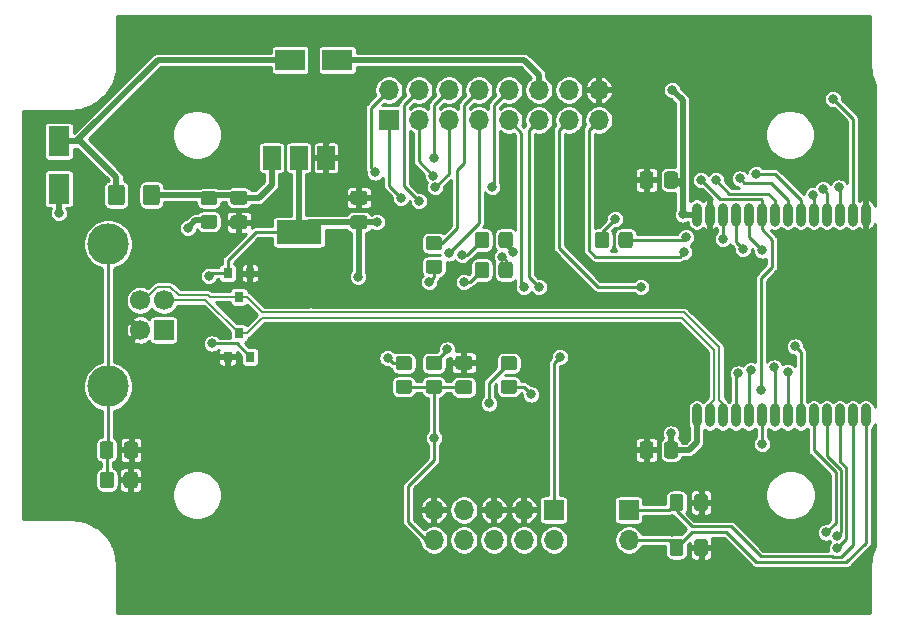
<source format=gbr>
G04 #@! TF.GenerationSoftware,KiCad,Pcbnew,(5.1.9)-1*
G04 #@! TF.CreationDate,2021-03-07T13:30:35+01:00*
G04 #@! TF.ProjectId,Minew MS88SF2 breakout,4d696e65-7720-44d5-9338-385346322062,rev?*
G04 #@! TF.SameCoordinates,Original*
G04 #@! TF.FileFunction,Copper,L1,Top*
G04 #@! TF.FilePolarity,Positive*
%FSLAX46Y46*%
G04 Gerber Fmt 4.6, Leading zero omitted, Abs format (unit mm)*
G04 Created by KiCad (PCBNEW (5.1.9)-1) date 2021-03-07 13:30:35*
%MOMM*%
%LPD*%
G01*
G04 APERTURE LIST*
G04 #@! TA.AperFunction,ComponentPad*
%ADD10O,1.700000X1.700000*%
G04 #@! TD*
G04 #@! TA.AperFunction,ComponentPad*
%ADD11R,1.700000X1.700000*%
G04 #@! TD*
G04 #@! TA.AperFunction,SMDPad,CuDef*
%ADD12R,1.500000X2.000000*%
G04 #@! TD*
G04 #@! TA.AperFunction,SMDPad,CuDef*
%ADD13R,3.800000X2.000000*%
G04 #@! TD*
G04 #@! TA.AperFunction,SMDPad,CuDef*
%ADD14R,0.800000X0.900000*%
G04 #@! TD*
G04 #@! TA.AperFunction,SMDPad,CuDef*
%ADD15R,2.500000X1.800000*%
G04 #@! TD*
G04 #@! TA.AperFunction,SMDPad,CuDef*
%ADD16R,1.800000X2.500000*%
G04 #@! TD*
G04 #@! TA.AperFunction,SMDPad,CuDef*
%ADD17O,0.800000X2.000000*%
G04 #@! TD*
G04 #@! TA.AperFunction,ComponentPad*
%ADD18C,3.500000*%
G04 #@! TD*
G04 #@! TA.AperFunction,ComponentPad*
%ADD19C,1.700000*%
G04 #@! TD*
G04 #@! TA.AperFunction,ViaPad*
%ADD20C,0.800000*%
G04 #@! TD*
G04 #@! TA.AperFunction,Conductor*
%ADD21C,0.250000*%
G04 #@! TD*
G04 #@! TA.AperFunction,Conductor*
%ADD22C,0.500000*%
G04 #@! TD*
G04 #@! TA.AperFunction,Conductor*
%ADD23C,0.200000*%
G04 #@! TD*
G04 #@! TA.AperFunction,Conductor*
%ADD24C,0.254000*%
G04 #@! TD*
G04 #@! TA.AperFunction,Conductor*
%ADD25C,0.100000*%
G04 #@! TD*
G04 APERTURE END LIST*
G04 #@! TA.AperFunction,SMDPad,CuDef*
G36*
G01*
X-23679999Y9290000D02*
X-24580001Y9290000D01*
G75*
G02*
X-24830000Y9539999I0J249999D01*
G01*
X-24830000Y10240001D01*
G75*
G02*
X-24580001Y10490000I249999J0D01*
G01*
X-23679999Y10490000D01*
G75*
G02*
X-23430000Y10240001I0J-249999D01*
G01*
X-23430000Y9539999D01*
G75*
G02*
X-23679999Y9290000I-249999J0D01*
G01*
G37*
G04 #@! TD.AperFunction*
G04 #@! TA.AperFunction,SMDPad,CuDef*
G36*
G01*
X-23679999Y7290000D02*
X-24580001Y7290000D01*
G75*
G02*
X-24830000Y7539999I0J249999D01*
G01*
X-24830000Y8240001D01*
G75*
G02*
X-24580001Y8490000I249999J0D01*
G01*
X-23679999Y8490000D01*
G75*
G02*
X-23430000Y8240001I0J-249999D01*
G01*
X-23430000Y7539999D01*
G75*
G02*
X-23679999Y7290000I-249999J0D01*
G01*
G37*
G04 #@! TD.AperFunction*
G04 #@! TA.AperFunction,SMDPad,CuDef*
G36*
G01*
X13520000Y11905000D02*
X13520000Y10955000D01*
G75*
G02*
X13270000Y10705000I-250000J0D01*
G01*
X12595000Y10705000D01*
G75*
G02*
X12345000Y10955000I0J250000D01*
G01*
X12345000Y11905000D01*
G75*
G02*
X12595000Y12155000I250000J0D01*
G01*
X13270000Y12155000D01*
G75*
G02*
X13520000Y11905000I0J-250000D01*
G01*
G37*
G04 #@! TD.AperFunction*
G04 #@! TA.AperFunction,SMDPad,CuDef*
G36*
G01*
X15595000Y11905000D02*
X15595000Y10955000D01*
G75*
G02*
X15345000Y10705000I-250000J0D01*
G01*
X14670000Y10705000D01*
G75*
G02*
X14420000Y10955000I0J250000D01*
G01*
X14420000Y11905000D01*
G75*
G02*
X14670000Y12155000I250000J0D01*
G01*
X15345000Y12155000D01*
G75*
G02*
X15595000Y11905000I0J-250000D01*
G01*
G37*
G04 #@! TD.AperFunction*
G04 #@! TA.AperFunction,SMDPad,CuDef*
G36*
G01*
X13520000Y-10955000D02*
X13520000Y-11905000D01*
G75*
G02*
X13270000Y-12155000I-250000J0D01*
G01*
X12595000Y-12155000D01*
G75*
G02*
X12345000Y-11905000I0J250000D01*
G01*
X12345000Y-10955000D01*
G75*
G02*
X12595000Y-10705000I250000J0D01*
G01*
X13270000Y-10705000D01*
G75*
G02*
X13520000Y-10955000I0J-250000D01*
G01*
G37*
G04 #@! TD.AperFunction*
G04 #@! TA.AperFunction,SMDPad,CuDef*
G36*
G01*
X15595000Y-10955000D02*
X15595000Y-11905000D01*
G75*
G02*
X15345000Y-12155000I-250000J0D01*
G01*
X14670000Y-12155000D01*
G75*
G02*
X14420000Y-11905000I0J250000D01*
G01*
X14420000Y-10955000D01*
G75*
G02*
X14670000Y-10705000I250000J0D01*
G01*
X15345000Y-10705000D01*
G75*
G02*
X15595000Y-10955000I0J-250000D01*
G01*
G37*
G04 #@! TD.AperFunction*
G04 #@! TA.AperFunction,SMDPad,CuDef*
G36*
G01*
X-4629999Y5480000D02*
X-5530001Y5480000D01*
G75*
G02*
X-5780000Y5729999I0J249999D01*
G01*
X-5780000Y6430001D01*
G75*
G02*
X-5530001Y6680000I249999J0D01*
G01*
X-4629999Y6680000D01*
G75*
G02*
X-4380000Y6430001I0J-249999D01*
G01*
X-4380000Y5729999D01*
G75*
G02*
X-4629999Y5480000I-249999J0D01*
G01*
G37*
G04 #@! TD.AperFunction*
G04 #@! TA.AperFunction,SMDPad,CuDef*
G36*
G01*
X-4629999Y3480000D02*
X-5530001Y3480000D01*
G75*
G02*
X-5780000Y3729999I0J249999D01*
G01*
X-5780000Y4430001D01*
G75*
G02*
X-5530001Y4680000I249999J0D01*
G01*
X-4629999Y4680000D01*
G75*
G02*
X-4380000Y4430001I0J-249999D01*
G01*
X-4380000Y3729999D01*
G75*
G02*
X-4629999Y3480000I-249999J0D01*
G01*
G37*
G04 #@! TD.AperFunction*
G04 #@! TA.AperFunction,SMDPad,CuDef*
G36*
G01*
X-32150000Y-13519999D02*
X-32150000Y-14420001D01*
G75*
G02*
X-32399999Y-14670000I-249999J0D01*
G01*
X-33100001Y-14670000D01*
G75*
G02*
X-33350000Y-14420001I0J249999D01*
G01*
X-33350000Y-13519999D01*
G75*
G02*
X-33100001Y-13270000I249999J0D01*
G01*
X-32399999Y-13270000D01*
G75*
G02*
X-32150000Y-13519999I0J-249999D01*
G01*
G37*
G04 #@! TD.AperFunction*
G04 #@! TA.AperFunction,SMDPad,CuDef*
G36*
G01*
X-30150000Y-13519999D02*
X-30150000Y-14420001D01*
G75*
G02*
X-30399999Y-14670000I-249999J0D01*
G01*
X-31100001Y-14670000D01*
G75*
G02*
X-31350000Y-14420001I0J249999D01*
G01*
X-31350000Y-13519999D01*
G75*
G02*
X-31100001Y-13270000I249999J0D01*
G01*
X-30399999Y-13270000D01*
G75*
G02*
X-30150000Y-13519999I0J-249999D01*
G01*
G37*
G04 #@! TD.AperFunction*
D10*
X8890000Y19050000D03*
X8890000Y16510000D03*
X6350000Y19050000D03*
X6350000Y16510000D03*
X3810000Y19050000D03*
X3810000Y16510000D03*
X1270000Y19050000D03*
X1270000Y16510000D03*
X-1270000Y19050000D03*
X-1270000Y16510000D03*
X-3810000Y19050000D03*
X-3810000Y16510000D03*
X-6350000Y19050000D03*
X-6350000Y16510000D03*
X-8890000Y19050000D03*
D11*
X-8890000Y16510000D03*
G04 #@! TA.AperFunction,SMDPad,CuDef*
G36*
G01*
X-31300000Y-11905000D02*
X-31300000Y-10955000D01*
G75*
G02*
X-31050000Y-10705000I250000J0D01*
G01*
X-30375000Y-10705000D01*
G75*
G02*
X-30125000Y-10955000I0J-250000D01*
G01*
X-30125000Y-11905000D01*
G75*
G02*
X-30375000Y-12155000I-250000J0D01*
G01*
X-31050000Y-12155000D01*
G75*
G02*
X-31300000Y-11905000I0J250000D01*
G01*
G37*
G04 #@! TD.AperFunction*
G04 #@! TA.AperFunction,SMDPad,CuDef*
G36*
G01*
X-33375000Y-11905000D02*
X-33375000Y-10955000D01*
G75*
G02*
X-33125000Y-10705000I250000J0D01*
G01*
X-32450000Y-10705000D01*
G75*
G02*
X-32200000Y-10955000I0J-250000D01*
G01*
X-32200000Y-11905000D01*
G75*
G02*
X-32450000Y-12155000I-250000J0D01*
G01*
X-33125000Y-12155000D01*
G75*
G02*
X-33375000Y-11905000I0J250000D01*
G01*
G37*
G04 #@! TD.AperFunction*
G04 #@! TA.AperFunction,SMDPad,CuDef*
G36*
G01*
X819999Y-5480000D02*
X1720001Y-5480000D01*
G75*
G02*
X1970000Y-5729999I0J-249999D01*
G01*
X1970000Y-6430001D01*
G75*
G02*
X1720001Y-6680000I-249999J0D01*
G01*
X819999Y-6680000D01*
G75*
G02*
X570000Y-6430001I0J249999D01*
G01*
X570000Y-5729999D01*
G75*
G02*
X819999Y-5480000I249999J0D01*
G01*
G37*
G04 #@! TD.AperFunction*
G04 #@! TA.AperFunction,SMDPad,CuDef*
G36*
G01*
X819999Y-3480000D02*
X1720001Y-3480000D01*
G75*
G02*
X1970000Y-3729999I0J-249999D01*
G01*
X1970000Y-4430001D01*
G75*
G02*
X1720001Y-4680000I-249999J0D01*
G01*
X819999Y-4680000D01*
G75*
G02*
X570000Y-4430001I0J249999D01*
G01*
X570000Y-3729999D01*
G75*
G02*
X819999Y-3480000I249999J0D01*
G01*
G37*
G04 #@! TD.AperFunction*
G04 #@! TA.AperFunction,SMDPad,CuDef*
G36*
G01*
X9760000Y6800001D02*
X9760000Y5899999D01*
G75*
G02*
X9510001Y5650000I-249999J0D01*
G01*
X8809999Y5650000D01*
G75*
G02*
X8560000Y5899999I0J249999D01*
G01*
X8560000Y6800001D01*
G75*
G02*
X8809999Y7050000I249999J0D01*
G01*
X9510001Y7050000D01*
G75*
G02*
X9760000Y6800001I0J-249999D01*
G01*
G37*
G04 #@! TD.AperFunction*
G04 #@! TA.AperFunction,SMDPad,CuDef*
G36*
G01*
X11760000Y6800001D02*
X11760000Y5899999D01*
G75*
G02*
X11510001Y5650000I-249999J0D01*
G01*
X10809999Y5650000D01*
G75*
G02*
X10560000Y5899999I0J249999D01*
G01*
X10560000Y6800001D01*
G75*
G02*
X10809999Y7050000I249999J0D01*
G01*
X11510001Y7050000D01*
G75*
G02*
X11760000Y6800001I0J-249999D01*
G01*
G37*
G04 #@! TD.AperFunction*
G04 #@! TA.AperFunction,SMDPad,CuDef*
G36*
G01*
X400000Y5899999D02*
X400000Y6800001D01*
G75*
G02*
X649999Y7050000I249999J0D01*
G01*
X1350001Y7050000D01*
G75*
G02*
X1600000Y6800001I0J-249999D01*
G01*
X1600000Y5899999D01*
G75*
G02*
X1350001Y5650000I-249999J0D01*
G01*
X649999Y5650000D01*
G75*
G02*
X400000Y5899999I0J249999D01*
G01*
G37*
G04 #@! TD.AperFunction*
G04 #@! TA.AperFunction,SMDPad,CuDef*
G36*
G01*
X-1600000Y5899999D02*
X-1600000Y6800001D01*
G75*
G02*
X-1350001Y7050000I249999J0D01*
G01*
X-649999Y7050000D01*
G75*
G02*
X-400000Y6800001I0J-249999D01*
G01*
X-400000Y5899999D01*
G75*
G02*
X-649999Y5650000I-249999J0D01*
G01*
X-1350001Y5650000D01*
G75*
G02*
X-1600000Y5899999I0J249999D01*
G01*
G37*
G04 #@! TD.AperFunction*
G04 #@! TA.AperFunction,SMDPad,CuDef*
G36*
G01*
X400000Y3359999D02*
X400000Y4260001D01*
G75*
G02*
X649999Y4510000I249999J0D01*
G01*
X1350001Y4510000D01*
G75*
G02*
X1600000Y4260001I0J-249999D01*
G01*
X1600000Y3359999D01*
G75*
G02*
X1350001Y3110000I-249999J0D01*
G01*
X649999Y3110000D01*
G75*
G02*
X400000Y3359999I0J249999D01*
G01*
G37*
G04 #@! TD.AperFunction*
G04 #@! TA.AperFunction,SMDPad,CuDef*
G36*
G01*
X-1600000Y3359999D02*
X-1600000Y4260001D01*
G75*
G02*
X-1350001Y4510000I249999J0D01*
G01*
X-649999Y4510000D01*
G75*
G02*
X-400000Y4260001I0J-249999D01*
G01*
X-400000Y3359999D01*
G75*
G02*
X-649999Y3110000I-249999J0D01*
G01*
X-1350001Y3110000D01*
G75*
G02*
X-1600000Y3359999I0J249999D01*
G01*
G37*
G04 #@! TD.AperFunction*
G04 #@! TA.AperFunction,SMDPad,CuDef*
G36*
G01*
X-2065000Y-4630000D02*
X-3015000Y-4630000D01*
G75*
G02*
X-3265000Y-4380000I0J250000D01*
G01*
X-3265000Y-3705000D01*
G75*
G02*
X-3015000Y-3455000I250000J0D01*
G01*
X-2065000Y-3455000D01*
G75*
G02*
X-1815000Y-3705000I0J-250000D01*
G01*
X-1815000Y-4380000D01*
G75*
G02*
X-2065000Y-4630000I-250000J0D01*
G01*
G37*
G04 #@! TD.AperFunction*
G04 #@! TA.AperFunction,SMDPad,CuDef*
G36*
G01*
X-2065000Y-6705000D02*
X-3015000Y-6705000D01*
G75*
G02*
X-3265000Y-6455000I0J250000D01*
G01*
X-3265000Y-5780000D01*
G75*
G02*
X-3015000Y-5530000I250000J0D01*
G01*
X-2065000Y-5530000D01*
G75*
G02*
X-1815000Y-5780000I0J-250000D01*
G01*
X-1815000Y-6455000D01*
G75*
G02*
X-2065000Y-6705000I-250000J0D01*
G01*
G37*
G04 #@! TD.AperFunction*
G04 #@! TA.AperFunction,SMDPad,CuDef*
G36*
G01*
X-8070001Y-5480000D02*
X-7169999Y-5480000D01*
G75*
G02*
X-6920000Y-5729999I0J-249999D01*
G01*
X-6920000Y-6430001D01*
G75*
G02*
X-7169999Y-6680000I-249999J0D01*
G01*
X-8070001Y-6680000D01*
G75*
G02*
X-8320000Y-6430001I0J249999D01*
G01*
X-8320000Y-5729999D01*
G75*
G02*
X-8070001Y-5480000I249999J0D01*
G01*
G37*
G04 #@! TD.AperFunction*
G04 #@! TA.AperFunction,SMDPad,CuDef*
G36*
G01*
X-8070001Y-3480000D02*
X-7169999Y-3480000D01*
G75*
G02*
X-6920000Y-3729999I0J-249999D01*
G01*
X-6920000Y-4430001D01*
G75*
G02*
X-7169999Y-4680000I-249999J0D01*
G01*
X-8070001Y-4680000D01*
G75*
G02*
X-8320000Y-4430001I0J249999D01*
G01*
X-8320000Y-3729999D01*
G75*
G02*
X-8070001Y-3480000I249999J0D01*
G01*
G37*
G04 #@! TD.AperFunction*
G04 #@! TA.AperFunction,SMDPad,CuDef*
G36*
G01*
X-4629999Y-4680000D02*
X-5530001Y-4680000D01*
G75*
G02*
X-5780000Y-4430001I0J249999D01*
G01*
X-5780000Y-3729999D01*
G75*
G02*
X-5530001Y-3480000I249999J0D01*
G01*
X-4629999Y-3480000D01*
G75*
G02*
X-4380000Y-3729999I0J-249999D01*
G01*
X-4380000Y-4430001D01*
G75*
G02*
X-4629999Y-4680000I-249999J0D01*
G01*
G37*
G04 #@! TD.AperFunction*
G04 #@! TA.AperFunction,SMDPad,CuDef*
G36*
G01*
X-4629999Y-6680000D02*
X-5530001Y-6680000D01*
G75*
G02*
X-5780000Y-6430001I0J249999D01*
G01*
X-5780000Y-5729999D01*
G75*
G02*
X-5530001Y-5480000I249999J0D01*
G01*
X-4629999Y-5480000D01*
G75*
G02*
X-4380000Y-5729999I0J-249999D01*
G01*
X-4380000Y-6430001D01*
G75*
G02*
X-4629999Y-6680000I-249999J0D01*
G01*
G37*
G04 #@! TD.AperFunction*
D12*
X-14210000Y13310000D03*
X-18810000Y13310000D03*
X-16510000Y13310000D03*
D13*
X-16510000Y7010000D03*
D10*
X11430000Y-19050000D03*
D11*
X11430000Y-16510000D03*
G04 #@! TA.AperFunction,SMDPad,CuDef*
G36*
G01*
X-31255000Y10785000D02*
X-31255000Y9535000D01*
G75*
G02*
X-31505000Y9285000I-250000J0D01*
G01*
X-32430000Y9285000D01*
G75*
G02*
X-32680000Y9535000I0J250000D01*
G01*
X-32680000Y10785000D01*
G75*
G02*
X-32430000Y11035000I250000J0D01*
G01*
X-31505000Y11035000D01*
G75*
G02*
X-31255000Y10785000I0J-250000D01*
G01*
G37*
G04 #@! TD.AperFunction*
G04 #@! TA.AperFunction,SMDPad,CuDef*
G36*
G01*
X-28280000Y10785000D02*
X-28280000Y9535000D01*
G75*
G02*
X-28530000Y9285000I-250000J0D01*
G01*
X-29455000Y9285000D01*
G75*
G02*
X-29705000Y9535000I0J250000D01*
G01*
X-29705000Y10785000D01*
G75*
G02*
X-29455000Y11035000I250000J0D01*
G01*
X-28530000Y11035000D01*
G75*
G02*
X-28280000Y10785000I0J-250000D01*
G01*
G37*
G04 #@! TD.AperFunction*
D14*
X-21590000Y1540000D03*
X-22540000Y3540000D03*
X-20640000Y3540000D03*
X-21590000Y-1540000D03*
X-20640000Y-3540000D03*
X-22540000Y-3540000D03*
D15*
X-13240000Y21590000D03*
X-17240000Y21590000D03*
D16*
X-36830000Y10700000D03*
X-36830000Y14700000D03*
G04 #@! TA.AperFunction,SMDPad,CuDef*
G36*
G01*
X16960000Y-16350000D02*
X16960000Y-15400000D01*
G75*
G02*
X17210000Y-15150000I250000J0D01*
G01*
X17885000Y-15150000D01*
G75*
G02*
X18135000Y-15400000I0J-250000D01*
G01*
X18135000Y-16350000D01*
G75*
G02*
X17885000Y-16600000I-250000J0D01*
G01*
X17210000Y-16600000D01*
G75*
G02*
X16960000Y-16350000I0J250000D01*
G01*
G37*
G04 #@! TD.AperFunction*
G04 #@! TA.AperFunction,SMDPad,CuDef*
G36*
G01*
X14885000Y-16350000D02*
X14885000Y-15400000D01*
G75*
G02*
X15135000Y-15150000I250000J0D01*
G01*
X15810000Y-15150000D01*
G75*
G02*
X16060000Y-15400000I0J-250000D01*
G01*
X16060000Y-16350000D01*
G75*
G02*
X15810000Y-16600000I-250000J0D01*
G01*
X15135000Y-16600000D01*
G75*
G02*
X14885000Y-16350000I0J250000D01*
G01*
G37*
G04 #@! TD.AperFunction*
G04 #@! TA.AperFunction,SMDPad,CuDef*
G36*
G01*
X16960000Y-20160000D02*
X16960000Y-19210000D01*
G75*
G02*
X17210000Y-18960000I250000J0D01*
G01*
X17885000Y-18960000D01*
G75*
G02*
X18135000Y-19210000I0J-250000D01*
G01*
X18135000Y-20160000D01*
G75*
G02*
X17885000Y-20410000I-250000J0D01*
G01*
X17210000Y-20410000D01*
G75*
G02*
X16960000Y-20160000I0J250000D01*
G01*
G37*
G04 #@! TD.AperFunction*
G04 #@! TA.AperFunction,SMDPad,CuDef*
G36*
G01*
X14885000Y-20160000D02*
X14885000Y-19210000D01*
G75*
G02*
X15135000Y-18960000I250000J0D01*
G01*
X15810000Y-18960000D01*
G75*
G02*
X16060000Y-19210000I0J-250000D01*
G01*
X16060000Y-20160000D01*
G75*
G02*
X15810000Y-20410000I-250000J0D01*
G01*
X15135000Y-20410000D01*
G75*
G02*
X14885000Y-20160000I0J250000D01*
G01*
G37*
G04 #@! TD.AperFunction*
G04 #@! TA.AperFunction,SMDPad,CuDef*
G36*
G01*
X-10955000Y9340000D02*
X-11905000Y9340000D01*
G75*
G02*
X-12155000Y9590000I0J250000D01*
G01*
X-12155000Y10265000D01*
G75*
G02*
X-11905000Y10515000I250000J0D01*
G01*
X-10955000Y10515000D01*
G75*
G02*
X-10705000Y10265000I0J-250000D01*
G01*
X-10705000Y9590000D01*
G75*
G02*
X-10955000Y9340000I-250000J0D01*
G01*
G37*
G04 #@! TD.AperFunction*
G04 #@! TA.AperFunction,SMDPad,CuDef*
G36*
G01*
X-10955000Y7265000D02*
X-11905000Y7265000D01*
G75*
G02*
X-12155000Y7515000I0J250000D01*
G01*
X-12155000Y8190000D01*
G75*
G02*
X-11905000Y8440000I250000J0D01*
G01*
X-10955000Y8440000D01*
G75*
G02*
X-10705000Y8190000I0J-250000D01*
G01*
X-10705000Y7515000D01*
G75*
G02*
X-10955000Y7265000I-250000J0D01*
G01*
G37*
G04 #@! TD.AperFunction*
G04 #@! TA.AperFunction,SMDPad,CuDef*
G36*
G01*
X-22065000Y8440000D02*
X-21115000Y8440000D01*
G75*
G02*
X-20865000Y8190000I0J-250000D01*
G01*
X-20865000Y7515000D01*
G75*
G02*
X-21115000Y7265000I-250000J0D01*
G01*
X-22065000Y7265000D01*
G75*
G02*
X-22315000Y7515000I0J250000D01*
G01*
X-22315000Y8190000D01*
G75*
G02*
X-22065000Y8440000I250000J0D01*
G01*
G37*
G04 #@! TD.AperFunction*
G04 #@! TA.AperFunction,SMDPad,CuDef*
G36*
G01*
X-22065000Y10515000D02*
X-21115000Y10515000D01*
G75*
G02*
X-20865000Y10265000I0J-250000D01*
G01*
X-20865000Y9590000D01*
G75*
G02*
X-21115000Y9340000I-250000J0D01*
G01*
X-22065000Y9340000D01*
G75*
G02*
X-22315000Y9590000I0J250000D01*
G01*
X-22315000Y10265000D01*
G75*
G02*
X-22065000Y10515000I250000J0D01*
G01*
G37*
G04 #@! TD.AperFunction*
D10*
X-5080000Y-19050000D03*
X-5080000Y-16510000D03*
X-2540000Y-19050000D03*
X-2540000Y-16510000D03*
X0Y-19050000D03*
X0Y-16510000D03*
X2540000Y-19050000D03*
X2540000Y-16510000D03*
X5080000Y-19050000D03*
D11*
X5080000Y-16510000D03*
D17*
X29285000Y-8500000D03*
X28185000Y-8500000D03*
X27085000Y-8500000D03*
X25985000Y-8500000D03*
X24885000Y-8500000D03*
X23785000Y-8500000D03*
X22685000Y-8500000D03*
X21585000Y-8500000D03*
X20485000Y-8500000D03*
X19385000Y-8500000D03*
X18285000Y-8500000D03*
X31485000Y-8500000D03*
X30385000Y-8500000D03*
X31485000Y8500000D03*
X30385000Y8500000D03*
X29285000Y8500000D03*
X28185000Y8500000D03*
X27085000Y8500000D03*
X25985000Y8500000D03*
X24885000Y8500000D03*
X23785000Y8500000D03*
X22685000Y8500000D03*
X21585000Y8500000D03*
X20485000Y8500000D03*
X19385000Y8500000D03*
X18285000Y8500000D03*
X17185000Y8500000D03*
X17185000Y-8500000D03*
D18*
X-32650000Y6000000D03*
X-32650000Y-6040000D03*
D19*
X-29940000Y-1270000D03*
X-29940000Y1230000D03*
X-27940000Y1230000D03*
D11*
X-27940000Y-1270000D03*
D20*
X-15113000Y2921000D03*
X-15113000Y-2794000D03*
X14478000Y2603500D03*
X14224000Y-2794000D03*
X21209000Y-381000D03*
X7874000Y-3302000D03*
X24003000Y-635000D03*
X27178000Y127000D03*
X27432000Y-5588000D03*
X27813000Y-23749000D03*
X19939000Y-16129000D03*
X9017000Y-23368000D03*
X7874000Y-12827000D03*
X8509000Y-9398000D03*
X8509000Y-6731000D03*
X10287000Y-3556000D03*
X-7747000Y-10668000D03*
X-1143000Y-9779000D03*
X-2032000Y-12827000D03*
X-2921000Y-22733000D03*
X-8763000Y-21082000D03*
X-17526000Y-5207000D03*
X-18923000Y3302000D03*
X-19177000Y-1270000D03*
X-25273000Y0D03*
X-21463000Y0D03*
X-23241000Y-1016000D03*
X-31115000Y3175000D03*
X-33782000Y2794000D03*
X-26035000Y8763000D03*
X-27686000Y11557000D03*
X-31877000Y14732000D03*
X-39370000Y16764000D03*
X-28067000Y19939000D03*
X-30480000Y24130000D03*
X-19304000Y23368000D03*
X-19812000Y19939000D03*
X-14478000Y10160000D03*
X-14224000Y16129000D03*
X-11049000Y23495000D03*
X-9652000Y9144000D03*
X-9017000Y6731000D03*
X12192000Y15367000D03*
X17907000Y15494000D03*
X20828000Y21717000D03*
X20828000Y24003000D03*
X29337000Y13081000D03*
X30734000Y19177000D03*
X30353000Y5080000D03*
X31369000Y11430000D03*
X30353000Y-5842000D03*
X13081000Y-9017000D03*
X15875000Y-18034000D03*
X12827000Y-22733000D03*
X13970000Y-14478000D03*
X6604000Y8890000D03*
X3937000Y8763000D03*
X-21590000Y-7620000D03*
X-21590000Y-10160000D03*
X-27940000Y-5080000D03*
X-24130000Y-5080000D03*
X22733000Y-10922000D03*
X-5080000Y-10414002D03*
X28130500Y-18415000D03*
X29053843Y-19766856D03*
X29086290Y-18709089D03*
X5588000Y-3556000D03*
X-3937000Y-2921000D03*
X-11493500Y3238500D03*
X-9906000Y7874000D03*
X16002000Y8509000D03*
X-24130000Y3302000D03*
X-23876000Y-2413000D03*
X15113002Y19050000D03*
X-36830000Y8636006D03*
X27882542Y10635979D03*
X-7874000Y9906000D03*
X18796000Y11430000D03*
X-5144333Y11808558D03*
X22606000Y-6350000D03*
X-381000Y-7493000D03*
X17526000Y11430000D03*
X-4953000Y10827021D03*
X-8995577Y-3644010D03*
X705205Y4927750D03*
X1618979Y5334000D03*
X10287002Y8128000D03*
X3175000Y-6731000D03*
X22733000Y5461000D03*
X-2540000Y2794000D03*
X21082000Y5588000D03*
X-2667000Y5080000D03*
X19385003Y6431003D03*
X16280853Y6576415D03*
X25527000Y-2667000D03*
X16129000Y5334000D03*
X24892000Y-4826000D03*
X12446000Y2379978D03*
X3810000Y2379968D03*
X23749000Y-4445000D03*
X2540000Y2379964D03*
X21788337Y-4674117D03*
X-3810004Y5207000D03*
X20700998Y-4953000D03*
X28702000Y18287998D03*
X29210000Y10795000D03*
X-127000Y10827021D03*
X27014654Y10139195D03*
X-6349999Y9652001D03*
X22225000Y11938000D03*
X-5080000Y13258569D03*
X20828000Y11557000D03*
X-10033000Y12065000D03*
X-5461000Y2794000D03*
X14986000Y-10033000D03*
X-25908000Y7366000D03*
D21*
X-7620000Y-6080000D02*
X-5080000Y-6080000D01*
X-5042500Y-6117500D02*
X-5080000Y-6080000D01*
X-2540000Y-6117500D02*
X-5042500Y-6117500D01*
X-5715000Y-19050000D02*
X-5080000Y-19050000D01*
X-7239000Y-17526000D02*
X-5715000Y-19050000D01*
X-7239000Y-14478000D02*
X-7239000Y-17526000D01*
X-5080000Y-12319000D02*
X-7239000Y-14478000D01*
X-5080000Y-6080000D02*
X-5080000Y-12319000D01*
X22685000Y-10874000D02*
X22733000Y-10922000D01*
X22685000Y-8500000D02*
X22685000Y-10874000D01*
X27085000Y-11464000D02*
X28956000Y-13335000D01*
X27085000Y-8500000D02*
X27085000Y-11464000D01*
X28956000Y-17589500D02*
X28130500Y-18415000D01*
X28956000Y-13335000D02*
X28956000Y-17589500D01*
X29856022Y-12962200D02*
X29856022Y-18964677D01*
X29856022Y-18964677D02*
X29053843Y-19766856D01*
X29285000Y-12391179D02*
X29856022Y-12962200D01*
X29285000Y-8500000D02*
X29285000Y-12391179D01*
X28185000Y-11927590D02*
X29406011Y-13148600D01*
X28185000Y-8500000D02*
X28185000Y-11927590D01*
X29406011Y-13148600D02*
X29406011Y-18389368D01*
X29406011Y-18389368D02*
X29086290Y-18709089D01*
X5080000Y-4064000D02*
X5588000Y-3556000D01*
X5080000Y-16510000D02*
X5080000Y-4064000D01*
X-3937000Y-2937000D02*
X-5080000Y-4080000D01*
X-3937000Y-2921000D02*
X-3937000Y-2937000D01*
D22*
X-16510000Y13310000D02*
X-16510000Y7010000D01*
X-15667500Y7852500D02*
X-16510000Y7010000D01*
X-11430000Y7852500D02*
X-15667500Y7852500D01*
X-11430000Y3302000D02*
X-11493500Y3238500D01*
X-11430000Y7852500D02*
X-11430000Y3302000D01*
X-9927500Y7852500D02*
X-9906000Y7874000D01*
X-11430000Y7852500D02*
X-9927500Y7852500D01*
X16011000Y8500000D02*
X16002000Y8509000D01*
X17185000Y8500000D02*
X16011000Y8500000D01*
D21*
X-22540000Y4638000D02*
X-22540000Y3540000D01*
X-20168000Y7010000D02*
X-22540000Y4638000D01*
X-16510000Y7010000D02*
X-20168000Y7010000D01*
X-23892000Y3540000D02*
X-24130000Y3302000D01*
X-22540000Y3540000D02*
X-23892000Y3540000D01*
X-20640000Y-3540000D02*
X-21767000Y-2413000D01*
X-21767000Y-2413000D02*
X-23876000Y-2413000D01*
D22*
X16002000Y18161002D02*
X15113002Y19050000D01*
X16002000Y8509000D02*
X16002000Y10668000D01*
X17185000Y-10755000D02*
X17185000Y-8500000D01*
X16510000Y-11430000D02*
X17185000Y-10755000D01*
X15007500Y-11430000D02*
X16510000Y-11430000D01*
X15494000Y11430000D02*
X16002000Y10922000D01*
X15007500Y11430000D02*
X15494000Y11430000D01*
X16002000Y10922000D02*
X16002000Y18161002D01*
X16002000Y10668000D02*
X16002000Y10922000D01*
X-21822500Y10160000D02*
X-21590000Y9927500D01*
X-18810000Y13310000D02*
X-18810000Y11035000D01*
X-19917500Y9927500D02*
X-21590000Y9927500D01*
X-18810000Y11035000D02*
X-19917500Y9927500D01*
D21*
X14837500Y-19050000D02*
X15472500Y-19685000D01*
X11430000Y-19050000D02*
X14837500Y-19050000D01*
X31496000Y-8511000D02*
X31485000Y-8500000D01*
X29845000Y-20955000D02*
X31496000Y-19304000D01*
X22225000Y-20955000D02*
X29845000Y-20955000D01*
X19685000Y-18415000D02*
X22225000Y-20955000D01*
X31496000Y-19304000D02*
X31496000Y-8511000D01*
X16742500Y-18415000D02*
X19685000Y-18415000D01*
X15472500Y-19685000D02*
X16742500Y-18415000D01*
X14837500Y-16510000D02*
X15472500Y-15875000D01*
X11430000Y-16510000D02*
X14837500Y-16510000D01*
X15472500Y-16600000D02*
X15472500Y-15875000D01*
X28705842Y-20491857D02*
X28660985Y-20447000D01*
X20066000Y-17907000D02*
X16779500Y-17907000D01*
X22606000Y-20447000D02*
X20066000Y-17907000D01*
X28660985Y-20447000D02*
X22606000Y-20447000D01*
X29401844Y-20491857D02*
X28705842Y-20491857D01*
X30385000Y-19508701D02*
X29401844Y-20491857D01*
X30385000Y-8500000D02*
X30385000Y-19508701D01*
X16779500Y-17907000D02*
X15472500Y-16600000D01*
D22*
X-24130000Y9890000D02*
X-24130000Y10160000D01*
X-24130000Y10160000D02*
X-21822500Y10160000D01*
X-28992500Y10160000D02*
X-24130000Y10160000D01*
X-36830000Y10700000D02*
X-36830000Y8636006D01*
X-28448000Y21590000D02*
X-17240000Y21590000D01*
X-35338000Y14700000D02*
X-28448000Y21590000D01*
X-36830000Y14700000D02*
X-35338000Y14700000D01*
X-31967500Y10160000D02*
X-31967500Y11647500D01*
X-35020000Y14700000D02*
X-36830000Y14700000D01*
X-31967500Y11647500D02*
X-35020000Y14700000D01*
X3810000Y20320000D02*
X3810000Y19050000D01*
X2540000Y21590000D02*
X3810000Y20320000D01*
X-13240000Y21590000D02*
X2540000Y21590000D01*
D21*
X28185000Y8500000D02*
X28185000Y10333521D01*
X28185000Y10333521D02*
X27882542Y10635979D01*
X-8890000Y10922000D02*
X-7874000Y9906000D01*
X-8890000Y16510000D02*
X-8890000Y10922000D01*
X23785000Y8500000D02*
X23785000Y9750000D01*
X23785000Y9750000D02*
X23259979Y10275021D01*
X23259979Y10275021D02*
X19950979Y10275021D01*
X19950979Y10275021D02*
X18796000Y11430000D01*
X-6350000Y13014225D02*
X-5144333Y11808558D01*
X-6350000Y16510000D02*
X-6350000Y13014225D01*
X-381000Y-5731000D02*
X1270000Y-4080000D01*
X-381000Y-7493000D02*
X-381000Y-5731000D01*
X19130990Y9825010D02*
X17526000Y11430000D01*
X22609990Y9825010D02*
X19130990Y9825010D01*
X22685000Y9750000D02*
X22609990Y9825010D01*
X22685000Y8500000D02*
X22685000Y9750000D01*
X22606000Y-5784315D02*
X22606000Y-6350000D01*
X23585001Y6349999D02*
X23585001Y4096999D01*
X22606000Y3117998D02*
X22606000Y-5784315D01*
X22685000Y7250000D02*
X23585001Y6349999D01*
X23585001Y4096999D02*
X22606000Y3117998D01*
X22685000Y8500000D02*
X22685000Y7250000D01*
X-3810000Y11970021D02*
X-4953000Y10827021D01*
X-3810000Y16510000D02*
X-3810000Y11970021D01*
X-7620000Y-4080000D02*
X-8559587Y-4080000D01*
X-8559587Y-4080000D02*
X-8995577Y-3644010D01*
X1000000Y4632955D02*
X705205Y4927750D01*
X1000000Y3810000D02*
X1000000Y4632955D01*
X1000000Y6350000D02*
X1000000Y5952979D01*
X1000000Y5952979D02*
X1618979Y5334000D01*
X9160000Y7000998D02*
X10287002Y8128000D01*
X9160000Y6350000D02*
X9160000Y7000998D01*
X2524000Y-6080000D02*
X3175000Y-6731000D01*
X1270000Y-6080000D02*
X2524000Y-6080000D01*
X21585000Y8500000D02*
X21585000Y6609000D01*
X21585000Y6609000D02*
X22733000Y5461000D01*
X-1000000Y3810000D02*
X-2016000Y2794000D01*
X-2016000Y2794000D02*
X-2540000Y2794000D01*
X20485000Y8500000D02*
X20485000Y6185000D01*
X20485000Y6185000D02*
X21082000Y5588000D01*
X-1000000Y6350000D02*
X-2270000Y5080000D01*
X-2270000Y5080000D02*
X-2667000Y5080000D01*
X19385000Y8500000D02*
X19385000Y6431006D01*
X19385000Y6431006D02*
X19385003Y6431003D01*
X16054438Y6350000D02*
X16280853Y6576415D01*
X11160000Y6350000D02*
X16054438Y6350000D01*
X25985000Y-8500000D02*
X25985000Y-3125000D01*
X25985000Y-3125000D02*
X25527000Y-2667000D01*
X15729001Y4934001D02*
X16129000Y5334000D01*
X8890000Y16510000D02*
X8070011Y15690011D01*
X8070011Y15690011D02*
X8070011Y5461987D01*
X8070011Y5461987D02*
X8597997Y4934001D01*
X8597997Y4934001D02*
X15729001Y4934001D01*
X24885000Y-4833000D02*
X24892000Y-4826000D01*
X24885000Y-8500000D02*
X24885000Y-4833000D01*
X8796022Y2379978D02*
X12446000Y2379978D01*
X5500001Y5675999D02*
X8796022Y2379978D01*
X5500001Y15660001D02*
X5500001Y5675999D01*
X6350000Y16510000D02*
X5500001Y15660001D01*
X2960001Y3229967D02*
X3810000Y2379968D01*
X2960001Y15660001D02*
X2960001Y3229967D01*
X3810000Y16510000D02*
X2960001Y15660001D01*
X23785000Y-4481000D02*
X23749000Y-4445000D01*
X23785000Y-8500000D02*
X23785000Y-4481000D01*
X1270000Y16510000D02*
X2343989Y15436011D01*
X2343989Y2575975D02*
X2540000Y2379964D01*
X2343989Y15436011D02*
X2343989Y2575975D01*
X21585000Y-8500000D02*
X21585000Y-4877454D01*
X21585000Y-4877454D02*
X21788337Y-4674117D01*
X-1270000Y16510000D02*
X-1270000Y7747004D01*
X-1270000Y7747004D02*
X-3810004Y5207000D01*
X20485000Y-8500000D02*
X20485000Y-5168998D01*
X20485000Y-5168998D02*
X20700998Y-4953000D01*
X30385000Y8500000D02*
X30385000Y16604998D01*
X30385000Y16604998D02*
X28702000Y18287998D01*
X-2540000Y17780000D02*
X-1270000Y19050000D01*
X-2540000Y12827000D02*
X-2540000Y17780000D01*
X-3117011Y12249989D02*
X-2540000Y12827000D01*
X-3117011Y7342989D02*
X-3117011Y12249989D01*
X-4380000Y6080000D02*
X-3117011Y7342989D01*
X-5080000Y6080000D02*
X-4380000Y6080000D01*
X29285000Y10720000D02*
X29210000Y10795000D01*
X29285000Y8500000D02*
X29285000Y10720000D01*
X1270000Y19050000D02*
X0Y17780000D01*
X0Y10954021D02*
X-127000Y10827021D01*
X0Y17780000D02*
X0Y10954021D01*
X27085000Y10068849D02*
X27014654Y10139195D01*
X27085000Y8500000D02*
X27085000Y10068849D01*
X-6350000Y19050000D02*
X-7620000Y17780000D01*
X-7620000Y17780000D02*
X-7620000Y10922002D01*
X-7620000Y10922002D02*
X-6349999Y9652001D01*
X25985000Y9750000D02*
X23797000Y11938000D01*
X25985000Y8500000D02*
X25985000Y9750000D01*
X23797000Y11938000D02*
X22225000Y11938000D01*
X-3810000Y19050000D02*
X-5080000Y17780000D01*
X-5080000Y17780000D02*
X-5080000Y13258569D01*
X-10432999Y17507001D02*
X-8890000Y19050000D01*
X-10432999Y12464999D02*
X-10432999Y17507001D01*
X-10033000Y12065000D02*
X-10432999Y12464999D01*
X23477999Y11157001D02*
X21227999Y11157001D01*
X21227999Y11157001D02*
X20828000Y11557000D01*
X24885000Y8500000D02*
X24885000Y9750000D01*
X24885000Y9750000D02*
X23477999Y11157001D01*
X-32750000Y-11467500D02*
X-32787500Y-11430000D01*
X-32750000Y-13970000D02*
X-32750000Y-11467500D01*
X-32650000Y-11292500D02*
X-32787500Y-11430000D01*
X-32650000Y-6040000D02*
X-32650000Y-11292500D01*
X-32650000Y6000000D02*
X-32650000Y-6040000D01*
X-5080000Y3175000D02*
X-5461000Y2794000D01*
X-5080000Y4080000D02*
X-5080000Y3175000D01*
D23*
X-24360000Y1230000D02*
X-24351802Y1221802D01*
X-24351802Y1221802D02*
X-21590000Y-1540000D01*
X-27940000Y1230000D02*
X-24360000Y1230000D01*
X-24033603Y1540000D02*
X-21590000Y1540000D01*
X-24173603Y1680000D02*
X-24033603Y1540000D01*
X-26687998Y1680000D02*
X-24173603Y1680000D01*
X-27387999Y2380001D02*
X-26687998Y1680000D01*
X-28492001Y2380001D02*
X-27387999Y2380001D01*
X-29192002Y1680000D02*
X-28492001Y2380001D01*
X-29490000Y1680000D02*
X-29192002Y1680000D01*
X-29940000Y1230000D02*
X-29490000Y1680000D01*
X19385000Y-7500000D02*
X19385000Y-8500000D01*
X19060000Y-7175000D02*
X19385000Y-7500000D01*
X-15481000Y225000D02*
X16095200Y225000D01*
X-15539000Y225000D02*
X-15510000Y254000D01*
X16095200Y225000D02*
X19060000Y-2739800D01*
X-19599999Y225000D02*
X-15539000Y225000D01*
X-20914999Y1540000D02*
X-19599999Y225000D01*
X19060000Y-2739800D02*
X19060000Y-7175000D01*
X-15510000Y254000D02*
X-15481000Y225000D01*
X-21590000Y1540000D02*
X-20914999Y1540000D01*
X-14465000Y-225000D02*
X15908800Y-225000D01*
X18610000Y-7175000D02*
X18285000Y-7500000D01*
X18610000Y-2926200D02*
X18610000Y-7175000D01*
X15908800Y-225000D02*
X18610000Y-2926200D01*
X18285000Y-7500000D02*
X18285000Y-8500000D01*
X-19599999Y-225000D02*
X-14465000Y-225000D01*
X-20914999Y-1540000D02*
X-19599999Y-225000D01*
X-21590000Y-1540000D02*
X-20914999Y-1540000D01*
D22*
X15007500Y-10054500D02*
X14986000Y-10033000D01*
X15007500Y-11430000D02*
X15007500Y-10054500D01*
X-24241000Y8001000D02*
X-24130000Y7890000D01*
X-25273000Y8001000D02*
X-24241000Y8001000D01*
X-25908000Y7366000D02*
X-25273000Y8001000D01*
D24*
X31869001Y21241374D02*
X31869083Y21240542D01*
X31869089Y21238808D01*
X31871213Y21217907D01*
X31871066Y21196902D01*
X31871721Y21190218D01*
X31943326Y20508938D01*
X31952084Y20466276D01*
X31960261Y20423410D01*
X31962202Y20416981D01*
X32164771Y19762584D01*
X32181664Y19722398D01*
X32197996Y19681975D01*
X32201149Y19676045D01*
X32258000Y19570901D01*
X32258000Y9257149D01*
X32226217Y9376925D01*
X32157949Y9516208D01*
X32063820Y9639497D01*
X31947447Y9742053D01*
X31813303Y9819935D01*
X31730986Y9841250D01*
X31612000Y9773887D01*
X31612000Y8627000D01*
X31632000Y8627000D01*
X31632000Y8373000D01*
X31612000Y8373000D01*
X31612000Y7226113D01*
X31730986Y7158750D01*
X31813303Y7180065D01*
X31947447Y7257947D01*
X32063820Y7360503D01*
X32157949Y7483792D01*
X32226217Y7623075D01*
X32258000Y7742851D01*
X32258000Y-7780413D01*
X32254699Y-7746897D01*
X32210040Y-7599678D01*
X32137519Y-7464001D01*
X32039922Y-7345078D01*
X31920999Y-7247481D01*
X31785322Y-7174960D01*
X31638103Y-7130301D01*
X31485000Y-7115222D01*
X31331898Y-7130301D01*
X31184679Y-7174960D01*
X31049002Y-7247481D01*
X30935001Y-7341039D01*
X30820999Y-7247481D01*
X30685322Y-7174960D01*
X30538103Y-7130301D01*
X30385000Y-7115222D01*
X30231898Y-7130301D01*
X30084679Y-7174960D01*
X29949002Y-7247481D01*
X29835001Y-7341039D01*
X29720999Y-7247481D01*
X29585322Y-7174960D01*
X29438103Y-7130301D01*
X29285000Y-7115222D01*
X29131898Y-7130301D01*
X28984679Y-7174960D01*
X28849002Y-7247481D01*
X28735001Y-7341039D01*
X28620999Y-7247481D01*
X28485322Y-7174960D01*
X28338103Y-7130301D01*
X28185000Y-7115222D01*
X28031898Y-7130301D01*
X27884679Y-7174960D01*
X27749002Y-7247481D01*
X27635001Y-7341039D01*
X27520999Y-7247481D01*
X27385322Y-7174960D01*
X27238103Y-7130301D01*
X27085000Y-7115222D01*
X26931898Y-7130301D01*
X26784679Y-7174960D01*
X26649002Y-7247481D01*
X26535001Y-7341039D01*
X26491000Y-7304929D01*
X26491000Y-3149854D01*
X26493448Y-3125000D01*
X26483678Y-3025807D01*
X26454745Y-2930425D01*
X26452487Y-2926200D01*
X26407759Y-2842521D01*
X26344527Y-2765473D01*
X26325220Y-2749628D01*
X26308000Y-2732408D01*
X26308000Y-2590078D01*
X26277987Y-2439191D01*
X26219113Y-2297058D01*
X26133642Y-2169141D01*
X26024859Y-2060358D01*
X25896942Y-1974887D01*
X25754809Y-1916013D01*
X25603922Y-1886000D01*
X25450078Y-1886000D01*
X25299191Y-1916013D01*
X25157058Y-1974887D01*
X25029141Y-2060358D01*
X24920358Y-2169141D01*
X24834887Y-2297058D01*
X24776013Y-2439191D01*
X24746000Y-2590078D01*
X24746000Y-2743922D01*
X24776013Y-2894809D01*
X24834887Y-3036942D01*
X24920358Y-3164859D01*
X25029141Y-3273642D01*
X25157058Y-3359113D01*
X25299191Y-3417987D01*
X25450078Y-3448000D01*
X25479001Y-3448000D01*
X25479001Y-4308500D01*
X25389859Y-4219358D01*
X25261942Y-4133887D01*
X25119809Y-4075013D01*
X24968922Y-4045000D01*
X24815078Y-4045000D01*
X24664191Y-4075013D01*
X24522058Y-4133887D01*
X24477745Y-4163496D01*
X24441113Y-4075058D01*
X24355642Y-3947141D01*
X24246859Y-3838358D01*
X24118942Y-3752887D01*
X23976809Y-3694013D01*
X23825922Y-3664000D01*
X23672078Y-3664000D01*
X23521191Y-3694013D01*
X23379058Y-3752887D01*
X23251141Y-3838358D01*
X23142358Y-3947141D01*
X23112000Y-3992575D01*
X23112000Y2908407D01*
X23925221Y3721627D01*
X23944528Y3737472D01*
X24007760Y3814520D01*
X24054746Y3902424D01*
X24083679Y3997806D01*
X24091001Y4072145D01*
X24091001Y4072152D01*
X24093448Y4096998D01*
X24091001Y4121844D01*
X24091001Y6325147D01*
X24093449Y6349999D01*
X24083679Y6449192D01*
X24054746Y6544574D01*
X24033594Y6584146D01*
X24007760Y6632478D01*
X23944528Y6709526D01*
X23925221Y6725371D01*
X23465243Y7185348D01*
X23484678Y7174960D01*
X23631897Y7130301D01*
X23785000Y7115222D01*
X23938102Y7130301D01*
X24085321Y7174960D01*
X24220998Y7247481D01*
X24335000Y7341039D01*
X24449001Y7247481D01*
X24584678Y7174960D01*
X24731897Y7130301D01*
X24885000Y7115222D01*
X25038102Y7130301D01*
X25185321Y7174960D01*
X25320998Y7247481D01*
X25435000Y7341039D01*
X25549001Y7247481D01*
X25684678Y7174960D01*
X25831897Y7130301D01*
X25985000Y7115222D01*
X26138102Y7130301D01*
X26285321Y7174960D01*
X26420998Y7247481D01*
X26535000Y7341039D01*
X26649001Y7247481D01*
X26784678Y7174960D01*
X26931897Y7130301D01*
X27085000Y7115222D01*
X27238102Y7130301D01*
X27385321Y7174960D01*
X27520998Y7247481D01*
X27635000Y7341039D01*
X27749001Y7247481D01*
X27884678Y7174960D01*
X28031897Y7130301D01*
X28185000Y7115222D01*
X28338102Y7130301D01*
X28485321Y7174960D01*
X28620998Y7247481D01*
X28735000Y7341039D01*
X28849001Y7247481D01*
X28984678Y7174960D01*
X29131897Y7130301D01*
X29285000Y7115222D01*
X29438102Y7130301D01*
X29585321Y7174960D01*
X29720998Y7247481D01*
X29835000Y7341039D01*
X29949001Y7247481D01*
X30084678Y7174960D01*
X30231897Y7130301D01*
X30385000Y7115222D01*
X30538102Y7130301D01*
X30685321Y7174960D01*
X30820998Y7247481D01*
X30931513Y7338177D01*
X31022553Y7257947D01*
X31156697Y7180065D01*
X31239014Y7158750D01*
X31358000Y7226113D01*
X31358000Y8373000D01*
X31338000Y8373000D01*
X31338000Y8627000D01*
X31358000Y8627000D01*
X31358000Y9773887D01*
X31239014Y9841250D01*
X31156697Y9819935D01*
X31022553Y9742053D01*
X30931513Y9661823D01*
X30891000Y9695071D01*
X30891000Y16580153D01*
X30893447Y16604999D01*
X30891000Y16629845D01*
X30891000Y16629852D01*
X30883678Y16704191D01*
X30854745Y16799573D01*
X30807759Y16887477D01*
X30744527Y16964525D01*
X30725220Y16980370D01*
X29483000Y18222589D01*
X29483000Y18364920D01*
X29452987Y18515807D01*
X29394113Y18657940D01*
X29308642Y18785857D01*
X29199859Y18894640D01*
X29071942Y18980111D01*
X28929809Y19038985D01*
X28778922Y19068998D01*
X28625078Y19068998D01*
X28474191Y19038985D01*
X28332058Y18980111D01*
X28204141Y18894640D01*
X28095358Y18785857D01*
X28009887Y18657940D01*
X27951013Y18515807D01*
X27921000Y18364920D01*
X27921000Y18211076D01*
X27951013Y18060189D01*
X28009887Y17918056D01*
X28095358Y17790139D01*
X28204141Y17681356D01*
X28332058Y17595885D01*
X28474191Y17537011D01*
X28625078Y17506998D01*
X28767409Y17506998D01*
X29879001Y16395405D01*
X29879000Y11199533D01*
X29816642Y11292859D01*
X29707859Y11401642D01*
X29579942Y11487113D01*
X29437809Y11545987D01*
X29286922Y11576000D01*
X29133078Y11576000D01*
X28982191Y11545987D01*
X28840058Y11487113D01*
X28712141Y11401642D01*
X28603358Y11292859D01*
X28517887Y11164942D01*
X28498949Y11119223D01*
X28489184Y11133838D01*
X28380401Y11242621D01*
X28252484Y11328092D01*
X28110351Y11386966D01*
X27959464Y11416979D01*
X27805620Y11416979D01*
X27654733Y11386966D01*
X27512600Y11328092D01*
X27384683Y11242621D01*
X27275900Y11133838D01*
X27190429Y11005921D01*
X27150098Y10908554D01*
X27091576Y10920195D01*
X26937732Y10920195D01*
X26786845Y10890182D01*
X26644712Y10831308D01*
X26516795Y10745837D01*
X26408012Y10637054D01*
X26322541Y10509137D01*
X26263667Y10367004D01*
X26233790Y10216802D01*
X24172376Y12278215D01*
X24156527Y12297527D01*
X24079479Y12360759D01*
X23991575Y12407745D01*
X23896193Y12436678D01*
X23821854Y12444000D01*
X23821846Y12444000D01*
X23797000Y12446447D01*
X23772154Y12444000D01*
X22823501Y12444000D01*
X22722859Y12544642D01*
X22594942Y12630113D01*
X22452809Y12688987D01*
X22301922Y12719000D01*
X22148078Y12719000D01*
X21997191Y12688987D01*
X21855058Y12630113D01*
X21727141Y12544642D01*
X21618358Y12435859D01*
X21532887Y12307942D01*
X21474013Y12165809D01*
X21447975Y12034905D01*
X21434642Y12054859D01*
X21325859Y12163642D01*
X21197942Y12249113D01*
X21055809Y12307987D01*
X20904922Y12338000D01*
X20751078Y12338000D01*
X20600191Y12307987D01*
X20458058Y12249113D01*
X20330141Y12163642D01*
X20221358Y12054859D01*
X20135887Y11926942D01*
X20077013Y11784809D01*
X20047000Y11633922D01*
X20047000Y11480078D01*
X20077013Y11329191D01*
X20135887Y11187058D01*
X20221358Y11059141D01*
X20330141Y10950358D01*
X20458058Y10864887D01*
X20600191Y10806013D01*
X20725835Y10781021D01*
X20160571Y10781021D01*
X19577000Y11364591D01*
X19577000Y11506922D01*
X19546987Y11657809D01*
X19488113Y11799942D01*
X19402642Y11927859D01*
X19293859Y12036642D01*
X19165942Y12122113D01*
X19023809Y12180987D01*
X18872922Y12211000D01*
X18719078Y12211000D01*
X18568191Y12180987D01*
X18426058Y12122113D01*
X18298141Y12036642D01*
X18189358Y11927859D01*
X18161000Y11885418D01*
X18132642Y11927859D01*
X18023859Y12036642D01*
X17895942Y12122113D01*
X17753809Y12180987D01*
X17602922Y12211000D01*
X17449078Y12211000D01*
X17298191Y12180987D01*
X17156058Y12122113D01*
X17028141Y12036642D01*
X16919358Y11927859D01*
X16833887Y11799942D01*
X16775013Y11657809D01*
X16745000Y11506922D01*
X16745000Y11353078D01*
X16775013Y11202191D01*
X16833887Y11060058D01*
X16919358Y10932141D01*
X17028141Y10823358D01*
X17156058Y10737887D01*
X17298191Y10679013D01*
X17449078Y10649000D01*
X17591409Y10649000D01*
X18446812Y9793596D01*
X18412000Y9773887D01*
X18412000Y8627000D01*
X18432000Y8627000D01*
X18432000Y8373000D01*
X18412000Y8373000D01*
X18412000Y7226113D01*
X18530986Y7158750D01*
X18613303Y7180065D01*
X18747447Y7257947D01*
X18838487Y7338177D01*
X18879001Y7304929D01*
X18879001Y7029502D01*
X18778361Y6928862D01*
X18692890Y6800945D01*
X18634016Y6658812D01*
X18604003Y6507925D01*
X18604003Y6354081D01*
X18634016Y6203194D01*
X18692890Y6061061D01*
X18778361Y5933144D01*
X18887144Y5824361D01*
X19015061Y5738890D01*
X19157194Y5680016D01*
X19308081Y5650003D01*
X19461925Y5650003D01*
X19612812Y5680016D01*
X19754945Y5738890D01*
X19882862Y5824361D01*
X19991645Y5933144D01*
X20021772Y5978233D01*
X20032619Y5957942D01*
X20062242Y5902521D01*
X20125474Y5825473D01*
X20144780Y5809629D01*
X20301000Y5653409D01*
X20301000Y5511078D01*
X20331013Y5360191D01*
X20389887Y5218058D01*
X20475358Y5090141D01*
X20584141Y4981358D01*
X20712058Y4895887D01*
X20854191Y4837013D01*
X21005078Y4807000D01*
X21158922Y4807000D01*
X21309809Y4837013D01*
X21451942Y4895887D01*
X21579859Y4981358D01*
X21688642Y5090141D01*
X21774113Y5218058D01*
X21832987Y5360191D01*
X21863000Y5511078D01*
X21863000Y5615408D01*
X21952000Y5526408D01*
X21952000Y5384078D01*
X21982013Y5233191D01*
X22040887Y5091058D01*
X22126358Y4963141D01*
X22235141Y4854358D01*
X22363058Y4768887D01*
X22505191Y4710013D01*
X22656078Y4680000D01*
X22809922Y4680000D01*
X22960809Y4710013D01*
X23079002Y4758971D01*
X23079002Y4306592D01*
X22265785Y3493374D01*
X22246473Y3477525D01*
X22183241Y3400477D01*
X22136255Y3312572D01*
X22107322Y3217190D01*
X22100000Y3142851D01*
X22100000Y3142844D01*
X22097553Y3117998D01*
X22100000Y3093152D01*
X22100001Y-3957864D01*
X22016146Y-3923130D01*
X21865259Y-3893117D01*
X21711415Y-3893117D01*
X21560528Y-3923130D01*
X21418395Y-3982004D01*
X21290478Y-4067475D01*
X21181695Y-4176258D01*
X21108416Y-4285928D01*
X21070940Y-4260887D01*
X20928807Y-4202013D01*
X20777920Y-4172000D01*
X20624076Y-4172000D01*
X20473189Y-4202013D01*
X20331056Y-4260887D01*
X20203139Y-4346358D01*
X20094356Y-4455141D01*
X20008885Y-4583058D01*
X19950011Y-4725191D01*
X19919998Y-4876078D01*
X19919998Y-5029922D01*
X19950011Y-5180809D01*
X19979001Y-5250796D01*
X19979000Y-7304930D01*
X19935001Y-7341039D01*
X19820999Y-7247481D01*
X19783600Y-7227491D01*
X19726764Y-7158236D01*
X19708411Y-7143174D01*
X19541000Y-6975764D01*
X19541000Y-2763423D01*
X19543327Y-2739799D01*
X19540112Y-2707157D01*
X19534040Y-2645508D01*
X19506536Y-2554839D01*
X19461872Y-2471278D01*
X19401764Y-2398036D01*
X19383412Y-2382975D01*
X16452030Y548406D01*
X16436964Y566764D01*
X16363722Y626872D01*
X16280161Y671536D01*
X16189492Y699040D01*
X16118826Y706000D01*
X16095200Y708327D01*
X16071574Y706000D01*
X-15343054Y706000D01*
X-15415708Y728040D01*
X-15510000Y737327D01*
X-15510001Y737327D01*
X-15604292Y728040D01*
X-15676946Y706000D01*
X-19400762Y706000D01*
X-20558169Y1863406D01*
X-20573235Y1881764D01*
X-20646477Y1941872D01*
X-20730038Y1986536D01*
X-20809180Y2010543D01*
X-20814513Y2064689D01*
X-20836299Y2136508D01*
X-20871678Y2202696D01*
X-20919289Y2260711D01*
X-20977304Y2308322D01*
X-21043492Y2343701D01*
X-21115311Y2365487D01*
X-21190000Y2372843D01*
X-21990000Y2372843D01*
X-22064689Y2365487D01*
X-22136508Y2343701D01*
X-22202696Y2308322D01*
X-22260711Y2260711D01*
X-22308322Y2202696D01*
X-22343701Y2136508D01*
X-22365487Y2064689D01*
X-22369790Y2021000D01*
X-23831212Y2021000D01*
X-23831839Y2021764D01*
X-23905081Y2081872D01*
X-23988642Y2126536D01*
X-24079311Y2154040D01*
X-24149977Y2161000D01*
X-24173603Y2163327D01*
X-24197229Y2161000D01*
X-26488761Y2161000D01*
X-27031169Y2703407D01*
X-27046235Y2721765D01*
X-27119477Y2781873D01*
X-27203038Y2826537D01*
X-27293707Y2854041D01*
X-27364373Y2861001D01*
X-27387999Y2863328D01*
X-27411625Y2861001D01*
X-28468375Y2861001D01*
X-28492001Y2863328D01*
X-28586294Y2854041D01*
X-28600528Y2849723D01*
X-28676962Y2826537D01*
X-28760523Y2781873D01*
X-28833765Y2721765D01*
X-28848827Y2703412D01*
X-29281634Y2270605D01*
X-29356903Y2320898D01*
X-29580931Y2413693D01*
X-29818757Y2461000D01*
X-30061243Y2461000D01*
X-30299069Y2413693D01*
X-30523097Y2320898D01*
X-30724717Y2186180D01*
X-30896180Y2014717D01*
X-31030898Y1813097D01*
X-31123693Y1589069D01*
X-31171000Y1351243D01*
X-31171000Y1108757D01*
X-31123693Y870931D01*
X-31030898Y646903D01*
X-30896180Y445283D01*
X-30724717Y273820D01*
X-30523097Y139102D01*
X-30299069Y46307D01*
X-30061243Y-1000D01*
X-29818757Y-1000D01*
X-29580931Y46307D01*
X-29356903Y139102D01*
X-29155283Y273820D01*
X-28983820Y445283D01*
X-28940000Y510864D01*
X-28896180Y445283D01*
X-28724717Y273820D01*
X-28523097Y139102D01*
X-28299069Y46307D01*
X-28061243Y-1000D01*
X-27818757Y-1000D01*
X-27580931Y46307D01*
X-27356903Y139102D01*
X-27155283Y273820D01*
X-26983820Y445283D01*
X-26849102Y646903D01*
X-26806812Y749000D01*
X-24559236Y749000D01*
X-22372843Y-1437394D01*
X-22372843Y-1907000D01*
X-23277499Y-1907000D01*
X-23378141Y-1806358D01*
X-23506058Y-1720887D01*
X-23648191Y-1662013D01*
X-23799078Y-1632000D01*
X-23952922Y-1632000D01*
X-24103809Y-1662013D01*
X-24245942Y-1720887D01*
X-24373859Y-1806358D01*
X-24482642Y-1915141D01*
X-24568113Y-2043058D01*
X-24626987Y-2185191D01*
X-24657000Y-2336078D01*
X-24657000Y-2489922D01*
X-24626987Y-2640809D01*
X-24568113Y-2782942D01*
X-24482642Y-2910859D01*
X-24373859Y-3019642D01*
X-24245942Y-3105113D01*
X-24103809Y-3163987D01*
X-23952922Y-3194000D01*
X-23799078Y-3194000D01*
X-23648191Y-3163987D01*
X-23506058Y-3105113D01*
X-23378141Y-3019642D01*
X-23284181Y-2925682D01*
X-23293701Y-2943492D01*
X-23315487Y-3015311D01*
X-23322843Y-3090000D01*
X-23321000Y-3317750D01*
X-23225750Y-3413000D01*
X-22667000Y-3413000D01*
X-22667000Y-3393000D01*
X-22413000Y-3393000D01*
X-22413000Y-3413000D01*
X-21854250Y-3413000D01*
X-21759000Y-3317750D01*
X-21757546Y-3138046D01*
X-21422843Y-3472749D01*
X-21422843Y-3990000D01*
X-21415487Y-4064689D01*
X-21393701Y-4136508D01*
X-21358322Y-4202696D01*
X-21310711Y-4260711D01*
X-21252696Y-4308322D01*
X-21186508Y-4343701D01*
X-21114689Y-4365487D01*
X-21040000Y-4372843D01*
X-20240000Y-4372843D01*
X-20165311Y-4365487D01*
X-20093492Y-4343701D01*
X-20027304Y-4308322D01*
X-19969289Y-4260711D01*
X-19921678Y-4202696D01*
X-19886299Y-4136508D01*
X-19864513Y-4064689D01*
X-19857157Y-3990000D01*
X-19857157Y-3567088D01*
X-9776577Y-3567088D01*
X-9776577Y-3720932D01*
X-9746564Y-3871819D01*
X-9687690Y-4013952D01*
X-9602219Y-4141869D01*
X-9493436Y-4250652D01*
X-9365519Y-4336123D01*
X-9223386Y-4394997D01*
X-9072499Y-4425010D01*
X-8931028Y-4425010D01*
X-8919114Y-4439527D01*
X-8842066Y-4502759D01*
X-8754162Y-4549745D01*
X-8685492Y-4570575D01*
X-8654671Y-4672179D01*
X-8596190Y-4781589D01*
X-8517488Y-4877488D01*
X-8421589Y-4956190D01*
X-8312179Y-5014671D01*
X-8193462Y-5050683D01*
X-8070001Y-5062843D01*
X-7169999Y-5062843D01*
X-7046538Y-5050683D01*
X-6927821Y-5014671D01*
X-6818411Y-4956190D01*
X-6722512Y-4877488D01*
X-6643810Y-4781589D01*
X-6585329Y-4672179D01*
X-6549317Y-4553462D01*
X-6537157Y-4430001D01*
X-6537157Y-3729999D01*
X-6162843Y-3729999D01*
X-6162843Y-4430001D01*
X-6150683Y-4553462D01*
X-6114671Y-4672179D01*
X-6056190Y-4781589D01*
X-5977488Y-4877488D01*
X-5881589Y-4956190D01*
X-5772179Y-5014671D01*
X-5653462Y-5050683D01*
X-5530001Y-5062843D01*
X-4629999Y-5062843D01*
X-4506538Y-5050683D01*
X-4387821Y-5014671D01*
X-4278411Y-4956190D01*
X-4182512Y-4877488D01*
X-4103810Y-4781589D01*
X-4045329Y-4672179D01*
X-4032535Y-4630000D01*
X-3647843Y-4630000D01*
X-3640487Y-4704689D01*
X-3618701Y-4776508D01*
X-3583322Y-4842696D01*
X-3535711Y-4900711D01*
X-3477696Y-4948322D01*
X-3411508Y-4983701D01*
X-3339689Y-5005487D01*
X-3265000Y-5012843D01*
X-2762250Y-5011000D01*
X-2667000Y-4915750D01*
X-2667000Y-4169500D01*
X-2413000Y-4169500D01*
X-2413000Y-4915750D01*
X-2317750Y-5011000D01*
X-1815000Y-5012843D01*
X-1740311Y-5005487D01*
X-1668492Y-4983701D01*
X-1602304Y-4948322D01*
X-1544289Y-4900711D01*
X-1496678Y-4842696D01*
X-1461299Y-4776508D01*
X-1439513Y-4704689D01*
X-1432157Y-4630000D01*
X-1434000Y-4264750D01*
X-1529250Y-4169500D01*
X-2413000Y-4169500D01*
X-2667000Y-4169500D01*
X-3550750Y-4169500D01*
X-3646000Y-4264750D01*
X-3647843Y-4630000D01*
X-4032535Y-4630000D01*
X-4009317Y-4553462D01*
X-3997157Y-4430001D01*
X-3997157Y-3729999D01*
X-3998704Y-3714295D01*
X-3986408Y-3702000D01*
X-3860078Y-3702000D01*
X-3709191Y-3671987D01*
X-3646878Y-3646176D01*
X-3646000Y-3820250D01*
X-3550750Y-3915500D01*
X-2667000Y-3915500D01*
X-2667000Y-3169250D01*
X-2413000Y-3169250D01*
X-2413000Y-3915500D01*
X-1529250Y-3915500D01*
X-1434000Y-3820250D01*
X-1432157Y-3455000D01*
X-1439513Y-3380311D01*
X-1461299Y-3308492D01*
X-1496678Y-3242304D01*
X-1544289Y-3184289D01*
X-1602304Y-3136678D01*
X-1668492Y-3101299D01*
X-1740311Y-3079513D01*
X-1815000Y-3072157D01*
X-2317750Y-3074000D01*
X-2413000Y-3169250D01*
X-2667000Y-3169250D01*
X-2762250Y-3074000D01*
X-3170835Y-3072502D01*
X-3156000Y-2997922D01*
X-3156000Y-2844078D01*
X-3186013Y-2693191D01*
X-3244887Y-2551058D01*
X-3330358Y-2423141D01*
X-3439141Y-2314358D01*
X-3567058Y-2228887D01*
X-3709191Y-2170013D01*
X-3860078Y-2140000D01*
X-4013922Y-2140000D01*
X-4164809Y-2170013D01*
X-4306942Y-2228887D01*
X-4434859Y-2314358D01*
X-4543642Y-2423141D01*
X-4629113Y-2551058D01*
X-4687987Y-2693191D01*
X-4718000Y-2844078D01*
X-4718000Y-2997922D01*
X-4717256Y-3001664D01*
X-4812749Y-3097157D01*
X-5530001Y-3097157D01*
X-5653462Y-3109317D01*
X-5772179Y-3145329D01*
X-5881589Y-3203810D01*
X-5977488Y-3282512D01*
X-6056190Y-3378411D01*
X-6114671Y-3487821D01*
X-6150683Y-3606538D01*
X-6162843Y-3729999D01*
X-6537157Y-3729999D01*
X-6549317Y-3606538D01*
X-6585329Y-3487821D01*
X-6643810Y-3378411D01*
X-6722512Y-3282512D01*
X-6818411Y-3203810D01*
X-6927821Y-3145329D01*
X-7046538Y-3109317D01*
X-7169999Y-3097157D01*
X-8070001Y-3097157D01*
X-8193462Y-3109317D01*
X-8312179Y-3145329D01*
X-8369141Y-3175776D01*
X-8388935Y-3146151D01*
X-8497718Y-3037368D01*
X-8625635Y-2951897D01*
X-8767768Y-2893023D01*
X-8918655Y-2863010D01*
X-9072499Y-2863010D01*
X-9223386Y-2893023D01*
X-9365519Y-2951897D01*
X-9493436Y-3037368D01*
X-9602219Y-3146151D01*
X-9687690Y-3274068D01*
X-9746564Y-3416201D01*
X-9776577Y-3567088D01*
X-19857157Y-3567088D01*
X-19857157Y-3090000D01*
X-19864513Y-3015311D01*
X-19886299Y-2943492D01*
X-19921678Y-2877304D01*
X-19969289Y-2819289D01*
X-20027304Y-2771678D01*
X-20093492Y-2736299D01*
X-20165311Y-2714513D01*
X-20240000Y-2707157D01*
X-20757251Y-2707157D01*
X-21102736Y-2361672D01*
X-21043492Y-2343701D01*
X-20977304Y-2308322D01*
X-20919289Y-2260711D01*
X-20871678Y-2202696D01*
X-20836299Y-2136508D01*
X-20814513Y-2064689D01*
X-20809180Y-2010543D01*
X-20730038Y-1986536D01*
X-20646477Y-1941872D01*
X-20573235Y-1881764D01*
X-20558169Y-1863406D01*
X-19400762Y-706000D01*
X15709564Y-706000D01*
X18129000Y-3125437D01*
X18129001Y-6975762D01*
X17961593Y-7143171D01*
X17943236Y-7158236D01*
X17886400Y-7227492D01*
X17849002Y-7247481D01*
X17735001Y-7341039D01*
X17620999Y-7247481D01*
X17485322Y-7174960D01*
X17338103Y-7130301D01*
X17185000Y-7115222D01*
X17031898Y-7130301D01*
X16884679Y-7174960D01*
X16749002Y-7247481D01*
X16630079Y-7345078D01*
X16532482Y-7464001D01*
X16459961Y-7599678D01*
X16415302Y-7746897D01*
X16404001Y-7861640D01*
X16404000Y-9138359D01*
X16415301Y-9253102D01*
X16459960Y-9400321D01*
X16532481Y-9535998D01*
X16554001Y-9562220D01*
X16554000Y-10493631D01*
X16248632Y-10799000D01*
X15955813Y-10799000D01*
X15929671Y-10712821D01*
X15871190Y-10603411D01*
X15792488Y-10507512D01*
X15696589Y-10428810D01*
X15670239Y-10414726D01*
X15678113Y-10402942D01*
X15736987Y-10260809D01*
X15767000Y-10109922D01*
X15767000Y-9956078D01*
X15736987Y-9805191D01*
X15678113Y-9663058D01*
X15592642Y-9535141D01*
X15483859Y-9426358D01*
X15355942Y-9340887D01*
X15213809Y-9282013D01*
X15062922Y-9252000D01*
X14909078Y-9252000D01*
X14758191Y-9282013D01*
X14616058Y-9340887D01*
X14488141Y-9426358D01*
X14379358Y-9535141D01*
X14293887Y-9663058D01*
X14235013Y-9805191D01*
X14205000Y-9956078D01*
X14205000Y-10109922D01*
X14235013Y-10260809D01*
X14293887Y-10402942D01*
X14313735Y-10432647D01*
X14222512Y-10507512D01*
X14143810Y-10603411D01*
X14085329Y-10712821D01*
X14049317Y-10831538D01*
X14037157Y-10955000D01*
X14037157Y-11905000D01*
X14049317Y-12028462D01*
X14085329Y-12147179D01*
X14143810Y-12256589D01*
X14222512Y-12352488D01*
X14318411Y-12431190D01*
X14427821Y-12489671D01*
X14546538Y-12525683D01*
X14670000Y-12537843D01*
X15345000Y-12537843D01*
X15468462Y-12525683D01*
X15587179Y-12489671D01*
X15696589Y-12431190D01*
X15792488Y-12352488D01*
X15871190Y-12256589D01*
X15929671Y-12147179D01*
X15955813Y-12061000D01*
X16479010Y-12061000D01*
X16510000Y-12064052D01*
X16540990Y-12061000D01*
X16540998Y-12061000D01*
X16633698Y-12051870D01*
X16752642Y-12015789D01*
X16862261Y-11957196D01*
X16958343Y-11878343D01*
X16978105Y-11854263D01*
X17609269Y-11223100D01*
X17633343Y-11203343D01*
X17671805Y-11156478D01*
X17712196Y-11107261D01*
X17770789Y-10997642D01*
X17783724Y-10955000D01*
X17806870Y-10878698D01*
X17816000Y-10785998D01*
X17816000Y-10785989D01*
X17819052Y-10755001D01*
X17816000Y-10724013D01*
X17816000Y-9725436D01*
X17849001Y-9752519D01*
X17984678Y-9825040D01*
X18131897Y-9869699D01*
X18285000Y-9884778D01*
X18438102Y-9869699D01*
X18585321Y-9825040D01*
X18720998Y-9752519D01*
X18835000Y-9658961D01*
X18949001Y-9752519D01*
X19084678Y-9825040D01*
X19231897Y-9869699D01*
X19385000Y-9884778D01*
X19538102Y-9869699D01*
X19685321Y-9825040D01*
X19820998Y-9752519D01*
X19935000Y-9658961D01*
X20049001Y-9752519D01*
X20184678Y-9825040D01*
X20331897Y-9869699D01*
X20485000Y-9884778D01*
X20638102Y-9869699D01*
X20785321Y-9825040D01*
X20920998Y-9752519D01*
X21035000Y-9658961D01*
X21149001Y-9752519D01*
X21284678Y-9825040D01*
X21431897Y-9869699D01*
X21585000Y-9884778D01*
X21738102Y-9869699D01*
X21885321Y-9825040D01*
X22020998Y-9752519D01*
X22135000Y-9658961D01*
X22179001Y-9695071D01*
X22179001Y-10371498D01*
X22126358Y-10424141D01*
X22040887Y-10552058D01*
X21982013Y-10694191D01*
X21952000Y-10845078D01*
X21952000Y-10998922D01*
X21982013Y-11149809D01*
X22040887Y-11291942D01*
X22126358Y-11419859D01*
X22235141Y-11528642D01*
X22363058Y-11614113D01*
X22505191Y-11672987D01*
X22656078Y-11703000D01*
X22809922Y-11703000D01*
X22960809Y-11672987D01*
X23102942Y-11614113D01*
X23230859Y-11528642D01*
X23339642Y-11419859D01*
X23425113Y-11291942D01*
X23483987Y-11149809D01*
X23514000Y-10998922D01*
X23514000Y-10845078D01*
X23483987Y-10694191D01*
X23425113Y-10552058D01*
X23339642Y-10424141D01*
X23230859Y-10315358D01*
X23191000Y-10288725D01*
X23191000Y-9695071D01*
X23235000Y-9658961D01*
X23349001Y-9752519D01*
X23484678Y-9825040D01*
X23631897Y-9869699D01*
X23785000Y-9884778D01*
X23938102Y-9869699D01*
X24085321Y-9825040D01*
X24220998Y-9752519D01*
X24335000Y-9658961D01*
X24449001Y-9752519D01*
X24584678Y-9825040D01*
X24731897Y-9869699D01*
X24885000Y-9884778D01*
X25038102Y-9869699D01*
X25185321Y-9825040D01*
X25320998Y-9752519D01*
X25435000Y-9658961D01*
X25549001Y-9752519D01*
X25684678Y-9825040D01*
X25831897Y-9869699D01*
X25985000Y-9884778D01*
X26138102Y-9869699D01*
X26285321Y-9825040D01*
X26420998Y-9752519D01*
X26535000Y-9658961D01*
X26579000Y-9695071D01*
X26579001Y-11439144D01*
X26576553Y-11464000D01*
X26586322Y-11563192D01*
X26615255Y-11658574D01*
X26615256Y-11658575D01*
X26662242Y-11746479D01*
X26725474Y-11823527D01*
X26744781Y-11839372D01*
X28450000Y-13544592D01*
X28450001Y-17379907D01*
X28195908Y-17634000D01*
X28053578Y-17634000D01*
X27902691Y-17664013D01*
X27760558Y-17722887D01*
X27632641Y-17808358D01*
X27523858Y-17917141D01*
X27438387Y-18045058D01*
X27379513Y-18187191D01*
X27349500Y-18338078D01*
X27349500Y-18491922D01*
X27379513Y-18642809D01*
X27438387Y-18784942D01*
X27523858Y-18912859D01*
X27632641Y-19021642D01*
X27760558Y-19107113D01*
X27902691Y-19165987D01*
X28053578Y-19196000D01*
X28207422Y-19196000D01*
X28358309Y-19165987D01*
X28431909Y-19135501D01*
X28479648Y-19206948D01*
X28494449Y-19221749D01*
X28447201Y-19268997D01*
X28361730Y-19396914D01*
X28302856Y-19539047D01*
X28272843Y-19689934D01*
X28272843Y-19843778D01*
X28292181Y-19941000D01*
X22815592Y-19941000D01*
X20441376Y-17566785D01*
X20425527Y-17547473D01*
X20348479Y-17484241D01*
X20260575Y-17437255D01*
X20165193Y-17408322D01*
X20090854Y-17401000D01*
X20090846Y-17401000D01*
X20066000Y-17398553D01*
X20041154Y-17401000D01*
X16989092Y-17401000D01*
X16315226Y-16727134D01*
X16336190Y-16701589D01*
X16390490Y-16600000D01*
X16577157Y-16600000D01*
X16584513Y-16674689D01*
X16606299Y-16746508D01*
X16641678Y-16812696D01*
X16689289Y-16870711D01*
X16747304Y-16918322D01*
X16813492Y-16953701D01*
X16885311Y-16975487D01*
X16960000Y-16982843D01*
X17325250Y-16981000D01*
X17420500Y-16885750D01*
X17420500Y-16002000D01*
X17674500Y-16002000D01*
X17674500Y-16885750D01*
X17769750Y-16981000D01*
X18135000Y-16982843D01*
X18209689Y-16975487D01*
X18281508Y-16953701D01*
X18347696Y-16918322D01*
X18405711Y-16870711D01*
X18453322Y-16812696D01*
X18488701Y-16746508D01*
X18510487Y-16674689D01*
X18517843Y-16600000D01*
X18516000Y-16097250D01*
X18420750Y-16002000D01*
X17674500Y-16002000D01*
X17420500Y-16002000D01*
X16674250Y-16002000D01*
X16579000Y-16097250D01*
X16577157Y-16600000D01*
X16390490Y-16600000D01*
X16394671Y-16592179D01*
X16430683Y-16473462D01*
X16442843Y-16350000D01*
X16442843Y-15400000D01*
X16430683Y-15276538D01*
X16394671Y-15157821D01*
X16390491Y-15150000D01*
X16577157Y-15150000D01*
X16579000Y-15652750D01*
X16674250Y-15748000D01*
X17420500Y-15748000D01*
X17420500Y-14864250D01*
X17674500Y-14864250D01*
X17674500Y-15748000D01*
X18420750Y-15748000D01*
X18516000Y-15652750D01*
X18517843Y-15150000D01*
X18510487Y-15075311D01*
X18501328Y-15045115D01*
X23004000Y-15045115D01*
X23004000Y-15464885D01*
X23085893Y-15876590D01*
X23246532Y-16264407D01*
X23479744Y-16613433D01*
X23776567Y-16910256D01*
X24125593Y-17143468D01*
X24513410Y-17304107D01*
X24925115Y-17386000D01*
X25344885Y-17386000D01*
X25756590Y-17304107D01*
X26144407Y-17143468D01*
X26493433Y-16910256D01*
X26790256Y-16613433D01*
X27023468Y-16264407D01*
X27184107Y-15876590D01*
X27266000Y-15464885D01*
X27266000Y-15045115D01*
X27184107Y-14633410D01*
X27023468Y-14245593D01*
X26790256Y-13896567D01*
X26493433Y-13599744D01*
X26144407Y-13366532D01*
X25756590Y-13205893D01*
X25344885Y-13124000D01*
X24925115Y-13124000D01*
X24513410Y-13205893D01*
X24125593Y-13366532D01*
X23776567Y-13599744D01*
X23479744Y-13896567D01*
X23246532Y-14245593D01*
X23085893Y-14633410D01*
X23004000Y-15045115D01*
X18501328Y-15045115D01*
X18488701Y-15003492D01*
X18453322Y-14937304D01*
X18405711Y-14879289D01*
X18347696Y-14831678D01*
X18281508Y-14796299D01*
X18209689Y-14774513D01*
X18135000Y-14767157D01*
X17769750Y-14769000D01*
X17674500Y-14864250D01*
X17420500Y-14864250D01*
X17325250Y-14769000D01*
X16960000Y-14767157D01*
X16885311Y-14774513D01*
X16813492Y-14796299D01*
X16747304Y-14831678D01*
X16689289Y-14879289D01*
X16641678Y-14937304D01*
X16606299Y-15003492D01*
X16584513Y-15075311D01*
X16577157Y-15150000D01*
X16390491Y-15150000D01*
X16336190Y-15048411D01*
X16257488Y-14952512D01*
X16161589Y-14873810D01*
X16052179Y-14815329D01*
X15933462Y-14779317D01*
X15810000Y-14767157D01*
X15135000Y-14767157D01*
X15011538Y-14779317D01*
X14892821Y-14815329D01*
X14783411Y-14873810D01*
X14687512Y-14952512D01*
X14608810Y-15048411D01*
X14550329Y-15157821D01*
X14514317Y-15276538D01*
X14502157Y-15400000D01*
X14502157Y-16004000D01*
X12662843Y-16004000D01*
X12662843Y-15660000D01*
X12655487Y-15585311D01*
X12633701Y-15513492D01*
X12598322Y-15447304D01*
X12550711Y-15389289D01*
X12492696Y-15341678D01*
X12426508Y-15306299D01*
X12354689Y-15284513D01*
X12280000Y-15277157D01*
X10580000Y-15277157D01*
X10505311Y-15284513D01*
X10433492Y-15306299D01*
X10367304Y-15341678D01*
X10309289Y-15389289D01*
X10261678Y-15447304D01*
X10226299Y-15513492D01*
X10204513Y-15585311D01*
X10197157Y-15660000D01*
X10197157Y-17360000D01*
X10204513Y-17434689D01*
X10226299Y-17506508D01*
X10261678Y-17572696D01*
X10309289Y-17630711D01*
X10367304Y-17678322D01*
X10433492Y-17713701D01*
X10505311Y-17735487D01*
X10580000Y-17742843D01*
X12280000Y-17742843D01*
X12354689Y-17735487D01*
X12426508Y-17713701D01*
X12492696Y-17678322D01*
X12550711Y-17630711D01*
X12598322Y-17572696D01*
X12633701Y-17506508D01*
X12655487Y-17434689D01*
X12662843Y-17360000D01*
X12662843Y-17016000D01*
X14812654Y-17016000D01*
X14837500Y-17018447D01*
X14862346Y-17016000D01*
X14862354Y-17016000D01*
X14936693Y-17008678D01*
X15032075Y-16979745D01*
X15043195Y-16973801D01*
X15135000Y-16982843D01*
X15139752Y-16982843D01*
X16299408Y-18142500D01*
X15859842Y-18582066D01*
X15810000Y-18577157D01*
X15135000Y-18577157D01*
X15043195Y-18586199D01*
X15032075Y-18580255D01*
X14936693Y-18551322D01*
X14862354Y-18544000D01*
X14862346Y-18544000D01*
X14837500Y-18541553D01*
X14812654Y-18544000D01*
X12552832Y-18544000D01*
X12520898Y-18466903D01*
X12386180Y-18265283D01*
X12214717Y-18093820D01*
X12013097Y-17959102D01*
X11789069Y-17866307D01*
X11551243Y-17819000D01*
X11308757Y-17819000D01*
X11070931Y-17866307D01*
X10846903Y-17959102D01*
X10645283Y-18093820D01*
X10473820Y-18265283D01*
X10339102Y-18466903D01*
X10246307Y-18690931D01*
X10199000Y-18928757D01*
X10199000Y-19171243D01*
X10246307Y-19409069D01*
X10339102Y-19633097D01*
X10473820Y-19834717D01*
X10645283Y-20006180D01*
X10846903Y-20140898D01*
X11070931Y-20233693D01*
X11308757Y-20281000D01*
X11551243Y-20281000D01*
X11789069Y-20233693D01*
X12013097Y-20140898D01*
X12214717Y-20006180D01*
X12386180Y-19834717D01*
X12520898Y-19633097D01*
X12552832Y-19556000D01*
X14502157Y-19556000D01*
X14502157Y-20160000D01*
X14514317Y-20283462D01*
X14550329Y-20402179D01*
X14608810Y-20511589D01*
X14687512Y-20607488D01*
X14783411Y-20686190D01*
X14892821Y-20744671D01*
X15011538Y-20780683D01*
X15135000Y-20792843D01*
X15810000Y-20792843D01*
X15933462Y-20780683D01*
X16052179Y-20744671D01*
X16161589Y-20686190D01*
X16257488Y-20607488D01*
X16336190Y-20511589D01*
X16390490Y-20410000D01*
X16577157Y-20410000D01*
X16584513Y-20484689D01*
X16606299Y-20556508D01*
X16641678Y-20622696D01*
X16689289Y-20680711D01*
X16747304Y-20728322D01*
X16813492Y-20763701D01*
X16885311Y-20785487D01*
X16960000Y-20792843D01*
X17325250Y-20791000D01*
X17420500Y-20695750D01*
X17420500Y-19812000D01*
X17674500Y-19812000D01*
X17674500Y-20695750D01*
X17769750Y-20791000D01*
X18135000Y-20792843D01*
X18209689Y-20785487D01*
X18281508Y-20763701D01*
X18347696Y-20728322D01*
X18405711Y-20680711D01*
X18453322Y-20622696D01*
X18488701Y-20556508D01*
X18510487Y-20484689D01*
X18517843Y-20410000D01*
X18516000Y-19907250D01*
X18420750Y-19812000D01*
X17674500Y-19812000D01*
X17420500Y-19812000D01*
X16674250Y-19812000D01*
X16579000Y-19907250D01*
X16577157Y-20410000D01*
X16390490Y-20410000D01*
X16394671Y-20402179D01*
X16430683Y-20283462D01*
X16442843Y-20160000D01*
X16442843Y-19430248D01*
X16578384Y-19294708D01*
X16579000Y-19462750D01*
X16674250Y-19558000D01*
X17420500Y-19558000D01*
X17420500Y-19538000D01*
X17674500Y-19538000D01*
X17674500Y-19558000D01*
X18420750Y-19558000D01*
X18516000Y-19462750D01*
X18517843Y-18960000D01*
X18514002Y-18921000D01*
X19475409Y-18921000D01*
X21849628Y-21295220D01*
X21865473Y-21314527D01*
X21942521Y-21377759D01*
X22030425Y-21424745D01*
X22103607Y-21446944D01*
X22125806Y-21453678D01*
X22135694Y-21454652D01*
X22200146Y-21461000D01*
X22200153Y-21461000D01*
X22224999Y-21463447D01*
X22249845Y-21461000D01*
X29820154Y-21461000D01*
X29845000Y-21463447D01*
X29869846Y-21461000D01*
X29869854Y-21461000D01*
X29944193Y-21453678D01*
X30039575Y-21424745D01*
X30127479Y-21377759D01*
X30204527Y-21314527D01*
X30220376Y-21295215D01*
X31836220Y-19679372D01*
X31855527Y-19663527D01*
X31918759Y-19586479D01*
X31965745Y-19498575D01*
X31994678Y-19403193D01*
X32002000Y-19328854D01*
X32002000Y-19328853D01*
X32004448Y-19304000D01*
X32002000Y-19279146D01*
X32002000Y-9686043D01*
X32039922Y-9654922D01*
X32137519Y-9535999D01*
X32210040Y-9400322D01*
X32254699Y-9253103D01*
X32258000Y-9219587D01*
X32258000Y-19574010D01*
X32190145Y-19701627D01*
X32173536Y-19741924D01*
X32156359Y-19782002D01*
X32154372Y-19788418D01*
X31956376Y-20444213D01*
X31947908Y-20486981D01*
X31938845Y-20529621D01*
X31938143Y-20536300D01*
X31871296Y-21218063D01*
X31869000Y-21241375D01*
X31869001Y-25274000D01*
X-31869000Y-25274000D01*
X-31869000Y-21241374D01*
X-31869083Y-21240532D01*
X-31869089Y-21238808D01*
X-31871213Y-21217907D01*
X-31871066Y-21196903D01*
X-31871721Y-21190218D01*
X-31943326Y-20508938D01*
X-31952092Y-20466231D01*
X-31960261Y-20423411D01*
X-31962202Y-20416981D01*
X-32164771Y-19762585D01*
X-32181665Y-19722396D01*
X-32197996Y-19681975D01*
X-32201149Y-19676045D01*
X-32526967Y-19073458D01*
X-32551330Y-19037338D01*
X-32575216Y-19000837D01*
X-32579461Y-18995632D01*
X-33016117Y-18467806D01*
X-33047036Y-18437103D01*
X-33077553Y-18405940D01*
X-33082727Y-18401659D01*
X-33613590Y-17968698D01*
X-33649895Y-17944577D01*
X-33685872Y-17919943D01*
X-33691780Y-17916748D01*
X-34296627Y-17595145D01*
X-34336924Y-17578536D01*
X-34377002Y-17561359D01*
X-34383418Y-17559372D01*
X-35039213Y-17361376D01*
X-35081981Y-17352908D01*
X-35124621Y-17343845D01*
X-35131300Y-17343143D01*
X-35812916Y-17276310D01*
X-35836374Y-17274000D01*
X-39869000Y-17274000D01*
X-39869000Y6209885D01*
X-34781000Y6209885D01*
X-34781000Y5790115D01*
X-34699107Y5378410D01*
X-34538468Y4990593D01*
X-34305256Y4641567D01*
X-34008433Y4344744D01*
X-33659407Y4111532D01*
X-33271590Y3950893D01*
X-33156000Y3927901D01*
X-33155999Y-3967901D01*
X-33271590Y-3990893D01*
X-33659407Y-4151532D01*
X-34008433Y-4384744D01*
X-34305256Y-4681567D01*
X-34538468Y-5030593D01*
X-34699107Y-5418410D01*
X-34781000Y-5830115D01*
X-34781000Y-6249885D01*
X-34699107Y-6661590D01*
X-34538468Y-7049407D01*
X-34305256Y-7398433D01*
X-34008433Y-7695256D01*
X-33659407Y-7928468D01*
X-33271590Y-8089107D01*
X-33156000Y-8112099D01*
X-33155999Y-10325210D01*
X-33248462Y-10334317D01*
X-33367179Y-10370329D01*
X-33476589Y-10428810D01*
X-33572488Y-10507512D01*
X-33651190Y-10603411D01*
X-33709671Y-10712821D01*
X-33745683Y-10831538D01*
X-33757843Y-10955000D01*
X-33757843Y-11905000D01*
X-33745683Y-12028462D01*
X-33709671Y-12147179D01*
X-33651190Y-12256589D01*
X-33572488Y-12352488D01*
X-33476589Y-12431190D01*
X-33367179Y-12489671D01*
X-33255999Y-12523397D01*
X-33256000Y-12909187D01*
X-33342179Y-12935329D01*
X-33451589Y-12993810D01*
X-33547488Y-13072512D01*
X-33626190Y-13168411D01*
X-33684671Y-13277821D01*
X-33720683Y-13396538D01*
X-33732843Y-13519999D01*
X-33732843Y-14420001D01*
X-33720683Y-14543462D01*
X-33684671Y-14662179D01*
X-33626190Y-14771589D01*
X-33547488Y-14867488D01*
X-33451589Y-14946190D01*
X-33342179Y-15004671D01*
X-33223462Y-15040683D01*
X-33100001Y-15052843D01*
X-32399999Y-15052843D01*
X-32276538Y-15040683D01*
X-32157821Y-15004671D01*
X-32048411Y-14946190D01*
X-31952512Y-14867488D01*
X-31873810Y-14771589D01*
X-31819510Y-14670000D01*
X-31732843Y-14670000D01*
X-31725487Y-14744689D01*
X-31703701Y-14816508D01*
X-31668322Y-14882696D01*
X-31620711Y-14940711D01*
X-31562696Y-14988322D01*
X-31496508Y-15023701D01*
X-31424689Y-15045487D01*
X-31350000Y-15052843D01*
X-30972250Y-15051000D01*
X-30877000Y-14955750D01*
X-30877000Y-14097000D01*
X-30623000Y-14097000D01*
X-30623000Y-14955750D01*
X-30527750Y-15051000D01*
X-30150000Y-15052843D01*
X-30075311Y-15045487D01*
X-30074085Y-15045115D01*
X-27266000Y-15045115D01*
X-27266000Y-15464885D01*
X-27184107Y-15876590D01*
X-27023468Y-16264407D01*
X-26790256Y-16613433D01*
X-26493433Y-16910256D01*
X-26144407Y-17143468D01*
X-25756590Y-17304107D01*
X-25344885Y-17386000D01*
X-24925115Y-17386000D01*
X-24513410Y-17304107D01*
X-24125593Y-17143468D01*
X-23776567Y-16910256D01*
X-23479744Y-16613433D01*
X-23246532Y-16264407D01*
X-23085893Y-15876590D01*
X-23004000Y-15464885D01*
X-23004000Y-15045115D01*
X-23085893Y-14633410D01*
X-23246532Y-14245593D01*
X-23479744Y-13896567D01*
X-23776567Y-13599744D01*
X-24125593Y-13366532D01*
X-24513410Y-13205893D01*
X-24925115Y-13124000D01*
X-25344885Y-13124000D01*
X-25756590Y-13205893D01*
X-26144407Y-13366532D01*
X-26493433Y-13599744D01*
X-26790256Y-13896567D01*
X-27023468Y-14245593D01*
X-27184107Y-14633410D01*
X-27266000Y-15045115D01*
X-30074085Y-15045115D01*
X-30003492Y-15023701D01*
X-29937304Y-14988322D01*
X-29879289Y-14940711D01*
X-29831678Y-14882696D01*
X-29796299Y-14816508D01*
X-29774513Y-14744689D01*
X-29767157Y-14670000D01*
X-29769000Y-14192250D01*
X-29864250Y-14097000D01*
X-30623000Y-14097000D01*
X-30877000Y-14097000D01*
X-31635750Y-14097000D01*
X-31731000Y-14192250D01*
X-31732843Y-14670000D01*
X-31819510Y-14670000D01*
X-31815329Y-14662179D01*
X-31779317Y-14543462D01*
X-31767157Y-14420001D01*
X-31767157Y-13519999D01*
X-31779317Y-13396538D01*
X-31815329Y-13277821D01*
X-31819509Y-13270000D01*
X-31732843Y-13270000D01*
X-31731000Y-13747750D01*
X-31635750Y-13843000D01*
X-30877000Y-13843000D01*
X-30877000Y-12984250D01*
X-30623000Y-12984250D01*
X-30623000Y-13843000D01*
X-29864250Y-13843000D01*
X-29769000Y-13747750D01*
X-29767157Y-13270000D01*
X-29774513Y-13195311D01*
X-29796299Y-13123492D01*
X-29831678Y-13057304D01*
X-29879289Y-12999289D01*
X-29937304Y-12951678D01*
X-30003492Y-12916299D01*
X-30075311Y-12894513D01*
X-30150000Y-12887157D01*
X-30527750Y-12889000D01*
X-30623000Y-12984250D01*
X-30877000Y-12984250D01*
X-30972250Y-12889000D01*
X-31350000Y-12887157D01*
X-31424689Y-12894513D01*
X-31496508Y-12916299D01*
X-31562696Y-12951678D01*
X-31620711Y-12999289D01*
X-31668322Y-13057304D01*
X-31703701Y-13123492D01*
X-31725487Y-13195311D01*
X-31732843Y-13270000D01*
X-31819509Y-13270000D01*
X-31873810Y-13168411D01*
X-31952512Y-13072512D01*
X-32048411Y-12993810D01*
X-32157821Y-12935329D01*
X-32244000Y-12909187D01*
X-32244000Y-12500646D01*
X-32207821Y-12489671D01*
X-32098411Y-12431190D01*
X-32002512Y-12352488D01*
X-31923810Y-12256589D01*
X-31869510Y-12155000D01*
X-31682843Y-12155000D01*
X-31675487Y-12229689D01*
X-31653701Y-12301508D01*
X-31618322Y-12367696D01*
X-31570711Y-12425711D01*
X-31512696Y-12473322D01*
X-31446508Y-12508701D01*
X-31374689Y-12530487D01*
X-31300000Y-12537843D01*
X-30934750Y-12536000D01*
X-30839500Y-12440750D01*
X-30839500Y-11557000D01*
X-30585500Y-11557000D01*
X-30585500Y-12440750D01*
X-30490250Y-12536000D01*
X-30125000Y-12537843D01*
X-30050311Y-12530487D01*
X-29978492Y-12508701D01*
X-29912304Y-12473322D01*
X-29854289Y-12425711D01*
X-29806678Y-12367696D01*
X-29771299Y-12301508D01*
X-29749513Y-12229689D01*
X-29742157Y-12155000D01*
X-29744000Y-11652250D01*
X-29839250Y-11557000D01*
X-30585500Y-11557000D01*
X-30839500Y-11557000D01*
X-31585750Y-11557000D01*
X-31681000Y-11652250D01*
X-31682843Y-12155000D01*
X-31869510Y-12155000D01*
X-31865329Y-12147179D01*
X-31829317Y-12028462D01*
X-31817157Y-11905000D01*
X-31817157Y-10955000D01*
X-31829317Y-10831538D01*
X-31865329Y-10712821D01*
X-31869509Y-10705000D01*
X-31682843Y-10705000D01*
X-31681000Y-11207750D01*
X-31585750Y-11303000D01*
X-30839500Y-11303000D01*
X-30839500Y-10419250D01*
X-30585500Y-10419250D01*
X-30585500Y-11303000D01*
X-29839250Y-11303000D01*
X-29744000Y-11207750D01*
X-29742157Y-10705000D01*
X-29749513Y-10630311D01*
X-29771299Y-10558492D01*
X-29806678Y-10492304D01*
X-29854289Y-10434289D01*
X-29912304Y-10386678D01*
X-29978492Y-10351299D01*
X-30050311Y-10329513D01*
X-30125000Y-10322157D01*
X-30490250Y-10324000D01*
X-30585500Y-10419250D01*
X-30839500Y-10419250D01*
X-30934750Y-10324000D01*
X-31300000Y-10322157D01*
X-31374689Y-10329513D01*
X-31446508Y-10351299D01*
X-31512696Y-10386678D01*
X-31570711Y-10434289D01*
X-31618322Y-10492304D01*
X-31653701Y-10558492D01*
X-31675487Y-10630311D01*
X-31682843Y-10705000D01*
X-31869509Y-10705000D01*
X-31923810Y-10603411D01*
X-32002512Y-10507512D01*
X-32098411Y-10428810D01*
X-32144000Y-10404442D01*
X-32144000Y-8112099D01*
X-32028410Y-8089107D01*
X-31640593Y-7928468D01*
X-31291567Y-7695256D01*
X-30994744Y-7398433D01*
X-30761532Y-7049407D01*
X-30600893Y-6661590D01*
X-30519000Y-6249885D01*
X-30519000Y-5830115D01*
X-30538914Y-5729999D01*
X-8702843Y-5729999D01*
X-8702843Y-6430001D01*
X-8690683Y-6553462D01*
X-8654671Y-6672179D01*
X-8596190Y-6781589D01*
X-8517488Y-6877488D01*
X-8421589Y-6956190D01*
X-8312179Y-7014671D01*
X-8193462Y-7050683D01*
X-8070001Y-7062843D01*
X-7169999Y-7062843D01*
X-7046538Y-7050683D01*
X-6927821Y-7014671D01*
X-6818411Y-6956190D01*
X-6722512Y-6877488D01*
X-6643810Y-6781589D01*
X-6585329Y-6672179D01*
X-6559187Y-6586000D01*
X-6140813Y-6586000D01*
X-6114671Y-6672179D01*
X-6056190Y-6781589D01*
X-5977488Y-6877488D01*
X-5881589Y-6956190D01*
X-5772179Y-7014671D01*
X-5653462Y-7050683D01*
X-5586000Y-7057328D01*
X-5585999Y-9815500D01*
X-5686642Y-9916143D01*
X-5772113Y-10044060D01*
X-5830987Y-10186193D01*
X-5861000Y-10337080D01*
X-5861000Y-10490924D01*
X-5830987Y-10641811D01*
X-5772113Y-10783944D01*
X-5686642Y-10911861D01*
X-5585999Y-11012504D01*
X-5585999Y-12109407D01*
X-7579215Y-14102624D01*
X-7598527Y-14118473D01*
X-7661759Y-14195521D01*
X-7708745Y-14283426D01*
X-7737678Y-14378808D01*
X-7745000Y-14453147D01*
X-7745000Y-14453154D01*
X-7747447Y-14478000D01*
X-7745000Y-14502846D01*
X-7744999Y-17501144D01*
X-7747447Y-17526000D01*
X-7737678Y-17625192D01*
X-7708745Y-17720574D01*
X-7691190Y-17753416D01*
X-7661758Y-17808479D01*
X-7598526Y-17885527D01*
X-7579220Y-17901372D01*
X-6311000Y-19169592D01*
X-6311000Y-19171243D01*
X-6263693Y-19409069D01*
X-6170898Y-19633097D01*
X-6036180Y-19834717D01*
X-5864717Y-20006180D01*
X-5663097Y-20140898D01*
X-5439069Y-20233693D01*
X-5201243Y-20281000D01*
X-4958757Y-20281000D01*
X-4720931Y-20233693D01*
X-4496903Y-20140898D01*
X-4295283Y-20006180D01*
X-4123820Y-19834717D01*
X-3989102Y-19633097D01*
X-3896307Y-19409069D01*
X-3849000Y-19171243D01*
X-3849000Y-18928757D01*
X-3771000Y-18928757D01*
X-3771000Y-19171243D01*
X-3723693Y-19409069D01*
X-3630898Y-19633097D01*
X-3496180Y-19834717D01*
X-3324717Y-20006180D01*
X-3123097Y-20140898D01*
X-2899069Y-20233693D01*
X-2661243Y-20281000D01*
X-2418757Y-20281000D01*
X-2180931Y-20233693D01*
X-1956903Y-20140898D01*
X-1755283Y-20006180D01*
X-1583820Y-19834717D01*
X-1449102Y-19633097D01*
X-1356307Y-19409069D01*
X-1309000Y-19171243D01*
X-1309000Y-18928757D01*
X-1231000Y-18928757D01*
X-1231000Y-19171243D01*
X-1183693Y-19409069D01*
X-1090898Y-19633097D01*
X-956180Y-19834717D01*
X-784717Y-20006180D01*
X-583097Y-20140898D01*
X-359069Y-20233693D01*
X-121243Y-20281000D01*
X121243Y-20281000D01*
X359069Y-20233693D01*
X583097Y-20140898D01*
X784717Y-20006180D01*
X956180Y-19834717D01*
X1090898Y-19633097D01*
X1183693Y-19409069D01*
X1231000Y-19171243D01*
X1231000Y-18928757D01*
X1309000Y-18928757D01*
X1309000Y-19171243D01*
X1356307Y-19409069D01*
X1449102Y-19633097D01*
X1583820Y-19834717D01*
X1755283Y-20006180D01*
X1956903Y-20140898D01*
X2180931Y-20233693D01*
X2418757Y-20281000D01*
X2661243Y-20281000D01*
X2899069Y-20233693D01*
X3123097Y-20140898D01*
X3324717Y-20006180D01*
X3496180Y-19834717D01*
X3630898Y-19633097D01*
X3723693Y-19409069D01*
X3771000Y-19171243D01*
X3771000Y-18928757D01*
X3849000Y-18928757D01*
X3849000Y-19171243D01*
X3896307Y-19409069D01*
X3989102Y-19633097D01*
X4123820Y-19834717D01*
X4295283Y-20006180D01*
X4496903Y-20140898D01*
X4720931Y-20233693D01*
X4958757Y-20281000D01*
X5201243Y-20281000D01*
X5439069Y-20233693D01*
X5663097Y-20140898D01*
X5864717Y-20006180D01*
X6036180Y-19834717D01*
X6170898Y-19633097D01*
X6263693Y-19409069D01*
X6311000Y-19171243D01*
X6311000Y-18928757D01*
X6263693Y-18690931D01*
X6170898Y-18466903D01*
X6036180Y-18265283D01*
X5864717Y-18093820D01*
X5663097Y-17959102D01*
X5439069Y-17866307D01*
X5201243Y-17819000D01*
X4958757Y-17819000D01*
X4720931Y-17866307D01*
X4496903Y-17959102D01*
X4295283Y-18093820D01*
X4123820Y-18265283D01*
X3989102Y-18466903D01*
X3896307Y-18690931D01*
X3849000Y-18928757D01*
X3771000Y-18928757D01*
X3723693Y-18690931D01*
X3630898Y-18466903D01*
X3496180Y-18265283D01*
X3324717Y-18093820D01*
X3123097Y-17959102D01*
X2899069Y-17866307D01*
X2661243Y-17819000D01*
X2418757Y-17819000D01*
X2180931Y-17866307D01*
X1956903Y-17959102D01*
X1755283Y-18093820D01*
X1583820Y-18265283D01*
X1449102Y-18466903D01*
X1356307Y-18690931D01*
X1309000Y-18928757D01*
X1231000Y-18928757D01*
X1183693Y-18690931D01*
X1090898Y-18466903D01*
X956180Y-18265283D01*
X784717Y-18093820D01*
X583097Y-17959102D01*
X359069Y-17866307D01*
X121243Y-17819000D01*
X-121243Y-17819000D01*
X-359069Y-17866307D01*
X-583097Y-17959102D01*
X-784717Y-18093820D01*
X-956180Y-18265283D01*
X-1090898Y-18466903D01*
X-1183693Y-18690931D01*
X-1231000Y-18928757D01*
X-1309000Y-18928757D01*
X-1356307Y-18690931D01*
X-1449102Y-18466903D01*
X-1583820Y-18265283D01*
X-1755283Y-18093820D01*
X-1956903Y-17959102D01*
X-2180931Y-17866307D01*
X-2418757Y-17819000D01*
X-2661243Y-17819000D01*
X-2899069Y-17866307D01*
X-3123097Y-17959102D01*
X-3324717Y-18093820D01*
X-3496180Y-18265283D01*
X-3630898Y-18466903D01*
X-3723693Y-18690931D01*
X-3771000Y-18928757D01*
X-3849000Y-18928757D01*
X-3896307Y-18690931D01*
X-3989102Y-18466903D01*
X-4123820Y-18265283D01*
X-4295283Y-18093820D01*
X-4496903Y-17959102D01*
X-4720931Y-17866307D01*
X-4958757Y-17819000D01*
X-5201243Y-17819000D01*
X-5439069Y-17866307D01*
X-5663097Y-17959102D01*
X-5864717Y-18093820D01*
X-5910153Y-18139256D01*
X-6733000Y-17316409D01*
X-6733000Y-16826981D01*
X-6269495Y-16826981D01*
X-6184799Y-17052949D01*
X-6057647Y-17258052D01*
X-5892924Y-17434408D01*
X-5696961Y-17575239D01*
X-5477288Y-17675134D01*
X-5396980Y-17699489D01*
X-5207000Y-17638627D01*
X-5207000Y-16637000D01*
X-4953000Y-16637000D01*
X-4953000Y-17638627D01*
X-4763020Y-17699489D01*
X-4682712Y-17675134D01*
X-4463039Y-17575239D01*
X-4267076Y-17434408D01*
X-4102353Y-17258052D01*
X-3975201Y-17052949D01*
X-3890505Y-16826981D01*
X-3950813Y-16637000D01*
X-4953000Y-16637000D01*
X-5207000Y-16637000D01*
X-6209187Y-16637000D01*
X-6269495Y-16826981D01*
X-6733000Y-16826981D01*
X-6733000Y-16388757D01*
X-3771000Y-16388757D01*
X-3771000Y-16631243D01*
X-3723693Y-16869069D01*
X-3630898Y-17093097D01*
X-3496180Y-17294717D01*
X-3324717Y-17466180D01*
X-3123097Y-17600898D01*
X-2899069Y-17693693D01*
X-2661243Y-17741000D01*
X-2418757Y-17741000D01*
X-2180931Y-17693693D01*
X-1956903Y-17600898D01*
X-1755283Y-17466180D01*
X-1583820Y-17294717D01*
X-1449102Y-17093097D01*
X-1356307Y-16869069D01*
X-1347936Y-16826981D01*
X-1189495Y-16826981D01*
X-1104799Y-17052949D01*
X-977647Y-17258052D01*
X-812924Y-17434408D01*
X-616961Y-17575239D01*
X-397288Y-17675134D01*
X-316980Y-17699489D01*
X-127000Y-17638627D01*
X-127000Y-16637000D01*
X127000Y-16637000D01*
X127000Y-17638627D01*
X316980Y-17699489D01*
X397288Y-17675134D01*
X616961Y-17575239D01*
X812924Y-17434408D01*
X977647Y-17258052D01*
X1104799Y-17052949D01*
X1189495Y-16826981D01*
X1350505Y-16826981D01*
X1435201Y-17052949D01*
X1562353Y-17258052D01*
X1727076Y-17434408D01*
X1923039Y-17575239D01*
X2142712Y-17675134D01*
X2223020Y-17699489D01*
X2413000Y-17638627D01*
X2413000Y-16637000D01*
X2667000Y-16637000D01*
X2667000Y-17638627D01*
X2856980Y-17699489D01*
X2937288Y-17675134D01*
X3156961Y-17575239D01*
X3352924Y-17434408D01*
X3517647Y-17258052D01*
X3644799Y-17052949D01*
X3729495Y-16826981D01*
X3669187Y-16637000D01*
X2667000Y-16637000D01*
X2413000Y-16637000D01*
X1410813Y-16637000D01*
X1350505Y-16826981D01*
X1189495Y-16826981D01*
X1129187Y-16637000D01*
X127000Y-16637000D01*
X-127000Y-16637000D01*
X-1129187Y-16637000D01*
X-1189495Y-16826981D01*
X-1347936Y-16826981D01*
X-1309000Y-16631243D01*
X-1309000Y-16388757D01*
X-1347935Y-16193019D01*
X-1189495Y-16193019D01*
X-1129187Y-16383000D01*
X-127000Y-16383000D01*
X-127000Y-15381373D01*
X127000Y-15381373D01*
X127000Y-16383000D01*
X1129187Y-16383000D01*
X1189495Y-16193019D01*
X1350505Y-16193019D01*
X1410813Y-16383000D01*
X2413000Y-16383000D01*
X2413000Y-15381373D01*
X2667000Y-15381373D01*
X2667000Y-16383000D01*
X3669187Y-16383000D01*
X3729495Y-16193019D01*
X3644799Y-15967051D01*
X3517647Y-15761948D01*
X3422424Y-15660000D01*
X3847157Y-15660000D01*
X3847157Y-17360000D01*
X3854513Y-17434689D01*
X3876299Y-17506508D01*
X3911678Y-17572696D01*
X3959289Y-17630711D01*
X4017304Y-17678322D01*
X4083492Y-17713701D01*
X4155311Y-17735487D01*
X4230000Y-17742843D01*
X5930000Y-17742843D01*
X6004689Y-17735487D01*
X6076508Y-17713701D01*
X6142696Y-17678322D01*
X6200711Y-17630711D01*
X6248322Y-17572696D01*
X6283701Y-17506508D01*
X6305487Y-17434689D01*
X6312843Y-17360000D01*
X6312843Y-15660000D01*
X6305487Y-15585311D01*
X6283701Y-15513492D01*
X6248322Y-15447304D01*
X6200711Y-15389289D01*
X6142696Y-15341678D01*
X6076508Y-15306299D01*
X6004689Y-15284513D01*
X5930000Y-15277157D01*
X5586000Y-15277157D01*
X5586000Y-12155000D01*
X11962157Y-12155000D01*
X11969513Y-12229689D01*
X11991299Y-12301508D01*
X12026678Y-12367696D01*
X12074289Y-12425711D01*
X12132304Y-12473322D01*
X12198492Y-12508701D01*
X12270311Y-12530487D01*
X12345000Y-12537843D01*
X12710250Y-12536000D01*
X12805500Y-12440750D01*
X12805500Y-11557000D01*
X13059500Y-11557000D01*
X13059500Y-12440750D01*
X13154750Y-12536000D01*
X13520000Y-12537843D01*
X13594689Y-12530487D01*
X13666508Y-12508701D01*
X13732696Y-12473322D01*
X13790711Y-12425711D01*
X13838322Y-12367696D01*
X13873701Y-12301508D01*
X13895487Y-12229689D01*
X13902843Y-12155000D01*
X13901000Y-11652250D01*
X13805750Y-11557000D01*
X13059500Y-11557000D01*
X12805500Y-11557000D01*
X12059250Y-11557000D01*
X11964000Y-11652250D01*
X11962157Y-12155000D01*
X5586000Y-12155000D01*
X5586000Y-10705000D01*
X11962157Y-10705000D01*
X11964000Y-11207750D01*
X12059250Y-11303000D01*
X12805500Y-11303000D01*
X12805500Y-10419250D01*
X13059500Y-10419250D01*
X13059500Y-11303000D01*
X13805750Y-11303000D01*
X13901000Y-11207750D01*
X13902843Y-10705000D01*
X13895487Y-10630311D01*
X13873701Y-10558492D01*
X13838322Y-10492304D01*
X13790711Y-10434289D01*
X13732696Y-10386678D01*
X13666508Y-10351299D01*
X13594689Y-10329513D01*
X13520000Y-10322157D01*
X13154750Y-10324000D01*
X13059500Y-10419250D01*
X12805500Y-10419250D01*
X12710250Y-10324000D01*
X12345000Y-10322157D01*
X12270311Y-10329513D01*
X12198492Y-10351299D01*
X12132304Y-10386678D01*
X12074289Y-10434289D01*
X12026678Y-10492304D01*
X11991299Y-10558492D01*
X11969513Y-10630311D01*
X11962157Y-10705000D01*
X5586000Y-10705000D01*
X5586000Y-4337000D01*
X5664922Y-4337000D01*
X5815809Y-4306987D01*
X5957942Y-4248113D01*
X6085859Y-4162642D01*
X6194642Y-4053859D01*
X6280113Y-3925942D01*
X6338987Y-3783809D01*
X6369000Y-3632922D01*
X6369000Y-3479078D01*
X6338987Y-3328191D01*
X6280113Y-3186058D01*
X6194642Y-3058141D01*
X6085859Y-2949358D01*
X5957942Y-2863887D01*
X5815809Y-2805013D01*
X5664922Y-2775000D01*
X5511078Y-2775000D01*
X5360191Y-2805013D01*
X5218058Y-2863887D01*
X5090141Y-2949358D01*
X4981358Y-3058141D01*
X4895887Y-3186058D01*
X4837013Y-3328191D01*
X4807000Y-3479078D01*
X4807000Y-3621409D01*
X4739780Y-3688629D01*
X4720474Y-3704473D01*
X4657242Y-3781521D01*
X4636541Y-3820250D01*
X4610255Y-3869426D01*
X4581322Y-3964808D01*
X4571553Y-4064000D01*
X4574001Y-4088856D01*
X4574000Y-15277157D01*
X4230000Y-15277157D01*
X4155311Y-15284513D01*
X4083492Y-15306299D01*
X4017304Y-15341678D01*
X3959289Y-15389289D01*
X3911678Y-15447304D01*
X3876299Y-15513492D01*
X3854513Y-15585311D01*
X3847157Y-15660000D01*
X3422424Y-15660000D01*
X3352924Y-15585592D01*
X3156961Y-15444761D01*
X2937288Y-15344866D01*
X2856980Y-15320511D01*
X2667000Y-15381373D01*
X2413000Y-15381373D01*
X2223020Y-15320511D01*
X2142712Y-15344866D01*
X1923039Y-15444761D01*
X1727076Y-15585592D01*
X1562353Y-15761948D01*
X1435201Y-15967051D01*
X1350505Y-16193019D01*
X1189495Y-16193019D01*
X1104799Y-15967051D01*
X977647Y-15761948D01*
X812924Y-15585592D01*
X616961Y-15444761D01*
X397288Y-15344866D01*
X316980Y-15320511D01*
X127000Y-15381373D01*
X-127000Y-15381373D01*
X-316980Y-15320511D01*
X-397288Y-15344866D01*
X-616961Y-15444761D01*
X-812924Y-15585592D01*
X-977647Y-15761948D01*
X-1104799Y-15967051D01*
X-1189495Y-16193019D01*
X-1347935Y-16193019D01*
X-1356307Y-16150931D01*
X-1449102Y-15926903D01*
X-1583820Y-15725283D01*
X-1755283Y-15553820D01*
X-1956903Y-15419102D01*
X-2180931Y-15326307D01*
X-2418757Y-15279000D01*
X-2661243Y-15279000D01*
X-2899069Y-15326307D01*
X-3123097Y-15419102D01*
X-3324717Y-15553820D01*
X-3496180Y-15725283D01*
X-3630898Y-15926903D01*
X-3723693Y-16150931D01*
X-3771000Y-16388757D01*
X-6733000Y-16388757D01*
X-6733000Y-16193019D01*
X-6269495Y-16193019D01*
X-6209187Y-16383000D01*
X-5207000Y-16383000D01*
X-5207000Y-15381373D01*
X-4953000Y-15381373D01*
X-4953000Y-16383000D01*
X-3950813Y-16383000D01*
X-3890505Y-16193019D01*
X-3975201Y-15967051D01*
X-4102353Y-15761948D01*
X-4267076Y-15585592D01*
X-4463039Y-15444761D01*
X-4682712Y-15344866D01*
X-4763020Y-15320511D01*
X-4953000Y-15381373D01*
X-5207000Y-15381373D01*
X-5396980Y-15320511D01*
X-5477288Y-15344866D01*
X-5696961Y-15444761D01*
X-5892924Y-15585592D01*
X-6057647Y-15761948D01*
X-6184799Y-15967051D01*
X-6269495Y-16193019D01*
X-6733000Y-16193019D01*
X-6733000Y-14687591D01*
X-4739780Y-12694372D01*
X-4720473Y-12678527D01*
X-4657241Y-12601479D01*
X-4610255Y-12513575D01*
X-4581322Y-12418193D01*
X-4574000Y-12343854D01*
X-4574000Y-12343847D01*
X-4571553Y-12319001D01*
X-4574000Y-12294155D01*
X-4574000Y-11012503D01*
X-4473358Y-10911861D01*
X-4387887Y-10783944D01*
X-4329013Y-10641811D01*
X-4299000Y-10490924D01*
X-4299000Y-10337080D01*
X-4329013Y-10186193D01*
X-4387887Y-10044060D01*
X-4473358Y-9916143D01*
X-4574000Y-9815501D01*
X-4574000Y-7416078D01*
X-1162000Y-7416078D01*
X-1162000Y-7569922D01*
X-1131987Y-7720809D01*
X-1073113Y-7862942D01*
X-987642Y-7990859D01*
X-878859Y-8099642D01*
X-750942Y-8185113D01*
X-608809Y-8243987D01*
X-457922Y-8274000D01*
X-304078Y-8274000D01*
X-153191Y-8243987D01*
X-11058Y-8185113D01*
X116859Y-8099642D01*
X225642Y-7990859D01*
X311113Y-7862942D01*
X369987Y-7720809D01*
X400000Y-7569922D01*
X400000Y-7416078D01*
X369987Y-7265191D01*
X311113Y-7123058D01*
X225642Y-6995141D01*
X125000Y-6894499D01*
X125000Y-5940591D01*
X187157Y-5878434D01*
X187157Y-6430001D01*
X199317Y-6553462D01*
X235329Y-6672179D01*
X293810Y-6781589D01*
X372512Y-6877488D01*
X468411Y-6956190D01*
X577821Y-7014671D01*
X696538Y-7050683D01*
X819999Y-7062843D01*
X1720001Y-7062843D01*
X1843462Y-7050683D01*
X1962179Y-7014671D01*
X2071589Y-6956190D01*
X2167488Y-6877488D01*
X2246190Y-6781589D01*
X2304671Y-6672179D01*
X2326995Y-6598586D01*
X2394000Y-6665591D01*
X2394000Y-6807922D01*
X2424013Y-6958809D01*
X2482887Y-7100942D01*
X2568358Y-7228859D01*
X2677141Y-7337642D01*
X2805058Y-7423113D01*
X2947191Y-7481987D01*
X3098078Y-7512000D01*
X3251922Y-7512000D01*
X3402809Y-7481987D01*
X3544942Y-7423113D01*
X3672859Y-7337642D01*
X3781642Y-7228859D01*
X3867113Y-7100942D01*
X3925987Y-6958809D01*
X3956000Y-6807922D01*
X3956000Y-6654078D01*
X3925987Y-6503191D01*
X3867113Y-6361058D01*
X3781642Y-6233141D01*
X3672859Y-6124358D01*
X3544942Y-6038887D01*
X3402809Y-5980013D01*
X3251922Y-5950000D01*
X3109591Y-5950000D01*
X2899376Y-5739785D01*
X2883527Y-5720473D01*
X2806479Y-5657241D01*
X2718575Y-5610255D01*
X2623193Y-5581322D01*
X2548854Y-5574000D01*
X2548846Y-5574000D01*
X2524000Y-5571553D01*
X2499154Y-5574000D01*
X2330813Y-5574000D01*
X2304671Y-5487821D01*
X2246190Y-5378411D01*
X2167488Y-5282512D01*
X2071589Y-5203810D01*
X1962179Y-5145329D01*
X1843462Y-5109317D01*
X1720001Y-5097157D01*
X968435Y-5097157D01*
X1002749Y-5062843D01*
X1720001Y-5062843D01*
X1843462Y-5050683D01*
X1962179Y-5014671D01*
X2071589Y-4956190D01*
X2167488Y-4877488D01*
X2246190Y-4781589D01*
X2304671Y-4672179D01*
X2340683Y-4553462D01*
X2352843Y-4430001D01*
X2352843Y-3729999D01*
X2340683Y-3606538D01*
X2304671Y-3487821D01*
X2246190Y-3378411D01*
X2167488Y-3282512D01*
X2071589Y-3203810D01*
X1962179Y-3145329D01*
X1843462Y-3109317D01*
X1720001Y-3097157D01*
X819999Y-3097157D01*
X696538Y-3109317D01*
X577821Y-3145329D01*
X468411Y-3203810D01*
X372512Y-3282512D01*
X293810Y-3378411D01*
X235329Y-3487821D01*
X199317Y-3606538D01*
X187157Y-3729999D01*
X187157Y-4430001D01*
X188704Y-4445705D01*
X-721220Y-5355628D01*
X-740526Y-5371473D01*
X-803758Y-5448521D01*
X-824764Y-5487821D01*
X-850745Y-5536426D01*
X-879678Y-5631808D01*
X-889447Y-5731000D01*
X-886999Y-5755856D01*
X-887000Y-6894499D01*
X-987642Y-6995141D01*
X-1073113Y-7123058D01*
X-1131987Y-7265191D01*
X-1162000Y-7416078D01*
X-4574000Y-7416078D01*
X-4574000Y-7057328D01*
X-4506538Y-7050683D01*
X-4387821Y-7014671D01*
X-4278411Y-6956190D01*
X-4182512Y-6877488D01*
X-4103810Y-6781589D01*
X-4045329Y-6672179D01*
X-4030563Y-6623500D01*
X-3622021Y-6623500D01*
X-3599671Y-6697179D01*
X-3541190Y-6806589D01*
X-3462488Y-6902488D01*
X-3366589Y-6981190D01*
X-3257179Y-7039671D01*
X-3138462Y-7075683D01*
X-3015000Y-7087843D01*
X-2065000Y-7087843D01*
X-1941538Y-7075683D01*
X-1822821Y-7039671D01*
X-1713411Y-6981190D01*
X-1617512Y-6902488D01*
X-1538810Y-6806589D01*
X-1480329Y-6697179D01*
X-1444317Y-6578462D01*
X-1432157Y-6455000D01*
X-1432157Y-5780000D01*
X-1444317Y-5656538D01*
X-1480329Y-5537821D01*
X-1538810Y-5428411D01*
X-1617512Y-5332512D01*
X-1713411Y-5253810D01*
X-1822821Y-5195329D01*
X-1941538Y-5159317D01*
X-2065000Y-5147157D01*
X-3015000Y-5147157D01*
X-3138462Y-5159317D01*
X-3257179Y-5195329D01*
X-3366589Y-5253810D01*
X-3462488Y-5332512D01*
X-3541190Y-5428411D01*
X-3599671Y-5537821D01*
X-3622021Y-5611500D01*
X-4008828Y-5611500D01*
X-4009317Y-5606538D01*
X-4045329Y-5487821D01*
X-4103810Y-5378411D01*
X-4182512Y-5282512D01*
X-4278411Y-5203810D01*
X-4387821Y-5145329D01*
X-4506538Y-5109317D01*
X-4629999Y-5097157D01*
X-5530001Y-5097157D01*
X-5653462Y-5109317D01*
X-5772179Y-5145329D01*
X-5881589Y-5203810D01*
X-5977488Y-5282512D01*
X-6056190Y-5378411D01*
X-6114671Y-5487821D01*
X-6140813Y-5574000D01*
X-6559187Y-5574000D01*
X-6585329Y-5487821D01*
X-6643810Y-5378411D01*
X-6722512Y-5282512D01*
X-6818411Y-5203810D01*
X-6927821Y-5145329D01*
X-7046538Y-5109317D01*
X-7169999Y-5097157D01*
X-8070001Y-5097157D01*
X-8193462Y-5109317D01*
X-8312179Y-5145329D01*
X-8421589Y-5203810D01*
X-8517488Y-5282512D01*
X-8596190Y-5378411D01*
X-8654671Y-5487821D01*
X-8690683Y-5606538D01*
X-8702843Y-5729999D01*
X-30538914Y-5729999D01*
X-30600893Y-5418410D01*
X-30761532Y-5030593D01*
X-30994744Y-4681567D01*
X-31291567Y-4384744D01*
X-31640593Y-4151532D01*
X-32028410Y-3990893D01*
X-32032899Y-3990000D01*
X-23322843Y-3990000D01*
X-23315487Y-4064689D01*
X-23293701Y-4136508D01*
X-23258322Y-4202696D01*
X-23210711Y-4260711D01*
X-23152696Y-4308322D01*
X-23086508Y-4343701D01*
X-23014689Y-4365487D01*
X-22940000Y-4372843D01*
X-22762250Y-4371000D01*
X-22667000Y-4275750D01*
X-22667000Y-3667000D01*
X-22413000Y-3667000D01*
X-22413000Y-4275750D01*
X-22317750Y-4371000D01*
X-22140000Y-4372843D01*
X-22065311Y-4365487D01*
X-21993492Y-4343701D01*
X-21927304Y-4308322D01*
X-21869289Y-4260711D01*
X-21821678Y-4202696D01*
X-21786299Y-4136508D01*
X-21764513Y-4064689D01*
X-21757157Y-3990000D01*
X-21759000Y-3762250D01*
X-21854250Y-3667000D01*
X-22413000Y-3667000D01*
X-22667000Y-3667000D01*
X-23225750Y-3667000D01*
X-23321000Y-3762250D01*
X-23322843Y-3990000D01*
X-32032899Y-3990000D01*
X-32144000Y-3967901D01*
X-32144000Y-1348596D01*
X-31174456Y-1348596D01*
X-31135402Y-1587917D01*
X-31050411Y-1815020D01*
X-31010078Y-1890477D01*
X-30832100Y-1982495D01*
X-30119605Y-1270000D01*
X-30832100Y-557505D01*
X-31010078Y-649523D01*
X-31110566Y-870207D01*
X-31166069Y-1106255D01*
X-31174456Y-1348596D01*
X-32144000Y-1348596D01*
X-32144000Y-377900D01*
X-30652495Y-377900D01*
X-29940000Y-1090395D01*
X-29925858Y-1076253D01*
X-29746253Y-1255858D01*
X-29760395Y-1270000D01*
X-29746253Y-1284143D01*
X-29925858Y-1463748D01*
X-29940000Y-1449605D01*
X-30652495Y-2162100D01*
X-30560477Y-2340078D01*
X-30339793Y-2440566D01*
X-30103745Y-2496069D01*
X-29861404Y-2504456D01*
X-29622083Y-2465402D01*
X-29394980Y-2380411D01*
X-29319523Y-2340078D01*
X-29227506Y-2162102D01*
X-29155578Y-2234030D01*
X-29154024Y-2232476D01*
X-29143701Y-2266508D01*
X-29108322Y-2332696D01*
X-29060711Y-2390711D01*
X-29002696Y-2438322D01*
X-28936508Y-2473701D01*
X-28864689Y-2495487D01*
X-28790000Y-2502843D01*
X-27090000Y-2502843D01*
X-27015311Y-2495487D01*
X-26943492Y-2473701D01*
X-26877304Y-2438322D01*
X-26819289Y-2390711D01*
X-26771678Y-2332696D01*
X-26736299Y-2266508D01*
X-26714513Y-2194689D01*
X-26707157Y-2120000D01*
X-26707157Y-420000D01*
X-26714513Y-345311D01*
X-26736299Y-273492D01*
X-26771678Y-207304D01*
X-26819289Y-149289D01*
X-26877304Y-101678D01*
X-26943492Y-66299D01*
X-27015311Y-44513D01*
X-27090000Y-37157D01*
X-28790000Y-37157D01*
X-28864689Y-44513D01*
X-28936508Y-66299D01*
X-29002696Y-101678D01*
X-29060711Y-149289D01*
X-29108322Y-207304D01*
X-29143701Y-273492D01*
X-29154024Y-307524D01*
X-29155578Y-305970D01*
X-29227506Y-377898D01*
X-29319523Y-199922D01*
X-29540207Y-99434D01*
X-29776255Y-43931D01*
X-30018596Y-35544D01*
X-30257917Y-74598D01*
X-30485020Y-159589D01*
X-30560477Y-199922D01*
X-30652495Y-377900D01*
X-32144000Y-377900D01*
X-32144000Y3378922D01*
X-24911000Y3378922D01*
X-24911000Y3225078D01*
X-24880987Y3074191D01*
X-24822113Y2932058D01*
X-24736642Y2804141D01*
X-24627859Y2695358D01*
X-24499942Y2609887D01*
X-24357809Y2551013D01*
X-24206922Y2521000D01*
X-24053078Y2521000D01*
X-23902191Y2551013D01*
X-23760058Y2609887D01*
X-23632141Y2695358D01*
X-23523358Y2804141D01*
X-23437887Y2932058D01*
X-23395661Y3034000D01*
X-23317328Y3034000D01*
X-23315487Y3015311D01*
X-23293701Y2943492D01*
X-23258322Y2877304D01*
X-23210711Y2819289D01*
X-23152696Y2771678D01*
X-23086508Y2736299D01*
X-23014689Y2714513D01*
X-22940000Y2707157D01*
X-22140000Y2707157D01*
X-22065311Y2714513D01*
X-21993492Y2736299D01*
X-21927304Y2771678D01*
X-21869289Y2819289D01*
X-21821678Y2877304D01*
X-21786299Y2943492D01*
X-21764513Y3015311D01*
X-21757157Y3090000D01*
X-21422843Y3090000D01*
X-21415487Y3015311D01*
X-21393701Y2943492D01*
X-21358322Y2877304D01*
X-21310711Y2819289D01*
X-21252696Y2771678D01*
X-21186508Y2736299D01*
X-21114689Y2714513D01*
X-21040000Y2707157D01*
X-20862250Y2709000D01*
X-20767000Y2804250D01*
X-20767000Y3413000D01*
X-20513000Y3413000D01*
X-20513000Y2804250D01*
X-20417750Y2709000D01*
X-20240000Y2707157D01*
X-20165311Y2714513D01*
X-20093492Y2736299D01*
X-20027304Y2771678D01*
X-19969289Y2819289D01*
X-19921678Y2877304D01*
X-19886299Y2943492D01*
X-19864513Y3015311D01*
X-19857157Y3090000D01*
X-19859000Y3317750D01*
X-19954250Y3413000D01*
X-20513000Y3413000D01*
X-20767000Y3413000D01*
X-21325750Y3413000D01*
X-21421000Y3317750D01*
X-21422843Y3090000D01*
X-21757157Y3090000D01*
X-21757157Y3990000D01*
X-21422843Y3990000D01*
X-21421000Y3762250D01*
X-21325750Y3667000D01*
X-20767000Y3667000D01*
X-20767000Y4275750D01*
X-20513000Y4275750D01*
X-20513000Y3667000D01*
X-19954250Y3667000D01*
X-19859000Y3762250D01*
X-19857157Y3990000D01*
X-19864513Y4064689D01*
X-19886299Y4136508D01*
X-19921678Y4202696D01*
X-19969289Y4260711D01*
X-20027304Y4308322D01*
X-20093492Y4343701D01*
X-20165311Y4365487D01*
X-20240000Y4372843D01*
X-20417750Y4371000D01*
X-20513000Y4275750D01*
X-20767000Y4275750D01*
X-20862250Y4371000D01*
X-21040000Y4372843D01*
X-21114689Y4365487D01*
X-21186508Y4343701D01*
X-21252696Y4308322D01*
X-21310711Y4260711D01*
X-21358322Y4202696D01*
X-21393701Y4136508D01*
X-21415487Y4064689D01*
X-21422843Y3990000D01*
X-21757157Y3990000D01*
X-21764513Y4064689D01*
X-21786299Y4136508D01*
X-21821678Y4202696D01*
X-21869289Y4260711D01*
X-21927304Y4308322D01*
X-21993492Y4343701D01*
X-22034000Y4355989D01*
X-22034000Y4428409D01*
X-19958408Y6504000D01*
X-18792843Y6504000D01*
X-18792843Y6010000D01*
X-18785487Y5935311D01*
X-18763701Y5863492D01*
X-18728322Y5797304D01*
X-18680711Y5739289D01*
X-18622696Y5691678D01*
X-18556508Y5656299D01*
X-18484689Y5634513D01*
X-18410000Y5627157D01*
X-14610000Y5627157D01*
X-14535311Y5634513D01*
X-14463492Y5656299D01*
X-14397304Y5691678D01*
X-14339289Y5739289D01*
X-14291678Y5797304D01*
X-14256299Y5863492D01*
X-14234513Y5935311D01*
X-14227157Y6010000D01*
X-14227157Y7221500D01*
X-12462239Y7221500D01*
X-12431190Y7163411D01*
X-12352488Y7067512D01*
X-12256589Y6988810D01*
X-12147179Y6930329D01*
X-12061000Y6904187D01*
X-12060999Y3775502D01*
X-12100142Y3736359D01*
X-12185613Y3608442D01*
X-12244487Y3466309D01*
X-12274500Y3315422D01*
X-12274500Y3161578D01*
X-12244487Y3010691D01*
X-12185613Y2868558D01*
X-12100142Y2740641D01*
X-11991359Y2631858D01*
X-11863442Y2546387D01*
X-11721309Y2487513D01*
X-11570422Y2457500D01*
X-11416578Y2457500D01*
X-11265691Y2487513D01*
X-11123558Y2546387D01*
X-10995641Y2631858D01*
X-10886858Y2740641D01*
X-10801387Y2868558D01*
X-10742513Y3010691D01*
X-10712500Y3161578D01*
X-10712500Y3315422D01*
X-10742513Y3466309D01*
X-10799000Y3602679D01*
X-10799000Y6904187D01*
X-10712821Y6930329D01*
X-10603411Y6988810D01*
X-10507512Y7067512D01*
X-10428810Y7163411D01*
X-10397761Y7221500D01*
X-10335227Y7221500D01*
X-10275942Y7181887D01*
X-10133809Y7123013D01*
X-9982922Y7093000D01*
X-9829078Y7093000D01*
X-9678191Y7123013D01*
X-9536058Y7181887D01*
X-9408141Y7267358D01*
X-9299358Y7376141D01*
X-9213887Y7504058D01*
X-9155013Y7646191D01*
X-9125000Y7797078D01*
X-9125000Y7950922D01*
X-9155013Y8101809D01*
X-9213887Y8243942D01*
X-9299358Y8371859D01*
X-9408141Y8480642D01*
X-9536058Y8566113D01*
X-9678191Y8624987D01*
X-9829078Y8655000D01*
X-9982922Y8655000D01*
X-10133809Y8624987D01*
X-10275942Y8566113D01*
X-10398240Y8484397D01*
X-10428810Y8541589D01*
X-10507512Y8637488D01*
X-10603411Y8716190D01*
X-10712821Y8774671D01*
X-10831538Y8810683D01*
X-10955000Y8822843D01*
X-11905000Y8822843D01*
X-12028462Y8810683D01*
X-12147179Y8774671D01*
X-12256589Y8716190D01*
X-12352488Y8637488D01*
X-12431190Y8541589D01*
X-12462239Y8483500D01*
X-15636510Y8483500D01*
X-15667500Y8486552D01*
X-15698491Y8483500D01*
X-15698498Y8483500D01*
X-15791198Y8474370D01*
X-15879000Y8447736D01*
X-15879000Y9340000D01*
X-12537843Y9340000D01*
X-12530487Y9265311D01*
X-12508701Y9193492D01*
X-12473322Y9127304D01*
X-12425711Y9069289D01*
X-12367696Y9021678D01*
X-12301508Y8986299D01*
X-12229689Y8964513D01*
X-12155000Y8957157D01*
X-11652250Y8959000D01*
X-11557000Y9054250D01*
X-11557000Y9800500D01*
X-11303000Y9800500D01*
X-11303000Y9054250D01*
X-11207750Y8959000D01*
X-10705000Y8957157D01*
X-10630311Y8964513D01*
X-10558492Y8986299D01*
X-10492304Y9021678D01*
X-10434289Y9069289D01*
X-10386678Y9127304D01*
X-10351299Y9193492D01*
X-10329513Y9265311D01*
X-10322157Y9340000D01*
X-10324000Y9705250D01*
X-10419250Y9800500D01*
X-11303000Y9800500D01*
X-11557000Y9800500D01*
X-12440750Y9800500D01*
X-12536000Y9705250D01*
X-12537843Y9340000D01*
X-15879000Y9340000D01*
X-15879000Y10515000D01*
X-12537843Y10515000D01*
X-12536000Y10149750D01*
X-12440750Y10054500D01*
X-11557000Y10054500D01*
X-11557000Y10800750D01*
X-11303000Y10800750D01*
X-11303000Y10054500D01*
X-10419250Y10054500D01*
X-10324000Y10149750D01*
X-10322157Y10515000D01*
X-10329513Y10589689D01*
X-10351299Y10661508D01*
X-10386678Y10727696D01*
X-10434289Y10785711D01*
X-10492304Y10833322D01*
X-10558492Y10868701D01*
X-10630311Y10890487D01*
X-10705000Y10897843D01*
X-11207750Y10896000D01*
X-11303000Y10800750D01*
X-11557000Y10800750D01*
X-11652250Y10896000D01*
X-12155000Y10897843D01*
X-12229689Y10890487D01*
X-12301508Y10868701D01*
X-12367696Y10833322D01*
X-12425711Y10785711D01*
X-12473322Y10727696D01*
X-12508701Y10661508D01*
X-12530487Y10589689D01*
X-12537843Y10515000D01*
X-15879000Y10515000D01*
X-15879000Y11927157D01*
X-15760000Y11927157D01*
X-15685311Y11934513D01*
X-15613492Y11956299D01*
X-15547304Y11991678D01*
X-15489289Y12039289D01*
X-15441678Y12097304D01*
X-15406299Y12163492D01*
X-15384513Y12235311D01*
X-15377157Y12310000D01*
X-15342843Y12310000D01*
X-15335487Y12235311D01*
X-15313701Y12163492D01*
X-15278322Y12097304D01*
X-15230711Y12039289D01*
X-15172696Y11991678D01*
X-15106508Y11956299D01*
X-15034689Y11934513D01*
X-14960000Y11927157D01*
X-14432250Y11929000D01*
X-14337000Y12024250D01*
X-14337000Y13183000D01*
X-14083000Y13183000D01*
X-14083000Y12024250D01*
X-13987750Y11929000D01*
X-13460000Y11927157D01*
X-13385311Y11934513D01*
X-13313492Y11956299D01*
X-13247304Y11991678D01*
X-13189289Y12039289D01*
X-13141678Y12097304D01*
X-13106299Y12163492D01*
X-13084513Y12235311D01*
X-13077157Y12310000D01*
X-13079000Y13087750D01*
X-13174250Y13183000D01*
X-14083000Y13183000D01*
X-14337000Y13183000D01*
X-15245750Y13183000D01*
X-15341000Y13087750D01*
X-15342843Y12310000D01*
X-15377157Y12310000D01*
X-15377157Y14310000D01*
X-15342843Y14310000D01*
X-15341000Y13532250D01*
X-15245750Y13437000D01*
X-14337000Y13437000D01*
X-14337000Y14595750D01*
X-14083000Y14595750D01*
X-14083000Y13437000D01*
X-13174250Y13437000D01*
X-13079000Y13532250D01*
X-13077157Y14310000D01*
X-13084513Y14384689D01*
X-13106299Y14456508D01*
X-13141678Y14522696D01*
X-13189289Y14580711D01*
X-13247304Y14628322D01*
X-13313492Y14663701D01*
X-13385311Y14685487D01*
X-13460000Y14692843D01*
X-13987750Y14691000D01*
X-14083000Y14595750D01*
X-14337000Y14595750D01*
X-14432250Y14691000D01*
X-14960000Y14692843D01*
X-15034689Y14685487D01*
X-15106508Y14663701D01*
X-15172696Y14628322D01*
X-15230711Y14580711D01*
X-15278322Y14522696D01*
X-15313701Y14456508D01*
X-15335487Y14384689D01*
X-15342843Y14310000D01*
X-15377157Y14310000D01*
X-15384513Y14384689D01*
X-15406299Y14456508D01*
X-15441678Y14522696D01*
X-15489289Y14580711D01*
X-15547304Y14628322D01*
X-15613492Y14663701D01*
X-15685311Y14685487D01*
X-15760000Y14692843D01*
X-17260000Y14692843D01*
X-17334689Y14685487D01*
X-17406508Y14663701D01*
X-17472696Y14628322D01*
X-17530711Y14580711D01*
X-17578322Y14522696D01*
X-17613701Y14456508D01*
X-17635487Y14384689D01*
X-17642843Y14310000D01*
X-17642843Y12310000D01*
X-17635487Y12235311D01*
X-17613701Y12163492D01*
X-17578322Y12097304D01*
X-17530711Y12039289D01*
X-17472696Y11991678D01*
X-17406508Y11956299D01*
X-17334689Y11934513D01*
X-17260000Y11927157D01*
X-17141000Y11927157D01*
X-17140999Y8392843D01*
X-18410000Y8392843D01*
X-18484689Y8385487D01*
X-18556508Y8363701D01*
X-18622696Y8328322D01*
X-18680711Y8280711D01*
X-18728322Y8222696D01*
X-18763701Y8156508D01*
X-18785487Y8084689D01*
X-18792843Y8010000D01*
X-18792843Y7516000D01*
X-20143146Y7516000D01*
X-20168000Y7518448D01*
X-20192854Y7516000D01*
X-20267193Y7508678D01*
X-20362575Y7479745D01*
X-20450479Y7432759D01*
X-20482869Y7406177D01*
X-20484000Y7630250D01*
X-20579250Y7725500D01*
X-21463000Y7725500D01*
X-21463000Y6979250D01*
X-21367750Y6884000D01*
X-21010900Y6882692D01*
X-22880215Y5013376D01*
X-22899527Y4997527D01*
X-22962759Y4920479D01*
X-23009745Y4832574D01*
X-23038678Y4737192D01*
X-23046000Y4662853D01*
X-23046000Y4662846D01*
X-23048447Y4638000D01*
X-23046000Y4613153D01*
X-23046000Y4355989D01*
X-23086508Y4343701D01*
X-23152696Y4308322D01*
X-23210711Y4260711D01*
X-23258322Y4202696D01*
X-23293701Y4136508D01*
X-23315487Y4064689D01*
X-23317328Y4046000D01*
X-23867146Y4046000D01*
X-23890994Y4048349D01*
X-23902191Y4052987D01*
X-24053078Y4083000D01*
X-24206922Y4083000D01*
X-24357809Y4052987D01*
X-24499942Y3994113D01*
X-24627859Y3908642D01*
X-24736642Y3799859D01*
X-24822113Y3671942D01*
X-24880987Y3529809D01*
X-24911000Y3378922D01*
X-32144000Y3378922D01*
X-32144000Y3927901D01*
X-32028410Y3950893D01*
X-31640593Y4111532D01*
X-31291567Y4344744D01*
X-30994744Y4641567D01*
X-30761532Y4990593D01*
X-30600893Y5378410D01*
X-30519000Y5790115D01*
X-30519000Y6209885D01*
X-30600893Y6621590D01*
X-30761532Y7009407D01*
X-30994744Y7358433D01*
X-31079233Y7442922D01*
X-26689000Y7442922D01*
X-26689000Y7289078D01*
X-26658987Y7138191D01*
X-26600113Y6996058D01*
X-26514642Y6868141D01*
X-26405859Y6759358D01*
X-26277942Y6673887D01*
X-26135809Y6615013D01*
X-25984922Y6585000D01*
X-25831078Y6585000D01*
X-25680191Y6615013D01*
X-25538058Y6673887D01*
X-25410141Y6759358D01*
X-25301358Y6868141D01*
X-25215887Y6996058D01*
X-25157013Y7138191D01*
X-25135949Y7244087D01*
X-25106190Y7188411D01*
X-25027488Y7092512D01*
X-24931589Y7013810D01*
X-24822179Y6955329D01*
X-24703462Y6919317D01*
X-24580001Y6907157D01*
X-23679999Y6907157D01*
X-23556538Y6919317D01*
X-23437821Y6955329D01*
X-23328411Y7013810D01*
X-23232512Y7092512D01*
X-23153810Y7188411D01*
X-23112873Y7265000D01*
X-22697843Y7265000D01*
X-22690487Y7190311D01*
X-22668701Y7118492D01*
X-22633322Y7052304D01*
X-22585711Y6994289D01*
X-22527696Y6946678D01*
X-22461508Y6911299D01*
X-22389689Y6889513D01*
X-22315000Y6882157D01*
X-21812250Y6884000D01*
X-21717000Y6979250D01*
X-21717000Y7725500D01*
X-22600750Y7725500D01*
X-22696000Y7630250D01*
X-22697843Y7265000D01*
X-23112873Y7265000D01*
X-23095329Y7297821D01*
X-23059317Y7416538D01*
X-23047157Y7539999D01*
X-23047157Y8240001D01*
X-23059317Y8363462D01*
X-23082534Y8440000D01*
X-22697843Y8440000D01*
X-22696000Y8074750D01*
X-22600750Y7979500D01*
X-21717000Y7979500D01*
X-21717000Y8725750D01*
X-21463000Y8725750D01*
X-21463000Y7979500D01*
X-20579250Y7979500D01*
X-20484000Y8074750D01*
X-20482157Y8440000D01*
X-20489513Y8514689D01*
X-20511299Y8586508D01*
X-20546678Y8652696D01*
X-20594289Y8710711D01*
X-20652304Y8758322D01*
X-20718492Y8793701D01*
X-20790311Y8815487D01*
X-20865000Y8822843D01*
X-21367750Y8821000D01*
X-21463000Y8725750D01*
X-21717000Y8725750D01*
X-21812250Y8821000D01*
X-22315000Y8822843D01*
X-22389689Y8815487D01*
X-22461508Y8793701D01*
X-22527696Y8758322D01*
X-22585711Y8710711D01*
X-22633322Y8652696D01*
X-22668701Y8586508D01*
X-22690487Y8514689D01*
X-22697843Y8440000D01*
X-23082534Y8440000D01*
X-23095329Y8482179D01*
X-23153810Y8591589D01*
X-23232512Y8687488D01*
X-23328411Y8766190D01*
X-23437821Y8824671D01*
X-23556538Y8860683D01*
X-23679999Y8872843D01*
X-24580001Y8872843D01*
X-24703462Y8860683D01*
X-24822179Y8824671D01*
X-24931589Y8766190D01*
X-25027488Y8687488D01*
X-25073026Y8632000D01*
X-25242002Y8632000D01*
X-25273000Y8635053D01*
X-25396698Y8622870D01*
X-25515642Y8586789D01*
X-25625261Y8528196D01*
X-25689902Y8475146D01*
X-25721343Y8449343D01*
X-25741101Y8425268D01*
X-26027922Y8138447D01*
X-26135809Y8116987D01*
X-26277942Y8058113D01*
X-26405859Y7972642D01*
X-26514642Y7863859D01*
X-26600113Y7735942D01*
X-26658987Y7593809D01*
X-26689000Y7442922D01*
X-31079233Y7442922D01*
X-31291567Y7655256D01*
X-31640593Y7888468D01*
X-32028410Y8049107D01*
X-32440115Y8131000D01*
X-32859885Y8131000D01*
X-33271590Y8049107D01*
X-33659407Y7888468D01*
X-34008433Y7655256D01*
X-34305256Y7358433D01*
X-34538468Y7009407D01*
X-34699107Y6621590D01*
X-34781000Y6209885D01*
X-39869000Y6209885D01*
X-39869000Y11950000D01*
X-38112843Y11950000D01*
X-38112843Y9450000D01*
X-38105487Y9375311D01*
X-38083701Y9303492D01*
X-38048322Y9237304D01*
X-38000711Y9179289D01*
X-37942696Y9131678D01*
X-37876508Y9096299D01*
X-37804689Y9074513D01*
X-37730000Y9067157D01*
X-37481215Y9067157D01*
X-37522113Y9005948D01*
X-37580987Y8863815D01*
X-37611000Y8712928D01*
X-37611000Y8559084D01*
X-37580987Y8408197D01*
X-37522113Y8266064D01*
X-37436642Y8138147D01*
X-37327859Y8029364D01*
X-37199942Y7943893D01*
X-37057809Y7885019D01*
X-36906922Y7855006D01*
X-36753078Y7855006D01*
X-36602191Y7885019D01*
X-36460058Y7943893D01*
X-36332141Y8029364D01*
X-36223358Y8138147D01*
X-36137887Y8266064D01*
X-36079013Y8408197D01*
X-36049000Y8559084D01*
X-36049000Y8712928D01*
X-36079013Y8863815D01*
X-36137887Y9005948D01*
X-36178785Y9067157D01*
X-35930000Y9067157D01*
X-35855311Y9074513D01*
X-35783492Y9096299D01*
X-35717304Y9131678D01*
X-35659289Y9179289D01*
X-35611678Y9237304D01*
X-35576299Y9303492D01*
X-35554513Y9375311D01*
X-35547157Y9450000D01*
X-35547157Y11950000D01*
X-35554513Y12024689D01*
X-35576299Y12096508D01*
X-35611678Y12162696D01*
X-35659289Y12220711D01*
X-35717304Y12268322D01*
X-35783492Y12303701D01*
X-35855311Y12325487D01*
X-35930000Y12332843D01*
X-37730000Y12332843D01*
X-37804689Y12325487D01*
X-37876508Y12303701D01*
X-37942696Y12268322D01*
X-38000711Y12220711D01*
X-38048322Y12162696D01*
X-38083701Y12096508D01*
X-38105487Y12024689D01*
X-38112843Y11950000D01*
X-39869000Y11950000D01*
X-39869000Y15950000D01*
X-38112843Y15950000D01*
X-38112843Y13450000D01*
X-38105487Y13375311D01*
X-38083701Y13303492D01*
X-38048322Y13237304D01*
X-38000711Y13179289D01*
X-37942696Y13131678D01*
X-37876508Y13096299D01*
X-37804689Y13074513D01*
X-37730000Y13067157D01*
X-35930000Y13067157D01*
X-35855311Y13074513D01*
X-35783492Y13096299D01*
X-35717304Y13131678D01*
X-35659289Y13179289D01*
X-35611678Y13237304D01*
X-35576299Y13303492D01*
X-35554513Y13375311D01*
X-35547157Y13450000D01*
X-35547157Y14069000D01*
X-35368990Y14069000D01*
X-35338000Y14065948D01*
X-35307010Y14069000D01*
X-35281368Y14069000D01*
X-32603019Y11390650D01*
X-32672179Y11369671D01*
X-32781589Y11311190D01*
X-32877488Y11232488D01*
X-32956190Y11136589D01*
X-33014671Y11027179D01*
X-33050683Y10908462D01*
X-33062843Y10785000D01*
X-33062843Y9535000D01*
X-33050683Y9411538D01*
X-33014671Y9292821D01*
X-32956190Y9183411D01*
X-32877488Y9087512D01*
X-32781589Y9008810D01*
X-32672179Y8950329D01*
X-32553462Y8914317D01*
X-32430000Y8902157D01*
X-31505000Y8902157D01*
X-31381538Y8914317D01*
X-31262821Y8950329D01*
X-31153411Y9008810D01*
X-31057512Y9087512D01*
X-30978810Y9183411D01*
X-30920329Y9292821D01*
X-30884317Y9411538D01*
X-30872157Y9535000D01*
X-30872157Y10785000D01*
X-30087843Y10785000D01*
X-30087843Y9535000D01*
X-30075683Y9411538D01*
X-30039671Y9292821D01*
X-29981190Y9183411D01*
X-29902488Y9087512D01*
X-29806589Y9008810D01*
X-29697179Y8950329D01*
X-29578462Y8914317D01*
X-29455000Y8902157D01*
X-28530000Y8902157D01*
X-28406538Y8914317D01*
X-28287821Y8950329D01*
X-28178411Y9008810D01*
X-28082512Y9087512D01*
X-28003810Y9183411D01*
X-27945329Y9292821D01*
X-27909317Y9411538D01*
X-27897748Y9529000D01*
X-25211760Y9529000D01*
X-25200683Y9416538D01*
X-25164671Y9297821D01*
X-25106190Y9188411D01*
X-25027488Y9092512D01*
X-24931589Y9013810D01*
X-24822179Y8955329D01*
X-24703462Y8919317D01*
X-24580001Y8907157D01*
X-23679999Y8907157D01*
X-23556538Y8919317D01*
X-23437821Y8955329D01*
X-23328411Y9013810D01*
X-23232512Y9092512D01*
X-23153810Y9188411D01*
X-23095329Y9297821D01*
X-23059317Y9416538D01*
X-23048240Y9529000D01*
X-22691835Y9529000D01*
X-22685683Y9466538D01*
X-22649671Y9347821D01*
X-22591190Y9238411D01*
X-22512488Y9142512D01*
X-22416589Y9063810D01*
X-22307179Y9005329D01*
X-22188462Y8969317D01*
X-22065000Y8957157D01*
X-21115000Y8957157D01*
X-20991538Y8969317D01*
X-20872821Y9005329D01*
X-20763411Y9063810D01*
X-20667512Y9142512D01*
X-20588810Y9238411D01*
X-20557761Y9296500D01*
X-19948490Y9296500D01*
X-19917500Y9293448D01*
X-19886510Y9296500D01*
X-19886502Y9296500D01*
X-19793802Y9305630D01*
X-19674858Y9341711D01*
X-19565239Y9400304D01*
X-19469157Y9479157D01*
X-19449395Y9503237D01*
X-18385732Y10566899D01*
X-18361657Y10586657D01*
X-18337575Y10616000D01*
X-18282804Y10682739D01*
X-18224211Y10792358D01*
X-18188130Y10911302D01*
X-18175947Y11035000D01*
X-18179000Y11065998D01*
X-18179000Y11927157D01*
X-18060000Y11927157D01*
X-17985311Y11934513D01*
X-17913492Y11956299D01*
X-17847304Y11991678D01*
X-17789289Y12039289D01*
X-17741678Y12097304D01*
X-17706299Y12163492D01*
X-17684513Y12235311D01*
X-17677157Y12310000D01*
X-17677157Y14310000D01*
X-17684513Y14384689D01*
X-17706299Y14456508D01*
X-17741678Y14522696D01*
X-17789289Y14580711D01*
X-17847304Y14628322D01*
X-17913492Y14663701D01*
X-17985311Y14685487D01*
X-18060000Y14692843D01*
X-19560000Y14692843D01*
X-19634689Y14685487D01*
X-19706508Y14663701D01*
X-19772696Y14628322D01*
X-19830711Y14580711D01*
X-19878322Y14522696D01*
X-19913701Y14456508D01*
X-19935487Y14384689D01*
X-19942843Y14310000D01*
X-19942843Y12310000D01*
X-19935487Y12235311D01*
X-19913701Y12163492D01*
X-19878322Y12097304D01*
X-19830711Y12039289D01*
X-19772696Y11991678D01*
X-19706508Y11956299D01*
X-19634689Y11934513D01*
X-19560000Y11927157D01*
X-19440999Y11927157D01*
X-19440999Y11296370D01*
X-20178868Y10558500D01*
X-20557761Y10558500D01*
X-20588810Y10616589D01*
X-20667512Y10712488D01*
X-20763411Y10791190D01*
X-20872821Y10849671D01*
X-20991538Y10885683D01*
X-21115000Y10897843D01*
X-22065000Y10897843D01*
X-22188462Y10885683D01*
X-22307179Y10849671D01*
X-22416589Y10791190D01*
X-22416821Y10791000D01*
X-23374827Y10791000D01*
X-23437821Y10824671D01*
X-23556538Y10860683D01*
X-23679999Y10872843D01*
X-24580001Y10872843D01*
X-24703462Y10860683D01*
X-24822179Y10824671D01*
X-24885173Y10791000D01*
X-27897748Y10791000D01*
X-27909317Y10908462D01*
X-27945329Y11027179D01*
X-28003810Y11136589D01*
X-28082512Y11232488D01*
X-28178411Y11311190D01*
X-28287821Y11369671D01*
X-28406538Y11405683D01*
X-28530000Y11417843D01*
X-29455000Y11417843D01*
X-29578462Y11405683D01*
X-29697179Y11369671D01*
X-29806589Y11311190D01*
X-29902488Y11232488D01*
X-29981190Y11136589D01*
X-30039671Y11027179D01*
X-30075683Y10908462D01*
X-30087843Y10785000D01*
X-30872157Y10785000D01*
X-30884317Y10908462D01*
X-30920329Y11027179D01*
X-30978810Y11136589D01*
X-31057512Y11232488D01*
X-31153411Y11311190D01*
X-31262821Y11369671D01*
X-31336500Y11392021D01*
X-31336500Y11616510D01*
X-31333448Y11647500D01*
X-31336500Y11678491D01*
X-31336500Y11678498D01*
X-31345630Y11771198D01*
X-31381711Y11890142D01*
X-31440304Y11999761D01*
X-31470346Y12036367D01*
X-31499397Y12071766D01*
X-31499399Y12071768D01*
X-31519157Y12095843D01*
X-31543232Y12115601D01*
X-34286632Y14859000D01*
X-33680747Y15464885D01*
X-27266000Y15464885D01*
X-27266000Y15045115D01*
X-27184107Y14633410D01*
X-27023468Y14245593D01*
X-26790256Y13896567D01*
X-26493433Y13599744D01*
X-26144407Y13366532D01*
X-25756590Y13205893D01*
X-25344885Y13124000D01*
X-24925115Y13124000D01*
X-24513410Y13205893D01*
X-24125593Y13366532D01*
X-23776567Y13599744D01*
X-23479744Y13896567D01*
X-23246532Y14245593D01*
X-23085893Y14633410D01*
X-23004000Y15045115D01*
X-23004000Y15464885D01*
X-23085893Y15876590D01*
X-23246532Y16264407D01*
X-23479744Y16613433D01*
X-23776567Y16910256D01*
X-24125593Y17143468D01*
X-24513410Y17304107D01*
X-24925115Y17386000D01*
X-25344885Y17386000D01*
X-25756590Y17304107D01*
X-26144407Y17143468D01*
X-26493433Y16910256D01*
X-26790256Y16613433D01*
X-27023468Y16264407D01*
X-27184107Y15876590D01*
X-27266000Y15464885D01*
X-33680747Y15464885D01*
X-31638631Y17507001D01*
X-10941446Y17507001D01*
X-10938998Y17482145D01*
X-10938999Y12489845D01*
X-10941446Y12464999D01*
X-10938999Y12440153D01*
X-10938999Y12440146D01*
X-10931677Y12365807D01*
X-10902744Y12270425D01*
X-10855758Y12182520D01*
X-10814000Y12131638D01*
X-10814000Y11988078D01*
X-10783987Y11837191D01*
X-10725113Y11695058D01*
X-10639642Y11567141D01*
X-10530859Y11458358D01*
X-10402942Y11372887D01*
X-10260809Y11314013D01*
X-10109922Y11284000D01*
X-9956078Y11284000D01*
X-9805191Y11314013D01*
X-9663058Y11372887D01*
X-9535141Y11458358D01*
X-9426358Y11567141D01*
X-9395999Y11612576D01*
X-9395999Y10946856D01*
X-9398447Y10922000D01*
X-9388678Y10822808D01*
X-9359745Y10727426D01*
X-9359744Y10727425D01*
X-9312758Y10639521D01*
X-9249526Y10562473D01*
X-9230220Y10546629D01*
X-8655000Y9971408D01*
X-8655000Y9829078D01*
X-8624987Y9678191D01*
X-8566113Y9536058D01*
X-8480642Y9408141D01*
X-8371859Y9299358D01*
X-8243942Y9213887D01*
X-8101809Y9155013D01*
X-7950922Y9125000D01*
X-7797078Y9125000D01*
X-7646191Y9155013D01*
X-7504058Y9213887D01*
X-7376141Y9299358D01*
X-7267358Y9408141D01*
X-7181887Y9536058D01*
X-7130999Y9658911D01*
X-7130999Y9575079D01*
X-7100986Y9424192D01*
X-7042112Y9282059D01*
X-6956641Y9154142D01*
X-6847858Y9045359D01*
X-6719941Y8959888D01*
X-6577808Y8901014D01*
X-6426921Y8871001D01*
X-6273077Y8871001D01*
X-6122190Y8901014D01*
X-5980057Y8959888D01*
X-5852140Y9045359D01*
X-5743357Y9154142D01*
X-5657886Y9282059D01*
X-5599012Y9424192D01*
X-5568999Y9575079D01*
X-5568999Y9728923D01*
X-5599012Y9879810D01*
X-5657886Y10021943D01*
X-5743357Y10149860D01*
X-5852140Y10258643D01*
X-5980057Y10344114D01*
X-6122190Y10402988D01*
X-6273077Y10433001D01*
X-6415407Y10433001D01*
X-7114000Y11131593D01*
X-7114000Y15539977D01*
X-6933097Y15419102D01*
X-6856000Y15387167D01*
X-6855999Y13039081D01*
X-6858447Y13014225D01*
X-6848678Y12915033D01*
X-6819745Y12819651D01*
X-6810388Y12802146D01*
X-6772758Y12731746D01*
X-6709526Y12654698D01*
X-6690220Y12638854D01*
X-5925333Y11873966D01*
X-5925333Y11731636D01*
X-5895320Y11580749D01*
X-5836446Y11438616D01*
X-5750975Y11310699D01*
X-5642192Y11201916D01*
X-5641923Y11201737D01*
X-5645113Y11196963D01*
X-5703987Y11054830D01*
X-5734000Y10903943D01*
X-5734000Y10750099D01*
X-5703987Y10599212D01*
X-5645113Y10457079D01*
X-5559642Y10329162D01*
X-5450859Y10220379D01*
X-5322942Y10134908D01*
X-5180809Y10076034D01*
X-5029922Y10046021D01*
X-4876078Y10046021D01*
X-4725191Y10076034D01*
X-4583058Y10134908D01*
X-4455141Y10220379D01*
X-4346358Y10329162D01*
X-4260887Y10457079D01*
X-4202013Y10599212D01*
X-4172000Y10750099D01*
X-4172000Y10892430D01*
X-3623010Y11441419D01*
X-3623011Y7552581D01*
X-4246000Y6929591D01*
X-4278411Y6956190D01*
X-4387821Y7014671D01*
X-4506538Y7050683D01*
X-4629999Y7062843D01*
X-5530001Y7062843D01*
X-5653462Y7050683D01*
X-5772179Y7014671D01*
X-5881589Y6956190D01*
X-5977488Y6877488D01*
X-6056190Y6781589D01*
X-6114671Y6672179D01*
X-6150683Y6553462D01*
X-6162843Y6430001D01*
X-6162843Y5729999D01*
X-6150683Y5606538D01*
X-6114671Y5487821D01*
X-6056190Y5378411D01*
X-5977488Y5282512D01*
X-5881589Y5203810D01*
X-5772179Y5145329D01*
X-5653462Y5109317D01*
X-5530001Y5097157D01*
X-4629999Y5097157D01*
X-4585331Y5101556D01*
X-4576584Y5057582D01*
X-4629999Y5062843D01*
X-5530001Y5062843D01*
X-5653462Y5050683D01*
X-5772179Y5014671D01*
X-5881589Y4956190D01*
X-5977488Y4877488D01*
X-6056190Y4781589D01*
X-6114671Y4672179D01*
X-6150683Y4553462D01*
X-6162843Y4430001D01*
X-6162843Y3729999D01*
X-6150683Y3606538D01*
X-6114671Y3487821D01*
X-6056190Y3378411D01*
X-6022338Y3337163D01*
X-6067642Y3291859D01*
X-6153113Y3163942D01*
X-6211987Y3021809D01*
X-6242000Y2870922D01*
X-6242000Y2717078D01*
X-6211987Y2566191D01*
X-6153113Y2424058D01*
X-6067642Y2296141D01*
X-5958859Y2187358D01*
X-5830942Y2101887D01*
X-5688809Y2043013D01*
X-5537922Y2013000D01*
X-5384078Y2013000D01*
X-5233191Y2043013D01*
X-5091058Y2101887D01*
X-4963141Y2187358D01*
X-4854358Y2296141D01*
X-4768887Y2424058D01*
X-4710013Y2566191D01*
X-4680000Y2717078D01*
X-4680000Y2864789D01*
X-4674967Y2870922D01*
X-3321000Y2870922D01*
X-3321000Y2717078D01*
X-3290987Y2566191D01*
X-3232113Y2424058D01*
X-3146642Y2296141D01*
X-3037859Y2187358D01*
X-2909942Y2101887D01*
X-2767809Y2043013D01*
X-2616922Y2013000D01*
X-2463078Y2013000D01*
X-2312191Y2043013D01*
X-2170058Y2101887D01*
X-2042141Y2187358D01*
X-1936075Y2293424D01*
X-1916807Y2295322D01*
X-1821425Y2324255D01*
X-1733521Y2371241D01*
X-1656473Y2434473D01*
X-1640624Y2453785D01*
X-1365705Y2728704D01*
X-1350001Y2727157D01*
X-649999Y2727157D01*
X-526538Y2739317D01*
X-407821Y2775329D01*
X-298411Y2833810D01*
X-202512Y2912512D01*
X-123810Y3008411D01*
X-65329Y3117821D01*
X-29317Y3236538D01*
X-17157Y3359999D01*
X-17157Y4260001D01*
X-29317Y4383462D01*
X-65329Y4502179D01*
X-123810Y4611589D01*
X-202512Y4707488D01*
X-298411Y4786190D01*
X-407821Y4844671D01*
X-526538Y4880683D01*
X-649999Y4892843D01*
X-1350001Y4892843D01*
X-1473462Y4880683D01*
X-1592179Y4844671D01*
X-1701589Y4786190D01*
X-1797488Y4707488D01*
X-1876190Y4611589D01*
X-1934671Y4502179D01*
X-1970683Y4383462D01*
X-1982843Y4260001D01*
X-1982843Y3542748D01*
X-2091781Y3433810D01*
X-2170058Y3486113D01*
X-2312191Y3544987D01*
X-2463078Y3575000D01*
X-2616922Y3575000D01*
X-2767809Y3544987D01*
X-2909942Y3486113D01*
X-3037859Y3400642D01*
X-3146642Y3291859D01*
X-3232113Y3163942D01*
X-3290987Y3021809D01*
X-3321000Y2870922D01*
X-4674967Y2870922D01*
X-4657241Y2892521D01*
X-4610255Y2980425D01*
X-4581322Y3075807D01*
X-4578722Y3102207D01*
X-4506538Y3109317D01*
X-4387821Y3145329D01*
X-4278411Y3203810D01*
X-4182512Y3282512D01*
X-4103810Y3378411D01*
X-4045329Y3487821D01*
X-4009317Y3606538D01*
X-3997157Y3729999D01*
X-3997157Y4430001D01*
X-3998958Y4448284D01*
X-3886926Y4426000D01*
X-3733082Y4426000D01*
X-3582195Y4456013D01*
X-3440062Y4514887D01*
X-3312145Y4600358D01*
X-3296361Y4616142D01*
X-3273642Y4582141D01*
X-3164859Y4473358D01*
X-3036942Y4387887D01*
X-2894809Y4329013D01*
X-2743922Y4299000D01*
X-2590078Y4299000D01*
X-2439191Y4329013D01*
X-2297058Y4387887D01*
X-2169141Y4473358D01*
X-2060358Y4582141D01*
X-2022766Y4638402D01*
X-1987521Y4657241D01*
X-1910473Y4720473D01*
X-1894624Y4739785D01*
X-1365705Y5268704D01*
X-1350001Y5267157D01*
X-649999Y5267157D01*
X-526538Y5279317D01*
X-407821Y5315329D01*
X-298411Y5373810D01*
X-202512Y5452512D01*
X-123810Y5548411D01*
X-65329Y5657821D01*
X-29317Y5776538D01*
X-17157Y5899999D01*
X-17157Y6800001D01*
X-29317Y6923462D01*
X-65329Y7042179D01*
X-123810Y7151589D01*
X-202512Y7247488D01*
X-298411Y7326190D01*
X-407821Y7384671D01*
X-526538Y7420683D01*
X-649999Y7432843D01*
X-873242Y7432843D01*
X-847241Y7464525D01*
X-800255Y7552429D01*
X-787703Y7593809D01*
X-771322Y7647810D01*
X-765934Y7702515D01*
X-764000Y7722150D01*
X-764000Y7722157D01*
X-761553Y7747003D01*
X-764000Y7771849D01*
X-764000Y10374596D01*
X-733642Y10329162D01*
X-624859Y10220379D01*
X-496942Y10134908D01*
X-354809Y10076034D01*
X-203922Y10046021D01*
X-50078Y10046021D01*
X100809Y10076034D01*
X242942Y10134908D01*
X370859Y10220379D01*
X479642Y10329162D01*
X565113Y10457079D01*
X623987Y10599212D01*
X654000Y10750099D01*
X654000Y10903943D01*
X623987Y11054830D01*
X565113Y11196963D01*
X506000Y11285432D01*
X506000Y15539977D01*
X686903Y15419102D01*
X910931Y15326307D01*
X1148757Y15279000D01*
X1391243Y15279000D01*
X1629069Y15326307D01*
X1706167Y15358242D01*
X1837989Y15226419D01*
X1837990Y7198136D01*
X1797488Y7247488D01*
X1701589Y7326190D01*
X1592179Y7384671D01*
X1473462Y7420683D01*
X1350001Y7432843D01*
X649999Y7432843D01*
X526538Y7420683D01*
X407821Y7384671D01*
X298411Y7326190D01*
X202512Y7247488D01*
X123810Y7151589D01*
X65329Y7042179D01*
X29317Y6923462D01*
X17157Y6800001D01*
X17157Y5899999D01*
X29317Y5776538D01*
X65329Y5657821D01*
X123810Y5548411D01*
X167783Y5494829D01*
X98563Y5425609D01*
X13092Y5297692D01*
X-45782Y5155559D01*
X-75795Y5004672D01*
X-75795Y4850828D01*
X-45782Y4699941D01*
X13092Y4557808D01*
X60625Y4486670D01*
X29317Y4383462D01*
X17157Y4260001D01*
X17157Y3359999D01*
X29317Y3236538D01*
X65329Y3117821D01*
X123810Y3008411D01*
X202512Y2912512D01*
X298411Y2833810D01*
X407821Y2775329D01*
X526538Y2739317D01*
X649999Y2727157D01*
X1350001Y2727157D01*
X1473462Y2739317D01*
X1592179Y2775329D01*
X1701589Y2833810D01*
X1797488Y2912512D01*
X1837990Y2961864D01*
X1837990Y2726013D01*
X1789013Y2607773D01*
X1759000Y2456886D01*
X1759000Y2303042D01*
X1789013Y2152155D01*
X1847887Y2010022D01*
X1933358Y1882105D01*
X2042141Y1773322D01*
X2170058Y1687851D01*
X2312191Y1628977D01*
X2463078Y1598964D01*
X2616922Y1598964D01*
X2767809Y1628977D01*
X2909942Y1687851D01*
X3037859Y1773322D01*
X3146642Y1882105D01*
X3175001Y1924548D01*
X3203358Y1882109D01*
X3312141Y1773326D01*
X3440058Y1687855D01*
X3582191Y1628981D01*
X3733078Y1598968D01*
X3886922Y1598968D01*
X4037809Y1628981D01*
X4179942Y1687855D01*
X4307859Y1773326D01*
X4416642Y1882109D01*
X4502113Y2010026D01*
X4560987Y2152159D01*
X4591000Y2303046D01*
X4591000Y2456890D01*
X4560987Y2607777D01*
X4502113Y2749910D01*
X4416642Y2877827D01*
X4307859Y2986610D01*
X4179942Y3072081D01*
X4037809Y3130955D01*
X3886922Y3160968D01*
X3744592Y3160968D01*
X3466001Y3439558D01*
X3466001Y15323309D01*
X3688757Y15279000D01*
X3931243Y15279000D01*
X4169069Y15326307D01*
X4393097Y15419102D01*
X4594717Y15553820D01*
X4700898Y15660001D01*
X4991554Y15660001D01*
X4994001Y15635155D01*
X4994002Y5700855D01*
X4991554Y5675999D01*
X5001323Y5576807D01*
X5030256Y5481425D01*
X5049977Y5444531D01*
X5077243Y5393520D01*
X5140475Y5316472D01*
X5159782Y5300627D01*
X8420650Y2039758D01*
X8436495Y2020451D01*
X8513543Y1957219D01*
X8601447Y1910233D01*
X8696829Y1881300D01*
X8796022Y1871530D01*
X8820876Y1873978D01*
X11847499Y1873978D01*
X11948141Y1773336D01*
X12076058Y1687865D01*
X12218191Y1628991D01*
X12369078Y1598978D01*
X12522922Y1598978D01*
X12673809Y1628991D01*
X12815942Y1687865D01*
X12943859Y1773336D01*
X13052642Y1882119D01*
X13138113Y2010036D01*
X13196987Y2152169D01*
X13227000Y2303056D01*
X13227000Y2456900D01*
X13196987Y2607787D01*
X13138113Y2749920D01*
X13052642Y2877837D01*
X12943859Y2986620D01*
X12815942Y3072091D01*
X12673809Y3130965D01*
X12522922Y3160978D01*
X12369078Y3160978D01*
X12218191Y3130965D01*
X12076058Y3072091D01*
X11948141Y2986620D01*
X11847499Y2885978D01*
X9005614Y2885978D01*
X6006001Y5885590D01*
X6006001Y15323309D01*
X6228757Y15279000D01*
X6471243Y15279000D01*
X6709069Y15326307D01*
X6933097Y15419102D01*
X7134717Y15553820D01*
X7270908Y15690011D01*
X7561564Y15690011D01*
X7564011Y15665165D01*
X7564012Y5486843D01*
X7561564Y5461987D01*
X7571333Y5362795D01*
X7600266Y5267413D01*
X7607842Y5253240D01*
X7647253Y5179508D01*
X7710485Y5102460D01*
X7729791Y5086616D01*
X8222625Y4593781D01*
X8238470Y4574474D01*
X8315518Y4511242D01*
X8403422Y4464256D01*
X8498804Y4435323D01*
X8573143Y4428001D01*
X8573151Y4428001D01*
X8597997Y4425554D01*
X8622843Y4428001D01*
X15704155Y4428001D01*
X15729001Y4425554D01*
X15753847Y4428001D01*
X15753855Y4428001D01*
X15828194Y4435323D01*
X15923576Y4464256D01*
X16011480Y4511242D01*
X16062362Y4553000D01*
X16205922Y4553000D01*
X16356809Y4583013D01*
X16498942Y4641887D01*
X16626859Y4727358D01*
X16735642Y4836141D01*
X16821113Y4964058D01*
X16879987Y5106191D01*
X16910000Y5257078D01*
X16910000Y5410922D01*
X16879987Y5561809D01*
X16821113Y5703942D01*
X16735642Y5831859D01*
X16670220Y5897281D01*
X16778712Y5969773D01*
X16887495Y6078556D01*
X16972966Y6206473D01*
X17031840Y6348606D01*
X17061853Y6499493D01*
X17061853Y6653337D01*
X17031840Y6804224D01*
X16972966Y6946357D01*
X16887495Y7074274D01*
X16778712Y7183057D01*
X16650795Y7268528D01*
X16508662Y7327402D01*
X16357775Y7357415D01*
X16203931Y7357415D01*
X16053044Y7327402D01*
X15910911Y7268528D01*
X15782994Y7183057D01*
X15674211Y7074274D01*
X15588740Y6946357D01*
X15551313Y6856000D01*
X12137328Y6856000D01*
X12130683Y6923462D01*
X12094671Y7042179D01*
X12036190Y7151589D01*
X11957488Y7247488D01*
X11861589Y7326190D01*
X11752179Y7384671D01*
X11633462Y7420683D01*
X11510001Y7432843D01*
X10809999Y7432843D01*
X10686538Y7420683D01*
X10567821Y7384671D01*
X10458411Y7326190D01*
X10362512Y7247488D01*
X10283810Y7151589D01*
X10225329Y7042179D01*
X10189317Y6923462D01*
X10177157Y6800001D01*
X10177157Y5899999D01*
X10189317Y5776538D01*
X10225329Y5657821D01*
X10283810Y5548411D01*
X10362512Y5452512D01*
X10377757Y5440001D01*
X9942243Y5440001D01*
X9957488Y5452512D01*
X10036190Y5548411D01*
X10094671Y5657821D01*
X10130683Y5776538D01*
X10142843Y5899999D01*
X10142843Y6800001D01*
X10130683Y6923462D01*
X10094671Y7042179D01*
X10036190Y7151589D01*
X10031679Y7157086D01*
X10221594Y7347000D01*
X10363924Y7347000D01*
X10514811Y7377013D01*
X10656944Y7435887D01*
X10784861Y7521358D01*
X10893644Y7630141D01*
X10979115Y7758058D01*
X11037989Y7900191D01*
X11068002Y8051078D01*
X11068002Y8204922D01*
X11037989Y8355809D01*
X10979115Y8497942D01*
X10893644Y8625859D01*
X10784861Y8734642D01*
X10656944Y8820113D01*
X10514811Y8878987D01*
X10363924Y8909000D01*
X10210080Y8909000D01*
X10059193Y8878987D01*
X9917060Y8820113D01*
X9789143Y8734642D01*
X9680360Y8625859D01*
X9594889Y8497942D01*
X9536015Y8355809D01*
X9506002Y8204922D01*
X9506002Y8062592D01*
X8876254Y7432843D01*
X8809999Y7432843D01*
X8686538Y7420683D01*
X8576011Y7387155D01*
X8576011Y10705000D01*
X11962157Y10705000D01*
X11969513Y10630311D01*
X11991299Y10558492D01*
X12026678Y10492304D01*
X12074289Y10434289D01*
X12132304Y10386678D01*
X12198492Y10351299D01*
X12270311Y10329513D01*
X12345000Y10322157D01*
X12710250Y10324000D01*
X12805500Y10419250D01*
X12805500Y11303000D01*
X13059500Y11303000D01*
X13059500Y10419250D01*
X13154750Y10324000D01*
X13520000Y10322157D01*
X13594689Y10329513D01*
X13666508Y10351299D01*
X13732696Y10386678D01*
X13790711Y10434289D01*
X13838322Y10492304D01*
X13873701Y10558492D01*
X13895487Y10630311D01*
X13902843Y10705000D01*
X13901000Y11207750D01*
X13805750Y11303000D01*
X13059500Y11303000D01*
X12805500Y11303000D01*
X12059250Y11303000D01*
X11964000Y11207750D01*
X11962157Y10705000D01*
X8576011Y10705000D01*
X8576011Y12155000D01*
X11962157Y12155000D01*
X11964000Y11652250D01*
X12059250Y11557000D01*
X12805500Y11557000D01*
X12805500Y12440750D01*
X13059500Y12440750D01*
X13059500Y11557000D01*
X13805750Y11557000D01*
X13901000Y11652250D01*
X13901926Y11905000D01*
X14037157Y11905000D01*
X14037157Y10955000D01*
X14049317Y10831538D01*
X14085329Y10712821D01*
X14143810Y10603411D01*
X14222512Y10507512D01*
X14318411Y10428810D01*
X14427821Y10370329D01*
X14546538Y10334317D01*
X14670000Y10322157D01*
X15345000Y10322157D01*
X15371001Y10324718D01*
X15371000Y8970405D01*
X15309887Y8878942D01*
X15251013Y8736809D01*
X15221000Y8585922D01*
X15221000Y8432078D01*
X15251013Y8281191D01*
X15309887Y8139058D01*
X15395358Y8011141D01*
X15504141Y7902358D01*
X15632058Y7816887D01*
X15774191Y7758013D01*
X15925078Y7728000D01*
X16078922Y7728000D01*
X16229809Y7758013D01*
X16371942Y7816887D01*
X16406156Y7839748D01*
X16415301Y7746898D01*
X16459960Y7599679D01*
X16532481Y7464002D01*
X16630078Y7345078D01*
X16749001Y7247481D01*
X16884678Y7174960D01*
X17031897Y7130301D01*
X17185000Y7115222D01*
X17338102Y7130301D01*
X17485321Y7174960D01*
X17620998Y7247481D01*
X17731513Y7338177D01*
X17822553Y7257947D01*
X17956697Y7180065D01*
X18039014Y7158750D01*
X18158000Y7226113D01*
X18158000Y8373000D01*
X18138000Y8373000D01*
X18138000Y8627000D01*
X18158000Y8627000D01*
X18158000Y9773887D01*
X18039014Y9841250D01*
X17956697Y9819935D01*
X17822553Y9742053D01*
X17731513Y9661823D01*
X17620999Y9752519D01*
X17485322Y9825040D01*
X17338103Y9869699D01*
X17185000Y9884778D01*
X17031898Y9869699D01*
X16884679Y9825040D01*
X16749002Y9752519D01*
X16633000Y9657319D01*
X16633000Y10891013D01*
X16636052Y10922001D01*
X16633000Y10952989D01*
X16633000Y15464885D01*
X22934000Y15464885D01*
X22934000Y15045115D01*
X23015893Y14633410D01*
X23176532Y14245593D01*
X23409744Y13896567D01*
X23706567Y13599744D01*
X24055593Y13366532D01*
X24443410Y13205893D01*
X24855115Y13124000D01*
X25274885Y13124000D01*
X25686590Y13205893D01*
X26074407Y13366532D01*
X26423433Y13599744D01*
X26720256Y13896567D01*
X26953468Y14245593D01*
X27114107Y14633410D01*
X27196000Y15045115D01*
X27196000Y15464885D01*
X27114107Y15876590D01*
X26953468Y16264407D01*
X26720256Y16613433D01*
X26423433Y16910256D01*
X26074407Y17143468D01*
X25686590Y17304107D01*
X25274885Y17386000D01*
X24855115Y17386000D01*
X24443410Y17304107D01*
X24055593Y17143468D01*
X23706567Y16910256D01*
X23409744Y16613433D01*
X23176532Y16264407D01*
X23015893Y15876590D01*
X22934000Y15464885D01*
X16633000Y15464885D01*
X16633000Y18130015D01*
X16636052Y18161003D01*
X16633000Y18191991D01*
X16633000Y18192000D01*
X16623870Y18284700D01*
X16587789Y18403644D01*
X16529196Y18513263D01*
X16497765Y18551562D01*
X16470103Y18585268D01*
X16470101Y18585270D01*
X16450343Y18609345D01*
X16426268Y18629103D01*
X15885449Y19169921D01*
X15863989Y19277809D01*
X15805115Y19419942D01*
X15719644Y19547859D01*
X15610861Y19656642D01*
X15482944Y19742113D01*
X15340811Y19800987D01*
X15189924Y19831000D01*
X15036080Y19831000D01*
X14885193Y19800987D01*
X14743060Y19742113D01*
X14615143Y19656642D01*
X14506360Y19547859D01*
X14420889Y19419942D01*
X14362015Y19277809D01*
X14332002Y19126922D01*
X14332002Y18973078D01*
X14362015Y18822191D01*
X14420889Y18680058D01*
X14506360Y18552141D01*
X14615143Y18443358D01*
X14743060Y18357887D01*
X14885193Y18299013D01*
X14993081Y18277553D01*
X15371001Y17899632D01*
X15371000Y12535282D01*
X15345000Y12537843D01*
X14670000Y12537843D01*
X14546538Y12525683D01*
X14427821Y12489671D01*
X14318411Y12431190D01*
X14222512Y12352488D01*
X14143810Y12256589D01*
X14085329Y12147179D01*
X14049317Y12028462D01*
X14037157Y11905000D01*
X13901926Y11905000D01*
X13902843Y12155000D01*
X13895487Y12229689D01*
X13873701Y12301508D01*
X13838322Y12367696D01*
X13790711Y12425711D01*
X13732696Y12473322D01*
X13666508Y12508701D01*
X13594689Y12530487D01*
X13520000Y12537843D01*
X13154750Y12536000D01*
X13059500Y12440750D01*
X12805500Y12440750D01*
X12710250Y12536000D01*
X12345000Y12537843D01*
X12270311Y12530487D01*
X12198492Y12508701D01*
X12132304Y12473322D01*
X12074289Y12425711D01*
X12026678Y12367696D01*
X11991299Y12301508D01*
X11969513Y12229689D01*
X11962157Y12155000D01*
X8576011Y12155000D01*
X8576011Y15317340D01*
X8768757Y15279000D01*
X9011243Y15279000D01*
X9249069Y15326307D01*
X9473097Y15419102D01*
X9674717Y15553820D01*
X9846180Y15725283D01*
X9980898Y15926903D01*
X10073693Y16150931D01*
X10121000Y16388757D01*
X10121000Y16631243D01*
X10073693Y16869069D01*
X9980898Y17093097D01*
X9846180Y17294717D01*
X9674717Y17466180D01*
X9473097Y17600898D01*
X9249069Y17693693D01*
X9011243Y17741000D01*
X8768757Y17741000D01*
X8530931Y17693693D01*
X8306903Y17600898D01*
X8105283Y17466180D01*
X7933820Y17294717D01*
X7799102Y17093097D01*
X7706307Y16869069D01*
X7659000Y16631243D01*
X7659000Y16388757D01*
X7706307Y16150931D01*
X7738242Y16073833D01*
X7729796Y16065387D01*
X7710484Y16049538D01*
X7647252Y15972490D01*
X7600266Y15884585D01*
X7571333Y15789203D01*
X7564011Y15714864D01*
X7564011Y15714857D01*
X7561564Y15690011D01*
X7270908Y15690011D01*
X7306180Y15725283D01*
X7440898Y15926903D01*
X7533693Y16150931D01*
X7581000Y16388757D01*
X7581000Y16631243D01*
X7533693Y16869069D01*
X7440898Y17093097D01*
X7306180Y17294717D01*
X7134717Y17466180D01*
X6933097Y17600898D01*
X6709069Y17693693D01*
X6471243Y17741000D01*
X6228757Y17741000D01*
X5990931Y17693693D01*
X5766903Y17600898D01*
X5565283Y17466180D01*
X5393820Y17294717D01*
X5259102Y17093097D01*
X5166307Y16869069D01*
X5119000Y16631243D01*
X5119000Y16388757D01*
X5166307Y16150931D01*
X5198242Y16073833D01*
X5159786Y16035377D01*
X5140474Y16019528D01*
X5077242Y15942480D01*
X5030256Y15854575D01*
X5001323Y15759193D01*
X4994001Y15684854D01*
X4994001Y15684847D01*
X4991554Y15660001D01*
X4700898Y15660001D01*
X4766180Y15725283D01*
X4900898Y15926903D01*
X4993693Y16150931D01*
X5041000Y16388757D01*
X5041000Y16631243D01*
X4993693Y16869069D01*
X4900898Y17093097D01*
X4766180Y17294717D01*
X4594717Y17466180D01*
X4393097Y17600898D01*
X4169069Y17693693D01*
X3931243Y17741000D01*
X3688757Y17741000D01*
X3450931Y17693693D01*
X3226903Y17600898D01*
X3025283Y17466180D01*
X2853820Y17294717D01*
X2719102Y17093097D01*
X2626307Y16869069D01*
X2579000Y16631243D01*
X2579000Y16388757D01*
X2626307Y16150931D01*
X2658242Y16073833D01*
X2619786Y16035377D01*
X2600474Y16019528D01*
X2544395Y15951196D01*
X2421758Y16073833D01*
X2453693Y16150931D01*
X2501000Y16388757D01*
X2501000Y16631243D01*
X2453693Y16869069D01*
X2360898Y17093097D01*
X2226180Y17294717D01*
X2054717Y17466180D01*
X1853097Y17600898D01*
X1629069Y17693693D01*
X1391243Y17741000D01*
X1148757Y17741000D01*
X910931Y17693693D01*
X686903Y17600898D01*
X506000Y17480023D01*
X506000Y17570409D01*
X833833Y17898242D01*
X910931Y17866307D01*
X1148757Y17819000D01*
X1391243Y17819000D01*
X1629069Y17866307D01*
X1853097Y17959102D01*
X2054717Y18093820D01*
X2226180Y18265283D01*
X2360898Y18466903D01*
X2453693Y18690931D01*
X2501000Y18928757D01*
X2501000Y19171243D01*
X2453693Y19409069D01*
X2360898Y19633097D01*
X2226180Y19834717D01*
X2054717Y20006180D01*
X1853097Y20140898D01*
X1629069Y20233693D01*
X1391243Y20281000D01*
X1148757Y20281000D01*
X910931Y20233693D01*
X686903Y20140898D01*
X485283Y20006180D01*
X313820Y19834717D01*
X179102Y19633097D01*
X86307Y19409069D01*
X39000Y19171243D01*
X39000Y18928757D01*
X86307Y18690931D01*
X118242Y18613833D01*
X-340215Y18155376D01*
X-359527Y18139527D01*
X-422759Y18062479D01*
X-469745Y17974574D01*
X-498678Y17879192D01*
X-506000Y17804853D01*
X-506000Y17804846D01*
X-508447Y17780000D01*
X-506000Y17755154D01*
X-506000Y17480023D01*
X-686903Y17600898D01*
X-910931Y17693693D01*
X-1148757Y17741000D01*
X-1391243Y17741000D01*
X-1629069Y17693693D01*
X-1853097Y17600898D01*
X-2034000Y17480023D01*
X-2034000Y17570409D01*
X-1706167Y17898242D01*
X-1629069Y17866307D01*
X-1391243Y17819000D01*
X-1148757Y17819000D01*
X-910931Y17866307D01*
X-686903Y17959102D01*
X-485283Y18093820D01*
X-313820Y18265283D01*
X-179102Y18466903D01*
X-86307Y18690931D01*
X-39000Y18928757D01*
X-39000Y19171243D01*
X-86307Y19409069D01*
X-179102Y19633097D01*
X-313820Y19834717D01*
X-485283Y20006180D01*
X-686903Y20140898D01*
X-910931Y20233693D01*
X-1148757Y20281000D01*
X-1391243Y20281000D01*
X-1629069Y20233693D01*
X-1853097Y20140898D01*
X-2054717Y20006180D01*
X-2226180Y19834717D01*
X-2360898Y19633097D01*
X-2453693Y19409069D01*
X-2501000Y19171243D01*
X-2501000Y18928757D01*
X-2453693Y18690931D01*
X-2421758Y18613833D01*
X-2880220Y18155371D01*
X-2899526Y18139527D01*
X-2962758Y18062479D01*
X-2976214Y18037305D01*
X-3009745Y17974574D01*
X-3038678Y17879192D01*
X-3048447Y17780000D01*
X-3045999Y17755144D01*
X-3045999Y17480022D01*
X-3226903Y17600898D01*
X-3450931Y17693693D01*
X-3688757Y17741000D01*
X-3931243Y17741000D01*
X-4169069Y17693693D01*
X-4393097Y17600898D01*
X-4574000Y17480023D01*
X-4574000Y17570409D01*
X-4246167Y17898242D01*
X-4169069Y17866307D01*
X-3931243Y17819000D01*
X-3688757Y17819000D01*
X-3450931Y17866307D01*
X-3226903Y17959102D01*
X-3025283Y18093820D01*
X-2853820Y18265283D01*
X-2719102Y18466903D01*
X-2626307Y18690931D01*
X-2579000Y18928757D01*
X-2579000Y19171243D01*
X-2626307Y19409069D01*
X-2719102Y19633097D01*
X-2853820Y19834717D01*
X-3025283Y20006180D01*
X-3226903Y20140898D01*
X-3450931Y20233693D01*
X-3688757Y20281000D01*
X-3931243Y20281000D01*
X-4169069Y20233693D01*
X-4393097Y20140898D01*
X-4594717Y20006180D01*
X-4766180Y19834717D01*
X-4900898Y19633097D01*
X-4993693Y19409069D01*
X-5041000Y19171243D01*
X-5041000Y18928757D01*
X-4993693Y18690931D01*
X-4961758Y18613833D01*
X-5420215Y18155376D01*
X-5439527Y18139527D01*
X-5502759Y18062479D01*
X-5549745Y17974574D01*
X-5578678Y17879192D01*
X-5586000Y17804853D01*
X-5586000Y17804846D01*
X-5588447Y17780000D01*
X-5586000Y17755154D01*
X-5586000Y17480023D01*
X-5766903Y17600898D01*
X-5990931Y17693693D01*
X-6228757Y17741000D01*
X-6471243Y17741000D01*
X-6709069Y17693693D01*
X-6933097Y17600898D01*
X-7114000Y17480023D01*
X-7114000Y17570409D01*
X-6786167Y17898242D01*
X-6709069Y17866307D01*
X-6471243Y17819000D01*
X-6228757Y17819000D01*
X-5990931Y17866307D01*
X-5766903Y17959102D01*
X-5565283Y18093820D01*
X-5393820Y18265283D01*
X-5259102Y18466903D01*
X-5166307Y18690931D01*
X-5119000Y18928757D01*
X-5119000Y19171243D01*
X-5166307Y19409069D01*
X-5259102Y19633097D01*
X-5393820Y19834717D01*
X-5565283Y20006180D01*
X-5766903Y20140898D01*
X-5990931Y20233693D01*
X-6228757Y20281000D01*
X-6471243Y20281000D01*
X-6709069Y20233693D01*
X-6933097Y20140898D01*
X-7134717Y20006180D01*
X-7306180Y19834717D01*
X-7440898Y19633097D01*
X-7533693Y19409069D01*
X-7581000Y19171243D01*
X-7581000Y18928757D01*
X-7533693Y18690931D01*
X-7501758Y18613833D01*
X-7960215Y18155376D01*
X-7979527Y18139527D01*
X-8042759Y18062479D01*
X-8089745Y17974574D01*
X-8118678Y17879192D01*
X-8126000Y17804853D01*
X-8126000Y17804846D01*
X-8128447Y17780000D01*
X-8126000Y17755154D01*
X-8126000Y17742843D01*
X-9481566Y17742843D01*
X-9326167Y17898242D01*
X-9249069Y17866307D01*
X-9011243Y17819000D01*
X-8768757Y17819000D01*
X-8530931Y17866307D01*
X-8306903Y17959102D01*
X-8105283Y18093820D01*
X-7933820Y18265283D01*
X-7799102Y18466903D01*
X-7706307Y18690931D01*
X-7659000Y18928757D01*
X-7659000Y19171243D01*
X-7706307Y19409069D01*
X-7799102Y19633097D01*
X-7933820Y19834717D01*
X-8105283Y20006180D01*
X-8306903Y20140898D01*
X-8530931Y20233693D01*
X-8768757Y20281000D01*
X-9011243Y20281000D01*
X-9249069Y20233693D01*
X-9473097Y20140898D01*
X-9674717Y20006180D01*
X-9846180Y19834717D01*
X-9980898Y19633097D01*
X-10073693Y19409069D01*
X-10121000Y19171243D01*
X-10121000Y18928757D01*
X-10073693Y18690931D01*
X-10041758Y18613833D01*
X-10773219Y17882373D01*
X-10792525Y17866528D01*
X-10855757Y17789480D01*
X-10861758Y17778253D01*
X-10902744Y17701575D01*
X-10931677Y17606193D01*
X-10941446Y17507001D01*
X-31638631Y17507001D01*
X-28186632Y20959000D01*
X-18872843Y20959000D01*
X-18872843Y20690000D01*
X-18865487Y20615311D01*
X-18843701Y20543492D01*
X-18808322Y20477304D01*
X-18760711Y20419289D01*
X-18702696Y20371678D01*
X-18636508Y20336299D01*
X-18564689Y20314513D01*
X-18490000Y20307157D01*
X-15990000Y20307157D01*
X-15915311Y20314513D01*
X-15843492Y20336299D01*
X-15777304Y20371678D01*
X-15719289Y20419289D01*
X-15671678Y20477304D01*
X-15636299Y20543492D01*
X-15614513Y20615311D01*
X-15607157Y20690000D01*
X-15607157Y22490000D01*
X-14872843Y22490000D01*
X-14872843Y20690000D01*
X-14865487Y20615311D01*
X-14843701Y20543492D01*
X-14808322Y20477304D01*
X-14760711Y20419289D01*
X-14702696Y20371678D01*
X-14636508Y20336299D01*
X-14564689Y20314513D01*
X-14490000Y20307157D01*
X-11990000Y20307157D01*
X-11915311Y20314513D01*
X-11843492Y20336299D01*
X-11777304Y20371678D01*
X-11719289Y20419289D01*
X-11671678Y20477304D01*
X-11636299Y20543492D01*
X-11614513Y20615311D01*
X-11607157Y20690000D01*
X-11607157Y20959000D01*
X2278632Y20959000D01*
X3148872Y20088759D01*
X3025283Y20006180D01*
X2853820Y19834717D01*
X2719102Y19633097D01*
X2626307Y19409069D01*
X2579000Y19171243D01*
X2579000Y18928757D01*
X2626307Y18690931D01*
X2719102Y18466903D01*
X2853820Y18265283D01*
X3025283Y18093820D01*
X3226903Y17959102D01*
X3450931Y17866307D01*
X3688757Y17819000D01*
X3931243Y17819000D01*
X4169069Y17866307D01*
X4393097Y17959102D01*
X4594717Y18093820D01*
X4766180Y18265283D01*
X4900898Y18466903D01*
X4993693Y18690931D01*
X5041000Y18928757D01*
X5041000Y19171243D01*
X5119000Y19171243D01*
X5119000Y18928757D01*
X5166307Y18690931D01*
X5259102Y18466903D01*
X5393820Y18265283D01*
X5565283Y18093820D01*
X5766903Y17959102D01*
X5990931Y17866307D01*
X6228757Y17819000D01*
X6471243Y17819000D01*
X6709069Y17866307D01*
X6933097Y17959102D01*
X7134717Y18093820D01*
X7306180Y18265283D01*
X7440898Y18466903D01*
X7533693Y18690931D01*
X7542064Y18733019D01*
X7700505Y18733019D01*
X7785201Y18507051D01*
X7912353Y18301948D01*
X8077076Y18125592D01*
X8273039Y17984761D01*
X8492712Y17884866D01*
X8573020Y17860511D01*
X8763000Y17921373D01*
X8763000Y18923000D01*
X9017000Y18923000D01*
X9017000Y17921373D01*
X9206980Y17860511D01*
X9287288Y17884866D01*
X9506961Y17984761D01*
X9702924Y18125592D01*
X9867647Y18301948D01*
X9994799Y18507051D01*
X10079495Y18733019D01*
X10019187Y18923000D01*
X9017000Y18923000D01*
X8763000Y18923000D01*
X7760813Y18923000D01*
X7700505Y18733019D01*
X7542064Y18733019D01*
X7581000Y18928757D01*
X7581000Y19171243D01*
X7542065Y19366981D01*
X7700505Y19366981D01*
X7760813Y19177000D01*
X8763000Y19177000D01*
X8763000Y20178627D01*
X9017000Y20178627D01*
X9017000Y19177000D01*
X10019187Y19177000D01*
X10079495Y19366981D01*
X9994799Y19592949D01*
X9867647Y19798052D01*
X9702924Y19974408D01*
X9506961Y20115239D01*
X9287288Y20215134D01*
X9206980Y20239489D01*
X9017000Y20178627D01*
X8763000Y20178627D01*
X8573020Y20239489D01*
X8492712Y20215134D01*
X8273039Y20115239D01*
X8077076Y19974408D01*
X7912353Y19798052D01*
X7785201Y19592949D01*
X7700505Y19366981D01*
X7542065Y19366981D01*
X7533693Y19409069D01*
X7440898Y19633097D01*
X7306180Y19834717D01*
X7134717Y20006180D01*
X6933097Y20140898D01*
X6709069Y20233693D01*
X6471243Y20281000D01*
X6228757Y20281000D01*
X5990931Y20233693D01*
X5766903Y20140898D01*
X5565283Y20006180D01*
X5393820Y19834717D01*
X5259102Y19633097D01*
X5166307Y19409069D01*
X5119000Y19171243D01*
X5041000Y19171243D01*
X4993693Y19409069D01*
X4900898Y19633097D01*
X4766180Y19834717D01*
X4594717Y20006180D01*
X4441000Y20108890D01*
X4441000Y20289013D01*
X4444052Y20320001D01*
X4441000Y20350989D01*
X4441000Y20350998D01*
X4431870Y20443698D01*
X4395789Y20562642D01*
X4337196Y20672261D01*
X4313240Y20701451D01*
X4278103Y20744266D01*
X4278101Y20744268D01*
X4258343Y20768343D01*
X4234269Y20788100D01*
X3008105Y22014263D01*
X2988343Y22038343D01*
X2892261Y22117196D01*
X2782642Y22175789D01*
X2663698Y22211870D01*
X2570998Y22221000D01*
X2570990Y22221000D01*
X2540000Y22224052D01*
X2509010Y22221000D01*
X-11607157Y22221000D01*
X-11607157Y22490000D01*
X-11614513Y22564689D01*
X-11636299Y22636508D01*
X-11671678Y22702696D01*
X-11719289Y22760711D01*
X-11777304Y22808322D01*
X-11843492Y22843701D01*
X-11915311Y22865487D01*
X-11990000Y22872843D01*
X-14490000Y22872843D01*
X-14564689Y22865487D01*
X-14636508Y22843701D01*
X-14702696Y22808322D01*
X-14760711Y22760711D01*
X-14808322Y22702696D01*
X-14843701Y22636508D01*
X-14865487Y22564689D01*
X-14872843Y22490000D01*
X-15607157Y22490000D01*
X-15614513Y22564689D01*
X-15636299Y22636508D01*
X-15671678Y22702696D01*
X-15719289Y22760711D01*
X-15777304Y22808322D01*
X-15843492Y22843701D01*
X-15915311Y22865487D01*
X-15990000Y22872843D01*
X-18490000Y22872843D01*
X-18564689Y22865487D01*
X-18636508Y22843701D01*
X-18702696Y22808322D01*
X-18760711Y22760711D01*
X-18808322Y22702696D01*
X-18843701Y22636508D01*
X-18865487Y22564689D01*
X-18872843Y22490000D01*
X-18872843Y22221000D01*
X-28417013Y22221000D01*
X-28448001Y22224052D01*
X-28478989Y22221000D01*
X-28478998Y22221000D01*
X-28571698Y22211870D01*
X-28690642Y22175789D01*
X-28800261Y22117196D01*
X-28896343Y22038343D01*
X-28916105Y22014263D01*
X-35547157Y15383211D01*
X-35547157Y15950000D01*
X-35554513Y16024689D01*
X-35576299Y16096508D01*
X-35611678Y16162696D01*
X-35659289Y16220711D01*
X-35717304Y16268322D01*
X-35783492Y16303701D01*
X-35855311Y16325487D01*
X-35930000Y16332843D01*
X-37730000Y16332843D01*
X-37804689Y16325487D01*
X-37876508Y16303701D01*
X-37942696Y16268322D01*
X-38000711Y16220711D01*
X-38048322Y16162696D01*
X-38083701Y16096508D01*
X-38105487Y16024689D01*
X-38112843Y15950000D01*
X-39869000Y15950000D01*
X-39869000Y17274000D01*
X-35836374Y17274000D01*
X-35835532Y17274083D01*
X-35833808Y17274089D01*
X-35812907Y17276213D01*
X-35791902Y17276066D01*
X-35785218Y17276721D01*
X-35103938Y17348326D01*
X-35061276Y17357084D01*
X-35018410Y17365261D01*
X-35011981Y17367202D01*
X-34357584Y17569771D01*
X-34317398Y17586664D01*
X-34276975Y17602996D01*
X-34271045Y17606149D01*
X-33668457Y17931967D01*
X-33632294Y17956360D01*
X-33595837Y17980217D01*
X-33590632Y17984461D01*
X-33062806Y18421117D01*
X-33032103Y18452036D01*
X-33000940Y18482553D01*
X-32996659Y18487728D01*
X-32563698Y19018590D01*
X-32539577Y19054895D01*
X-32514943Y19090872D01*
X-32511748Y19096780D01*
X-32190145Y19701627D01*
X-32173527Y19741946D01*
X-32156358Y19782003D01*
X-32154372Y19788419D01*
X-31956376Y20444213D01*
X-31947908Y20486981D01*
X-31938845Y20529621D01*
X-31938143Y20536300D01*
X-31871296Y21218063D01*
X-31869000Y21241374D01*
X-31869000Y25274000D01*
X31869000Y25274000D01*
X31869001Y21241374D01*
G04 #@! TA.AperFunction,Conductor*
D25*
G36*
X31869001Y21241374D02*
G01*
X31869083Y21240542D01*
X31869089Y21238808D01*
X31871213Y21217907D01*
X31871066Y21196902D01*
X31871721Y21190218D01*
X31943326Y20508938D01*
X31952084Y20466276D01*
X31960261Y20423410D01*
X31962202Y20416981D01*
X32164771Y19762584D01*
X32181664Y19722398D01*
X32197996Y19681975D01*
X32201149Y19676045D01*
X32258000Y19570901D01*
X32258000Y9257149D01*
X32226217Y9376925D01*
X32157949Y9516208D01*
X32063820Y9639497D01*
X31947447Y9742053D01*
X31813303Y9819935D01*
X31730986Y9841250D01*
X31612000Y9773887D01*
X31612000Y8627000D01*
X31632000Y8627000D01*
X31632000Y8373000D01*
X31612000Y8373000D01*
X31612000Y7226113D01*
X31730986Y7158750D01*
X31813303Y7180065D01*
X31947447Y7257947D01*
X32063820Y7360503D01*
X32157949Y7483792D01*
X32226217Y7623075D01*
X32258000Y7742851D01*
X32258000Y-7780413D01*
X32254699Y-7746897D01*
X32210040Y-7599678D01*
X32137519Y-7464001D01*
X32039922Y-7345078D01*
X31920999Y-7247481D01*
X31785322Y-7174960D01*
X31638103Y-7130301D01*
X31485000Y-7115222D01*
X31331898Y-7130301D01*
X31184679Y-7174960D01*
X31049002Y-7247481D01*
X30935001Y-7341039D01*
X30820999Y-7247481D01*
X30685322Y-7174960D01*
X30538103Y-7130301D01*
X30385000Y-7115222D01*
X30231898Y-7130301D01*
X30084679Y-7174960D01*
X29949002Y-7247481D01*
X29835001Y-7341039D01*
X29720999Y-7247481D01*
X29585322Y-7174960D01*
X29438103Y-7130301D01*
X29285000Y-7115222D01*
X29131898Y-7130301D01*
X28984679Y-7174960D01*
X28849002Y-7247481D01*
X28735001Y-7341039D01*
X28620999Y-7247481D01*
X28485322Y-7174960D01*
X28338103Y-7130301D01*
X28185000Y-7115222D01*
X28031898Y-7130301D01*
X27884679Y-7174960D01*
X27749002Y-7247481D01*
X27635001Y-7341039D01*
X27520999Y-7247481D01*
X27385322Y-7174960D01*
X27238103Y-7130301D01*
X27085000Y-7115222D01*
X26931898Y-7130301D01*
X26784679Y-7174960D01*
X26649002Y-7247481D01*
X26535001Y-7341039D01*
X26491000Y-7304929D01*
X26491000Y-3149854D01*
X26493448Y-3125000D01*
X26483678Y-3025807D01*
X26454745Y-2930425D01*
X26452487Y-2926200D01*
X26407759Y-2842521D01*
X26344527Y-2765473D01*
X26325220Y-2749628D01*
X26308000Y-2732408D01*
X26308000Y-2590078D01*
X26277987Y-2439191D01*
X26219113Y-2297058D01*
X26133642Y-2169141D01*
X26024859Y-2060358D01*
X25896942Y-1974887D01*
X25754809Y-1916013D01*
X25603922Y-1886000D01*
X25450078Y-1886000D01*
X25299191Y-1916013D01*
X25157058Y-1974887D01*
X25029141Y-2060358D01*
X24920358Y-2169141D01*
X24834887Y-2297058D01*
X24776013Y-2439191D01*
X24746000Y-2590078D01*
X24746000Y-2743922D01*
X24776013Y-2894809D01*
X24834887Y-3036942D01*
X24920358Y-3164859D01*
X25029141Y-3273642D01*
X25157058Y-3359113D01*
X25299191Y-3417987D01*
X25450078Y-3448000D01*
X25479001Y-3448000D01*
X25479001Y-4308500D01*
X25389859Y-4219358D01*
X25261942Y-4133887D01*
X25119809Y-4075013D01*
X24968922Y-4045000D01*
X24815078Y-4045000D01*
X24664191Y-4075013D01*
X24522058Y-4133887D01*
X24477745Y-4163496D01*
X24441113Y-4075058D01*
X24355642Y-3947141D01*
X24246859Y-3838358D01*
X24118942Y-3752887D01*
X23976809Y-3694013D01*
X23825922Y-3664000D01*
X23672078Y-3664000D01*
X23521191Y-3694013D01*
X23379058Y-3752887D01*
X23251141Y-3838358D01*
X23142358Y-3947141D01*
X23112000Y-3992575D01*
X23112000Y2908407D01*
X23925221Y3721627D01*
X23944528Y3737472D01*
X24007760Y3814520D01*
X24054746Y3902424D01*
X24083679Y3997806D01*
X24091001Y4072145D01*
X24091001Y4072152D01*
X24093448Y4096998D01*
X24091001Y4121844D01*
X24091001Y6325147D01*
X24093449Y6349999D01*
X24083679Y6449192D01*
X24054746Y6544574D01*
X24033594Y6584146D01*
X24007760Y6632478D01*
X23944528Y6709526D01*
X23925221Y6725371D01*
X23465243Y7185348D01*
X23484678Y7174960D01*
X23631897Y7130301D01*
X23785000Y7115222D01*
X23938102Y7130301D01*
X24085321Y7174960D01*
X24220998Y7247481D01*
X24335000Y7341039D01*
X24449001Y7247481D01*
X24584678Y7174960D01*
X24731897Y7130301D01*
X24885000Y7115222D01*
X25038102Y7130301D01*
X25185321Y7174960D01*
X25320998Y7247481D01*
X25435000Y7341039D01*
X25549001Y7247481D01*
X25684678Y7174960D01*
X25831897Y7130301D01*
X25985000Y7115222D01*
X26138102Y7130301D01*
X26285321Y7174960D01*
X26420998Y7247481D01*
X26535000Y7341039D01*
X26649001Y7247481D01*
X26784678Y7174960D01*
X26931897Y7130301D01*
X27085000Y7115222D01*
X27238102Y7130301D01*
X27385321Y7174960D01*
X27520998Y7247481D01*
X27635000Y7341039D01*
X27749001Y7247481D01*
X27884678Y7174960D01*
X28031897Y7130301D01*
X28185000Y7115222D01*
X28338102Y7130301D01*
X28485321Y7174960D01*
X28620998Y7247481D01*
X28735000Y7341039D01*
X28849001Y7247481D01*
X28984678Y7174960D01*
X29131897Y7130301D01*
X29285000Y7115222D01*
X29438102Y7130301D01*
X29585321Y7174960D01*
X29720998Y7247481D01*
X29835000Y7341039D01*
X29949001Y7247481D01*
X30084678Y7174960D01*
X30231897Y7130301D01*
X30385000Y7115222D01*
X30538102Y7130301D01*
X30685321Y7174960D01*
X30820998Y7247481D01*
X30931513Y7338177D01*
X31022553Y7257947D01*
X31156697Y7180065D01*
X31239014Y7158750D01*
X31358000Y7226113D01*
X31358000Y8373000D01*
X31338000Y8373000D01*
X31338000Y8627000D01*
X31358000Y8627000D01*
X31358000Y9773887D01*
X31239014Y9841250D01*
X31156697Y9819935D01*
X31022553Y9742053D01*
X30931513Y9661823D01*
X30891000Y9695071D01*
X30891000Y16580153D01*
X30893447Y16604999D01*
X30891000Y16629845D01*
X30891000Y16629852D01*
X30883678Y16704191D01*
X30854745Y16799573D01*
X30807759Y16887477D01*
X30744527Y16964525D01*
X30725220Y16980370D01*
X29483000Y18222589D01*
X29483000Y18364920D01*
X29452987Y18515807D01*
X29394113Y18657940D01*
X29308642Y18785857D01*
X29199859Y18894640D01*
X29071942Y18980111D01*
X28929809Y19038985D01*
X28778922Y19068998D01*
X28625078Y19068998D01*
X28474191Y19038985D01*
X28332058Y18980111D01*
X28204141Y18894640D01*
X28095358Y18785857D01*
X28009887Y18657940D01*
X27951013Y18515807D01*
X27921000Y18364920D01*
X27921000Y18211076D01*
X27951013Y18060189D01*
X28009887Y17918056D01*
X28095358Y17790139D01*
X28204141Y17681356D01*
X28332058Y17595885D01*
X28474191Y17537011D01*
X28625078Y17506998D01*
X28767409Y17506998D01*
X29879001Y16395405D01*
X29879000Y11199533D01*
X29816642Y11292859D01*
X29707859Y11401642D01*
X29579942Y11487113D01*
X29437809Y11545987D01*
X29286922Y11576000D01*
X29133078Y11576000D01*
X28982191Y11545987D01*
X28840058Y11487113D01*
X28712141Y11401642D01*
X28603358Y11292859D01*
X28517887Y11164942D01*
X28498949Y11119223D01*
X28489184Y11133838D01*
X28380401Y11242621D01*
X28252484Y11328092D01*
X28110351Y11386966D01*
X27959464Y11416979D01*
X27805620Y11416979D01*
X27654733Y11386966D01*
X27512600Y11328092D01*
X27384683Y11242621D01*
X27275900Y11133838D01*
X27190429Y11005921D01*
X27150098Y10908554D01*
X27091576Y10920195D01*
X26937732Y10920195D01*
X26786845Y10890182D01*
X26644712Y10831308D01*
X26516795Y10745837D01*
X26408012Y10637054D01*
X26322541Y10509137D01*
X26263667Y10367004D01*
X26233790Y10216802D01*
X24172376Y12278215D01*
X24156527Y12297527D01*
X24079479Y12360759D01*
X23991575Y12407745D01*
X23896193Y12436678D01*
X23821854Y12444000D01*
X23821846Y12444000D01*
X23797000Y12446447D01*
X23772154Y12444000D01*
X22823501Y12444000D01*
X22722859Y12544642D01*
X22594942Y12630113D01*
X22452809Y12688987D01*
X22301922Y12719000D01*
X22148078Y12719000D01*
X21997191Y12688987D01*
X21855058Y12630113D01*
X21727141Y12544642D01*
X21618358Y12435859D01*
X21532887Y12307942D01*
X21474013Y12165809D01*
X21447975Y12034905D01*
X21434642Y12054859D01*
X21325859Y12163642D01*
X21197942Y12249113D01*
X21055809Y12307987D01*
X20904922Y12338000D01*
X20751078Y12338000D01*
X20600191Y12307987D01*
X20458058Y12249113D01*
X20330141Y12163642D01*
X20221358Y12054859D01*
X20135887Y11926942D01*
X20077013Y11784809D01*
X20047000Y11633922D01*
X20047000Y11480078D01*
X20077013Y11329191D01*
X20135887Y11187058D01*
X20221358Y11059141D01*
X20330141Y10950358D01*
X20458058Y10864887D01*
X20600191Y10806013D01*
X20725835Y10781021D01*
X20160571Y10781021D01*
X19577000Y11364591D01*
X19577000Y11506922D01*
X19546987Y11657809D01*
X19488113Y11799942D01*
X19402642Y11927859D01*
X19293859Y12036642D01*
X19165942Y12122113D01*
X19023809Y12180987D01*
X18872922Y12211000D01*
X18719078Y12211000D01*
X18568191Y12180987D01*
X18426058Y12122113D01*
X18298141Y12036642D01*
X18189358Y11927859D01*
X18161000Y11885418D01*
X18132642Y11927859D01*
X18023859Y12036642D01*
X17895942Y12122113D01*
X17753809Y12180987D01*
X17602922Y12211000D01*
X17449078Y12211000D01*
X17298191Y12180987D01*
X17156058Y12122113D01*
X17028141Y12036642D01*
X16919358Y11927859D01*
X16833887Y11799942D01*
X16775013Y11657809D01*
X16745000Y11506922D01*
X16745000Y11353078D01*
X16775013Y11202191D01*
X16833887Y11060058D01*
X16919358Y10932141D01*
X17028141Y10823358D01*
X17156058Y10737887D01*
X17298191Y10679013D01*
X17449078Y10649000D01*
X17591409Y10649000D01*
X18446812Y9793596D01*
X18412000Y9773887D01*
X18412000Y8627000D01*
X18432000Y8627000D01*
X18432000Y8373000D01*
X18412000Y8373000D01*
X18412000Y7226113D01*
X18530986Y7158750D01*
X18613303Y7180065D01*
X18747447Y7257947D01*
X18838487Y7338177D01*
X18879001Y7304929D01*
X18879001Y7029502D01*
X18778361Y6928862D01*
X18692890Y6800945D01*
X18634016Y6658812D01*
X18604003Y6507925D01*
X18604003Y6354081D01*
X18634016Y6203194D01*
X18692890Y6061061D01*
X18778361Y5933144D01*
X18887144Y5824361D01*
X19015061Y5738890D01*
X19157194Y5680016D01*
X19308081Y5650003D01*
X19461925Y5650003D01*
X19612812Y5680016D01*
X19754945Y5738890D01*
X19882862Y5824361D01*
X19991645Y5933144D01*
X20021772Y5978233D01*
X20032619Y5957942D01*
X20062242Y5902521D01*
X20125474Y5825473D01*
X20144780Y5809629D01*
X20301000Y5653409D01*
X20301000Y5511078D01*
X20331013Y5360191D01*
X20389887Y5218058D01*
X20475358Y5090141D01*
X20584141Y4981358D01*
X20712058Y4895887D01*
X20854191Y4837013D01*
X21005078Y4807000D01*
X21158922Y4807000D01*
X21309809Y4837013D01*
X21451942Y4895887D01*
X21579859Y4981358D01*
X21688642Y5090141D01*
X21774113Y5218058D01*
X21832987Y5360191D01*
X21863000Y5511078D01*
X21863000Y5615408D01*
X21952000Y5526408D01*
X21952000Y5384078D01*
X21982013Y5233191D01*
X22040887Y5091058D01*
X22126358Y4963141D01*
X22235141Y4854358D01*
X22363058Y4768887D01*
X22505191Y4710013D01*
X22656078Y4680000D01*
X22809922Y4680000D01*
X22960809Y4710013D01*
X23079002Y4758971D01*
X23079002Y4306592D01*
X22265785Y3493374D01*
X22246473Y3477525D01*
X22183241Y3400477D01*
X22136255Y3312572D01*
X22107322Y3217190D01*
X22100000Y3142851D01*
X22100000Y3142844D01*
X22097553Y3117998D01*
X22100000Y3093152D01*
X22100001Y-3957864D01*
X22016146Y-3923130D01*
X21865259Y-3893117D01*
X21711415Y-3893117D01*
X21560528Y-3923130D01*
X21418395Y-3982004D01*
X21290478Y-4067475D01*
X21181695Y-4176258D01*
X21108416Y-4285928D01*
X21070940Y-4260887D01*
X20928807Y-4202013D01*
X20777920Y-4172000D01*
X20624076Y-4172000D01*
X20473189Y-4202013D01*
X20331056Y-4260887D01*
X20203139Y-4346358D01*
X20094356Y-4455141D01*
X20008885Y-4583058D01*
X19950011Y-4725191D01*
X19919998Y-4876078D01*
X19919998Y-5029922D01*
X19950011Y-5180809D01*
X19979001Y-5250796D01*
X19979000Y-7304930D01*
X19935001Y-7341039D01*
X19820999Y-7247481D01*
X19783600Y-7227491D01*
X19726764Y-7158236D01*
X19708411Y-7143174D01*
X19541000Y-6975764D01*
X19541000Y-2763423D01*
X19543327Y-2739799D01*
X19540112Y-2707157D01*
X19534040Y-2645508D01*
X19506536Y-2554839D01*
X19461872Y-2471278D01*
X19401764Y-2398036D01*
X19383412Y-2382975D01*
X16452030Y548406D01*
X16436964Y566764D01*
X16363722Y626872D01*
X16280161Y671536D01*
X16189492Y699040D01*
X16118826Y706000D01*
X16095200Y708327D01*
X16071574Y706000D01*
X-15343054Y706000D01*
X-15415708Y728040D01*
X-15510000Y737327D01*
X-15510001Y737327D01*
X-15604292Y728040D01*
X-15676946Y706000D01*
X-19400762Y706000D01*
X-20558169Y1863406D01*
X-20573235Y1881764D01*
X-20646477Y1941872D01*
X-20730038Y1986536D01*
X-20809180Y2010543D01*
X-20814513Y2064689D01*
X-20836299Y2136508D01*
X-20871678Y2202696D01*
X-20919289Y2260711D01*
X-20977304Y2308322D01*
X-21043492Y2343701D01*
X-21115311Y2365487D01*
X-21190000Y2372843D01*
X-21990000Y2372843D01*
X-22064689Y2365487D01*
X-22136508Y2343701D01*
X-22202696Y2308322D01*
X-22260711Y2260711D01*
X-22308322Y2202696D01*
X-22343701Y2136508D01*
X-22365487Y2064689D01*
X-22369790Y2021000D01*
X-23831212Y2021000D01*
X-23831839Y2021764D01*
X-23905081Y2081872D01*
X-23988642Y2126536D01*
X-24079311Y2154040D01*
X-24149977Y2161000D01*
X-24173603Y2163327D01*
X-24197229Y2161000D01*
X-26488761Y2161000D01*
X-27031169Y2703407D01*
X-27046235Y2721765D01*
X-27119477Y2781873D01*
X-27203038Y2826537D01*
X-27293707Y2854041D01*
X-27364373Y2861001D01*
X-27387999Y2863328D01*
X-27411625Y2861001D01*
X-28468375Y2861001D01*
X-28492001Y2863328D01*
X-28586294Y2854041D01*
X-28600528Y2849723D01*
X-28676962Y2826537D01*
X-28760523Y2781873D01*
X-28833765Y2721765D01*
X-28848827Y2703412D01*
X-29281634Y2270605D01*
X-29356903Y2320898D01*
X-29580931Y2413693D01*
X-29818757Y2461000D01*
X-30061243Y2461000D01*
X-30299069Y2413693D01*
X-30523097Y2320898D01*
X-30724717Y2186180D01*
X-30896180Y2014717D01*
X-31030898Y1813097D01*
X-31123693Y1589069D01*
X-31171000Y1351243D01*
X-31171000Y1108757D01*
X-31123693Y870931D01*
X-31030898Y646903D01*
X-30896180Y445283D01*
X-30724717Y273820D01*
X-30523097Y139102D01*
X-30299069Y46307D01*
X-30061243Y-1000D01*
X-29818757Y-1000D01*
X-29580931Y46307D01*
X-29356903Y139102D01*
X-29155283Y273820D01*
X-28983820Y445283D01*
X-28940000Y510864D01*
X-28896180Y445283D01*
X-28724717Y273820D01*
X-28523097Y139102D01*
X-28299069Y46307D01*
X-28061243Y-1000D01*
X-27818757Y-1000D01*
X-27580931Y46307D01*
X-27356903Y139102D01*
X-27155283Y273820D01*
X-26983820Y445283D01*
X-26849102Y646903D01*
X-26806812Y749000D01*
X-24559236Y749000D01*
X-22372843Y-1437394D01*
X-22372843Y-1907000D01*
X-23277499Y-1907000D01*
X-23378141Y-1806358D01*
X-23506058Y-1720887D01*
X-23648191Y-1662013D01*
X-23799078Y-1632000D01*
X-23952922Y-1632000D01*
X-24103809Y-1662013D01*
X-24245942Y-1720887D01*
X-24373859Y-1806358D01*
X-24482642Y-1915141D01*
X-24568113Y-2043058D01*
X-24626987Y-2185191D01*
X-24657000Y-2336078D01*
X-24657000Y-2489922D01*
X-24626987Y-2640809D01*
X-24568113Y-2782942D01*
X-24482642Y-2910859D01*
X-24373859Y-3019642D01*
X-24245942Y-3105113D01*
X-24103809Y-3163987D01*
X-23952922Y-3194000D01*
X-23799078Y-3194000D01*
X-23648191Y-3163987D01*
X-23506058Y-3105113D01*
X-23378141Y-3019642D01*
X-23284181Y-2925682D01*
X-23293701Y-2943492D01*
X-23315487Y-3015311D01*
X-23322843Y-3090000D01*
X-23321000Y-3317750D01*
X-23225750Y-3413000D01*
X-22667000Y-3413000D01*
X-22667000Y-3393000D01*
X-22413000Y-3393000D01*
X-22413000Y-3413000D01*
X-21854250Y-3413000D01*
X-21759000Y-3317750D01*
X-21757546Y-3138046D01*
X-21422843Y-3472749D01*
X-21422843Y-3990000D01*
X-21415487Y-4064689D01*
X-21393701Y-4136508D01*
X-21358322Y-4202696D01*
X-21310711Y-4260711D01*
X-21252696Y-4308322D01*
X-21186508Y-4343701D01*
X-21114689Y-4365487D01*
X-21040000Y-4372843D01*
X-20240000Y-4372843D01*
X-20165311Y-4365487D01*
X-20093492Y-4343701D01*
X-20027304Y-4308322D01*
X-19969289Y-4260711D01*
X-19921678Y-4202696D01*
X-19886299Y-4136508D01*
X-19864513Y-4064689D01*
X-19857157Y-3990000D01*
X-19857157Y-3567088D01*
X-9776577Y-3567088D01*
X-9776577Y-3720932D01*
X-9746564Y-3871819D01*
X-9687690Y-4013952D01*
X-9602219Y-4141869D01*
X-9493436Y-4250652D01*
X-9365519Y-4336123D01*
X-9223386Y-4394997D01*
X-9072499Y-4425010D01*
X-8931028Y-4425010D01*
X-8919114Y-4439527D01*
X-8842066Y-4502759D01*
X-8754162Y-4549745D01*
X-8685492Y-4570575D01*
X-8654671Y-4672179D01*
X-8596190Y-4781589D01*
X-8517488Y-4877488D01*
X-8421589Y-4956190D01*
X-8312179Y-5014671D01*
X-8193462Y-5050683D01*
X-8070001Y-5062843D01*
X-7169999Y-5062843D01*
X-7046538Y-5050683D01*
X-6927821Y-5014671D01*
X-6818411Y-4956190D01*
X-6722512Y-4877488D01*
X-6643810Y-4781589D01*
X-6585329Y-4672179D01*
X-6549317Y-4553462D01*
X-6537157Y-4430001D01*
X-6537157Y-3729999D01*
X-6162843Y-3729999D01*
X-6162843Y-4430001D01*
X-6150683Y-4553462D01*
X-6114671Y-4672179D01*
X-6056190Y-4781589D01*
X-5977488Y-4877488D01*
X-5881589Y-4956190D01*
X-5772179Y-5014671D01*
X-5653462Y-5050683D01*
X-5530001Y-5062843D01*
X-4629999Y-5062843D01*
X-4506538Y-5050683D01*
X-4387821Y-5014671D01*
X-4278411Y-4956190D01*
X-4182512Y-4877488D01*
X-4103810Y-4781589D01*
X-4045329Y-4672179D01*
X-4032535Y-4630000D01*
X-3647843Y-4630000D01*
X-3640487Y-4704689D01*
X-3618701Y-4776508D01*
X-3583322Y-4842696D01*
X-3535711Y-4900711D01*
X-3477696Y-4948322D01*
X-3411508Y-4983701D01*
X-3339689Y-5005487D01*
X-3265000Y-5012843D01*
X-2762250Y-5011000D01*
X-2667000Y-4915750D01*
X-2667000Y-4169500D01*
X-2413000Y-4169500D01*
X-2413000Y-4915750D01*
X-2317750Y-5011000D01*
X-1815000Y-5012843D01*
X-1740311Y-5005487D01*
X-1668492Y-4983701D01*
X-1602304Y-4948322D01*
X-1544289Y-4900711D01*
X-1496678Y-4842696D01*
X-1461299Y-4776508D01*
X-1439513Y-4704689D01*
X-1432157Y-4630000D01*
X-1434000Y-4264750D01*
X-1529250Y-4169500D01*
X-2413000Y-4169500D01*
X-2667000Y-4169500D01*
X-3550750Y-4169500D01*
X-3646000Y-4264750D01*
X-3647843Y-4630000D01*
X-4032535Y-4630000D01*
X-4009317Y-4553462D01*
X-3997157Y-4430001D01*
X-3997157Y-3729999D01*
X-3998704Y-3714295D01*
X-3986408Y-3702000D01*
X-3860078Y-3702000D01*
X-3709191Y-3671987D01*
X-3646878Y-3646176D01*
X-3646000Y-3820250D01*
X-3550750Y-3915500D01*
X-2667000Y-3915500D01*
X-2667000Y-3169250D01*
X-2413000Y-3169250D01*
X-2413000Y-3915500D01*
X-1529250Y-3915500D01*
X-1434000Y-3820250D01*
X-1432157Y-3455000D01*
X-1439513Y-3380311D01*
X-1461299Y-3308492D01*
X-1496678Y-3242304D01*
X-1544289Y-3184289D01*
X-1602304Y-3136678D01*
X-1668492Y-3101299D01*
X-1740311Y-3079513D01*
X-1815000Y-3072157D01*
X-2317750Y-3074000D01*
X-2413000Y-3169250D01*
X-2667000Y-3169250D01*
X-2762250Y-3074000D01*
X-3170835Y-3072502D01*
X-3156000Y-2997922D01*
X-3156000Y-2844078D01*
X-3186013Y-2693191D01*
X-3244887Y-2551058D01*
X-3330358Y-2423141D01*
X-3439141Y-2314358D01*
X-3567058Y-2228887D01*
X-3709191Y-2170013D01*
X-3860078Y-2140000D01*
X-4013922Y-2140000D01*
X-4164809Y-2170013D01*
X-4306942Y-2228887D01*
X-4434859Y-2314358D01*
X-4543642Y-2423141D01*
X-4629113Y-2551058D01*
X-4687987Y-2693191D01*
X-4718000Y-2844078D01*
X-4718000Y-2997922D01*
X-4717256Y-3001664D01*
X-4812749Y-3097157D01*
X-5530001Y-3097157D01*
X-5653462Y-3109317D01*
X-5772179Y-3145329D01*
X-5881589Y-3203810D01*
X-5977488Y-3282512D01*
X-6056190Y-3378411D01*
X-6114671Y-3487821D01*
X-6150683Y-3606538D01*
X-6162843Y-3729999D01*
X-6537157Y-3729999D01*
X-6549317Y-3606538D01*
X-6585329Y-3487821D01*
X-6643810Y-3378411D01*
X-6722512Y-3282512D01*
X-6818411Y-3203810D01*
X-6927821Y-3145329D01*
X-7046538Y-3109317D01*
X-7169999Y-3097157D01*
X-8070001Y-3097157D01*
X-8193462Y-3109317D01*
X-8312179Y-3145329D01*
X-8369141Y-3175776D01*
X-8388935Y-3146151D01*
X-8497718Y-3037368D01*
X-8625635Y-2951897D01*
X-8767768Y-2893023D01*
X-8918655Y-2863010D01*
X-9072499Y-2863010D01*
X-9223386Y-2893023D01*
X-9365519Y-2951897D01*
X-9493436Y-3037368D01*
X-9602219Y-3146151D01*
X-9687690Y-3274068D01*
X-9746564Y-3416201D01*
X-9776577Y-3567088D01*
X-19857157Y-3567088D01*
X-19857157Y-3090000D01*
X-19864513Y-3015311D01*
X-19886299Y-2943492D01*
X-19921678Y-2877304D01*
X-19969289Y-2819289D01*
X-20027304Y-2771678D01*
X-20093492Y-2736299D01*
X-20165311Y-2714513D01*
X-20240000Y-2707157D01*
X-20757251Y-2707157D01*
X-21102736Y-2361672D01*
X-21043492Y-2343701D01*
X-20977304Y-2308322D01*
X-20919289Y-2260711D01*
X-20871678Y-2202696D01*
X-20836299Y-2136508D01*
X-20814513Y-2064689D01*
X-20809180Y-2010543D01*
X-20730038Y-1986536D01*
X-20646477Y-1941872D01*
X-20573235Y-1881764D01*
X-20558169Y-1863406D01*
X-19400762Y-706000D01*
X15709564Y-706000D01*
X18129000Y-3125437D01*
X18129001Y-6975762D01*
X17961593Y-7143171D01*
X17943236Y-7158236D01*
X17886400Y-7227492D01*
X17849002Y-7247481D01*
X17735001Y-7341039D01*
X17620999Y-7247481D01*
X17485322Y-7174960D01*
X17338103Y-7130301D01*
X17185000Y-7115222D01*
X17031898Y-7130301D01*
X16884679Y-7174960D01*
X16749002Y-7247481D01*
X16630079Y-7345078D01*
X16532482Y-7464001D01*
X16459961Y-7599678D01*
X16415302Y-7746897D01*
X16404001Y-7861640D01*
X16404000Y-9138359D01*
X16415301Y-9253102D01*
X16459960Y-9400321D01*
X16532481Y-9535998D01*
X16554001Y-9562220D01*
X16554000Y-10493631D01*
X16248632Y-10799000D01*
X15955813Y-10799000D01*
X15929671Y-10712821D01*
X15871190Y-10603411D01*
X15792488Y-10507512D01*
X15696589Y-10428810D01*
X15670239Y-10414726D01*
X15678113Y-10402942D01*
X15736987Y-10260809D01*
X15767000Y-10109922D01*
X15767000Y-9956078D01*
X15736987Y-9805191D01*
X15678113Y-9663058D01*
X15592642Y-9535141D01*
X15483859Y-9426358D01*
X15355942Y-9340887D01*
X15213809Y-9282013D01*
X15062922Y-9252000D01*
X14909078Y-9252000D01*
X14758191Y-9282013D01*
X14616058Y-9340887D01*
X14488141Y-9426358D01*
X14379358Y-9535141D01*
X14293887Y-9663058D01*
X14235013Y-9805191D01*
X14205000Y-9956078D01*
X14205000Y-10109922D01*
X14235013Y-10260809D01*
X14293887Y-10402942D01*
X14313735Y-10432647D01*
X14222512Y-10507512D01*
X14143810Y-10603411D01*
X14085329Y-10712821D01*
X14049317Y-10831538D01*
X14037157Y-10955000D01*
X14037157Y-11905000D01*
X14049317Y-12028462D01*
X14085329Y-12147179D01*
X14143810Y-12256589D01*
X14222512Y-12352488D01*
X14318411Y-12431190D01*
X14427821Y-12489671D01*
X14546538Y-12525683D01*
X14670000Y-12537843D01*
X15345000Y-12537843D01*
X15468462Y-12525683D01*
X15587179Y-12489671D01*
X15696589Y-12431190D01*
X15792488Y-12352488D01*
X15871190Y-12256589D01*
X15929671Y-12147179D01*
X15955813Y-12061000D01*
X16479010Y-12061000D01*
X16510000Y-12064052D01*
X16540990Y-12061000D01*
X16540998Y-12061000D01*
X16633698Y-12051870D01*
X16752642Y-12015789D01*
X16862261Y-11957196D01*
X16958343Y-11878343D01*
X16978105Y-11854263D01*
X17609269Y-11223100D01*
X17633343Y-11203343D01*
X17671805Y-11156478D01*
X17712196Y-11107261D01*
X17770789Y-10997642D01*
X17783724Y-10955000D01*
X17806870Y-10878698D01*
X17816000Y-10785998D01*
X17816000Y-10785989D01*
X17819052Y-10755001D01*
X17816000Y-10724013D01*
X17816000Y-9725436D01*
X17849001Y-9752519D01*
X17984678Y-9825040D01*
X18131897Y-9869699D01*
X18285000Y-9884778D01*
X18438102Y-9869699D01*
X18585321Y-9825040D01*
X18720998Y-9752519D01*
X18835000Y-9658961D01*
X18949001Y-9752519D01*
X19084678Y-9825040D01*
X19231897Y-9869699D01*
X19385000Y-9884778D01*
X19538102Y-9869699D01*
X19685321Y-9825040D01*
X19820998Y-9752519D01*
X19935000Y-9658961D01*
X20049001Y-9752519D01*
X20184678Y-9825040D01*
X20331897Y-9869699D01*
X20485000Y-9884778D01*
X20638102Y-9869699D01*
X20785321Y-9825040D01*
X20920998Y-9752519D01*
X21035000Y-9658961D01*
X21149001Y-9752519D01*
X21284678Y-9825040D01*
X21431897Y-9869699D01*
X21585000Y-9884778D01*
X21738102Y-9869699D01*
X21885321Y-9825040D01*
X22020998Y-9752519D01*
X22135000Y-9658961D01*
X22179001Y-9695071D01*
X22179001Y-10371498D01*
X22126358Y-10424141D01*
X22040887Y-10552058D01*
X21982013Y-10694191D01*
X21952000Y-10845078D01*
X21952000Y-10998922D01*
X21982013Y-11149809D01*
X22040887Y-11291942D01*
X22126358Y-11419859D01*
X22235141Y-11528642D01*
X22363058Y-11614113D01*
X22505191Y-11672987D01*
X22656078Y-11703000D01*
X22809922Y-11703000D01*
X22960809Y-11672987D01*
X23102942Y-11614113D01*
X23230859Y-11528642D01*
X23339642Y-11419859D01*
X23425113Y-11291942D01*
X23483987Y-11149809D01*
X23514000Y-10998922D01*
X23514000Y-10845078D01*
X23483987Y-10694191D01*
X23425113Y-10552058D01*
X23339642Y-10424141D01*
X23230859Y-10315358D01*
X23191000Y-10288725D01*
X23191000Y-9695071D01*
X23235000Y-9658961D01*
X23349001Y-9752519D01*
X23484678Y-9825040D01*
X23631897Y-9869699D01*
X23785000Y-9884778D01*
X23938102Y-9869699D01*
X24085321Y-9825040D01*
X24220998Y-9752519D01*
X24335000Y-9658961D01*
X24449001Y-9752519D01*
X24584678Y-9825040D01*
X24731897Y-9869699D01*
X24885000Y-9884778D01*
X25038102Y-9869699D01*
X25185321Y-9825040D01*
X25320998Y-9752519D01*
X25435000Y-9658961D01*
X25549001Y-9752519D01*
X25684678Y-9825040D01*
X25831897Y-9869699D01*
X25985000Y-9884778D01*
X26138102Y-9869699D01*
X26285321Y-9825040D01*
X26420998Y-9752519D01*
X26535000Y-9658961D01*
X26579000Y-9695071D01*
X26579001Y-11439144D01*
X26576553Y-11464000D01*
X26586322Y-11563192D01*
X26615255Y-11658574D01*
X26615256Y-11658575D01*
X26662242Y-11746479D01*
X26725474Y-11823527D01*
X26744781Y-11839372D01*
X28450000Y-13544592D01*
X28450001Y-17379907D01*
X28195908Y-17634000D01*
X28053578Y-17634000D01*
X27902691Y-17664013D01*
X27760558Y-17722887D01*
X27632641Y-17808358D01*
X27523858Y-17917141D01*
X27438387Y-18045058D01*
X27379513Y-18187191D01*
X27349500Y-18338078D01*
X27349500Y-18491922D01*
X27379513Y-18642809D01*
X27438387Y-18784942D01*
X27523858Y-18912859D01*
X27632641Y-19021642D01*
X27760558Y-19107113D01*
X27902691Y-19165987D01*
X28053578Y-19196000D01*
X28207422Y-19196000D01*
X28358309Y-19165987D01*
X28431909Y-19135501D01*
X28479648Y-19206948D01*
X28494449Y-19221749D01*
X28447201Y-19268997D01*
X28361730Y-19396914D01*
X28302856Y-19539047D01*
X28272843Y-19689934D01*
X28272843Y-19843778D01*
X28292181Y-19941000D01*
X22815592Y-19941000D01*
X20441376Y-17566785D01*
X20425527Y-17547473D01*
X20348479Y-17484241D01*
X20260575Y-17437255D01*
X20165193Y-17408322D01*
X20090854Y-17401000D01*
X20090846Y-17401000D01*
X20066000Y-17398553D01*
X20041154Y-17401000D01*
X16989092Y-17401000D01*
X16315226Y-16727134D01*
X16336190Y-16701589D01*
X16390490Y-16600000D01*
X16577157Y-16600000D01*
X16584513Y-16674689D01*
X16606299Y-16746508D01*
X16641678Y-16812696D01*
X16689289Y-16870711D01*
X16747304Y-16918322D01*
X16813492Y-16953701D01*
X16885311Y-16975487D01*
X16960000Y-16982843D01*
X17325250Y-16981000D01*
X17420500Y-16885750D01*
X17420500Y-16002000D01*
X17674500Y-16002000D01*
X17674500Y-16885750D01*
X17769750Y-16981000D01*
X18135000Y-16982843D01*
X18209689Y-16975487D01*
X18281508Y-16953701D01*
X18347696Y-16918322D01*
X18405711Y-16870711D01*
X18453322Y-16812696D01*
X18488701Y-16746508D01*
X18510487Y-16674689D01*
X18517843Y-16600000D01*
X18516000Y-16097250D01*
X18420750Y-16002000D01*
X17674500Y-16002000D01*
X17420500Y-16002000D01*
X16674250Y-16002000D01*
X16579000Y-16097250D01*
X16577157Y-16600000D01*
X16390490Y-16600000D01*
X16394671Y-16592179D01*
X16430683Y-16473462D01*
X16442843Y-16350000D01*
X16442843Y-15400000D01*
X16430683Y-15276538D01*
X16394671Y-15157821D01*
X16390491Y-15150000D01*
X16577157Y-15150000D01*
X16579000Y-15652750D01*
X16674250Y-15748000D01*
X17420500Y-15748000D01*
X17420500Y-14864250D01*
X17674500Y-14864250D01*
X17674500Y-15748000D01*
X18420750Y-15748000D01*
X18516000Y-15652750D01*
X18517843Y-15150000D01*
X18510487Y-15075311D01*
X18501328Y-15045115D01*
X23004000Y-15045115D01*
X23004000Y-15464885D01*
X23085893Y-15876590D01*
X23246532Y-16264407D01*
X23479744Y-16613433D01*
X23776567Y-16910256D01*
X24125593Y-17143468D01*
X24513410Y-17304107D01*
X24925115Y-17386000D01*
X25344885Y-17386000D01*
X25756590Y-17304107D01*
X26144407Y-17143468D01*
X26493433Y-16910256D01*
X26790256Y-16613433D01*
X27023468Y-16264407D01*
X27184107Y-15876590D01*
X27266000Y-15464885D01*
X27266000Y-15045115D01*
X27184107Y-14633410D01*
X27023468Y-14245593D01*
X26790256Y-13896567D01*
X26493433Y-13599744D01*
X26144407Y-13366532D01*
X25756590Y-13205893D01*
X25344885Y-13124000D01*
X24925115Y-13124000D01*
X24513410Y-13205893D01*
X24125593Y-13366532D01*
X23776567Y-13599744D01*
X23479744Y-13896567D01*
X23246532Y-14245593D01*
X23085893Y-14633410D01*
X23004000Y-15045115D01*
X18501328Y-15045115D01*
X18488701Y-15003492D01*
X18453322Y-14937304D01*
X18405711Y-14879289D01*
X18347696Y-14831678D01*
X18281508Y-14796299D01*
X18209689Y-14774513D01*
X18135000Y-14767157D01*
X17769750Y-14769000D01*
X17674500Y-14864250D01*
X17420500Y-14864250D01*
X17325250Y-14769000D01*
X16960000Y-14767157D01*
X16885311Y-14774513D01*
X16813492Y-14796299D01*
X16747304Y-14831678D01*
X16689289Y-14879289D01*
X16641678Y-14937304D01*
X16606299Y-15003492D01*
X16584513Y-15075311D01*
X16577157Y-15150000D01*
X16390491Y-15150000D01*
X16336190Y-15048411D01*
X16257488Y-14952512D01*
X16161589Y-14873810D01*
X16052179Y-14815329D01*
X15933462Y-14779317D01*
X15810000Y-14767157D01*
X15135000Y-14767157D01*
X15011538Y-14779317D01*
X14892821Y-14815329D01*
X14783411Y-14873810D01*
X14687512Y-14952512D01*
X14608810Y-15048411D01*
X14550329Y-15157821D01*
X14514317Y-15276538D01*
X14502157Y-15400000D01*
X14502157Y-16004000D01*
X12662843Y-16004000D01*
X12662843Y-15660000D01*
X12655487Y-15585311D01*
X12633701Y-15513492D01*
X12598322Y-15447304D01*
X12550711Y-15389289D01*
X12492696Y-15341678D01*
X12426508Y-15306299D01*
X12354689Y-15284513D01*
X12280000Y-15277157D01*
X10580000Y-15277157D01*
X10505311Y-15284513D01*
X10433492Y-15306299D01*
X10367304Y-15341678D01*
X10309289Y-15389289D01*
X10261678Y-15447304D01*
X10226299Y-15513492D01*
X10204513Y-15585311D01*
X10197157Y-15660000D01*
X10197157Y-17360000D01*
X10204513Y-17434689D01*
X10226299Y-17506508D01*
X10261678Y-17572696D01*
X10309289Y-17630711D01*
X10367304Y-17678322D01*
X10433492Y-17713701D01*
X10505311Y-17735487D01*
X10580000Y-17742843D01*
X12280000Y-17742843D01*
X12354689Y-17735487D01*
X12426508Y-17713701D01*
X12492696Y-17678322D01*
X12550711Y-17630711D01*
X12598322Y-17572696D01*
X12633701Y-17506508D01*
X12655487Y-17434689D01*
X12662843Y-17360000D01*
X12662843Y-17016000D01*
X14812654Y-17016000D01*
X14837500Y-17018447D01*
X14862346Y-17016000D01*
X14862354Y-17016000D01*
X14936693Y-17008678D01*
X15032075Y-16979745D01*
X15043195Y-16973801D01*
X15135000Y-16982843D01*
X15139752Y-16982843D01*
X16299408Y-18142500D01*
X15859842Y-18582066D01*
X15810000Y-18577157D01*
X15135000Y-18577157D01*
X15043195Y-18586199D01*
X15032075Y-18580255D01*
X14936693Y-18551322D01*
X14862354Y-18544000D01*
X14862346Y-18544000D01*
X14837500Y-18541553D01*
X14812654Y-18544000D01*
X12552832Y-18544000D01*
X12520898Y-18466903D01*
X12386180Y-18265283D01*
X12214717Y-18093820D01*
X12013097Y-17959102D01*
X11789069Y-17866307D01*
X11551243Y-17819000D01*
X11308757Y-17819000D01*
X11070931Y-17866307D01*
X10846903Y-17959102D01*
X10645283Y-18093820D01*
X10473820Y-18265283D01*
X10339102Y-18466903D01*
X10246307Y-18690931D01*
X10199000Y-18928757D01*
X10199000Y-19171243D01*
X10246307Y-19409069D01*
X10339102Y-19633097D01*
X10473820Y-19834717D01*
X10645283Y-20006180D01*
X10846903Y-20140898D01*
X11070931Y-20233693D01*
X11308757Y-20281000D01*
X11551243Y-20281000D01*
X11789069Y-20233693D01*
X12013097Y-20140898D01*
X12214717Y-20006180D01*
X12386180Y-19834717D01*
X12520898Y-19633097D01*
X12552832Y-19556000D01*
X14502157Y-19556000D01*
X14502157Y-20160000D01*
X14514317Y-20283462D01*
X14550329Y-20402179D01*
X14608810Y-20511589D01*
X14687512Y-20607488D01*
X14783411Y-20686190D01*
X14892821Y-20744671D01*
X15011538Y-20780683D01*
X15135000Y-20792843D01*
X15810000Y-20792843D01*
X15933462Y-20780683D01*
X16052179Y-20744671D01*
X16161589Y-20686190D01*
X16257488Y-20607488D01*
X16336190Y-20511589D01*
X16390490Y-20410000D01*
X16577157Y-20410000D01*
X16584513Y-20484689D01*
X16606299Y-20556508D01*
X16641678Y-20622696D01*
X16689289Y-20680711D01*
X16747304Y-20728322D01*
X16813492Y-20763701D01*
X16885311Y-20785487D01*
X16960000Y-20792843D01*
X17325250Y-20791000D01*
X17420500Y-20695750D01*
X17420500Y-19812000D01*
X17674500Y-19812000D01*
X17674500Y-20695750D01*
X17769750Y-20791000D01*
X18135000Y-20792843D01*
X18209689Y-20785487D01*
X18281508Y-20763701D01*
X18347696Y-20728322D01*
X18405711Y-20680711D01*
X18453322Y-20622696D01*
X18488701Y-20556508D01*
X18510487Y-20484689D01*
X18517843Y-20410000D01*
X18516000Y-19907250D01*
X18420750Y-19812000D01*
X17674500Y-19812000D01*
X17420500Y-19812000D01*
X16674250Y-19812000D01*
X16579000Y-19907250D01*
X16577157Y-20410000D01*
X16390490Y-20410000D01*
X16394671Y-20402179D01*
X16430683Y-20283462D01*
X16442843Y-20160000D01*
X16442843Y-19430248D01*
X16578384Y-19294708D01*
X16579000Y-19462750D01*
X16674250Y-19558000D01*
X17420500Y-19558000D01*
X17420500Y-19538000D01*
X17674500Y-19538000D01*
X17674500Y-19558000D01*
X18420750Y-19558000D01*
X18516000Y-19462750D01*
X18517843Y-18960000D01*
X18514002Y-18921000D01*
X19475409Y-18921000D01*
X21849628Y-21295220D01*
X21865473Y-21314527D01*
X21942521Y-21377759D01*
X22030425Y-21424745D01*
X22103607Y-21446944D01*
X22125806Y-21453678D01*
X22135694Y-21454652D01*
X22200146Y-21461000D01*
X22200153Y-21461000D01*
X22224999Y-21463447D01*
X22249845Y-21461000D01*
X29820154Y-21461000D01*
X29845000Y-21463447D01*
X29869846Y-21461000D01*
X29869854Y-21461000D01*
X29944193Y-21453678D01*
X30039575Y-21424745D01*
X30127479Y-21377759D01*
X30204527Y-21314527D01*
X30220376Y-21295215D01*
X31836220Y-19679372D01*
X31855527Y-19663527D01*
X31918759Y-19586479D01*
X31965745Y-19498575D01*
X31994678Y-19403193D01*
X32002000Y-19328854D01*
X32002000Y-19328853D01*
X32004448Y-19304000D01*
X32002000Y-19279146D01*
X32002000Y-9686043D01*
X32039922Y-9654922D01*
X32137519Y-9535999D01*
X32210040Y-9400322D01*
X32254699Y-9253103D01*
X32258000Y-9219587D01*
X32258000Y-19574010D01*
X32190145Y-19701627D01*
X32173536Y-19741924D01*
X32156359Y-19782002D01*
X32154372Y-19788418D01*
X31956376Y-20444213D01*
X31947908Y-20486981D01*
X31938845Y-20529621D01*
X31938143Y-20536300D01*
X31871296Y-21218063D01*
X31869000Y-21241375D01*
X31869001Y-25274000D01*
X-31869000Y-25274000D01*
X-31869000Y-21241374D01*
X-31869083Y-21240532D01*
X-31869089Y-21238808D01*
X-31871213Y-21217907D01*
X-31871066Y-21196903D01*
X-31871721Y-21190218D01*
X-31943326Y-20508938D01*
X-31952092Y-20466231D01*
X-31960261Y-20423411D01*
X-31962202Y-20416981D01*
X-32164771Y-19762585D01*
X-32181665Y-19722396D01*
X-32197996Y-19681975D01*
X-32201149Y-19676045D01*
X-32526967Y-19073458D01*
X-32551330Y-19037338D01*
X-32575216Y-19000837D01*
X-32579461Y-18995632D01*
X-33016117Y-18467806D01*
X-33047036Y-18437103D01*
X-33077553Y-18405940D01*
X-33082727Y-18401659D01*
X-33613590Y-17968698D01*
X-33649895Y-17944577D01*
X-33685872Y-17919943D01*
X-33691780Y-17916748D01*
X-34296627Y-17595145D01*
X-34336924Y-17578536D01*
X-34377002Y-17561359D01*
X-34383418Y-17559372D01*
X-35039213Y-17361376D01*
X-35081981Y-17352908D01*
X-35124621Y-17343845D01*
X-35131300Y-17343143D01*
X-35812916Y-17276310D01*
X-35836374Y-17274000D01*
X-39869000Y-17274000D01*
X-39869000Y6209885D01*
X-34781000Y6209885D01*
X-34781000Y5790115D01*
X-34699107Y5378410D01*
X-34538468Y4990593D01*
X-34305256Y4641567D01*
X-34008433Y4344744D01*
X-33659407Y4111532D01*
X-33271590Y3950893D01*
X-33156000Y3927901D01*
X-33155999Y-3967901D01*
X-33271590Y-3990893D01*
X-33659407Y-4151532D01*
X-34008433Y-4384744D01*
X-34305256Y-4681567D01*
X-34538468Y-5030593D01*
X-34699107Y-5418410D01*
X-34781000Y-5830115D01*
X-34781000Y-6249885D01*
X-34699107Y-6661590D01*
X-34538468Y-7049407D01*
X-34305256Y-7398433D01*
X-34008433Y-7695256D01*
X-33659407Y-7928468D01*
X-33271590Y-8089107D01*
X-33156000Y-8112099D01*
X-33155999Y-10325210D01*
X-33248462Y-10334317D01*
X-33367179Y-10370329D01*
X-33476589Y-10428810D01*
X-33572488Y-10507512D01*
X-33651190Y-10603411D01*
X-33709671Y-10712821D01*
X-33745683Y-10831538D01*
X-33757843Y-10955000D01*
X-33757843Y-11905000D01*
X-33745683Y-12028462D01*
X-33709671Y-12147179D01*
X-33651190Y-12256589D01*
X-33572488Y-12352488D01*
X-33476589Y-12431190D01*
X-33367179Y-12489671D01*
X-33255999Y-12523397D01*
X-33256000Y-12909187D01*
X-33342179Y-12935329D01*
X-33451589Y-12993810D01*
X-33547488Y-13072512D01*
X-33626190Y-13168411D01*
X-33684671Y-13277821D01*
X-33720683Y-13396538D01*
X-33732843Y-13519999D01*
X-33732843Y-14420001D01*
X-33720683Y-14543462D01*
X-33684671Y-14662179D01*
X-33626190Y-14771589D01*
X-33547488Y-14867488D01*
X-33451589Y-14946190D01*
X-33342179Y-15004671D01*
X-33223462Y-15040683D01*
X-33100001Y-15052843D01*
X-32399999Y-15052843D01*
X-32276538Y-15040683D01*
X-32157821Y-15004671D01*
X-32048411Y-14946190D01*
X-31952512Y-14867488D01*
X-31873810Y-14771589D01*
X-31819510Y-14670000D01*
X-31732843Y-14670000D01*
X-31725487Y-14744689D01*
X-31703701Y-14816508D01*
X-31668322Y-14882696D01*
X-31620711Y-14940711D01*
X-31562696Y-14988322D01*
X-31496508Y-15023701D01*
X-31424689Y-15045487D01*
X-31350000Y-15052843D01*
X-30972250Y-15051000D01*
X-30877000Y-14955750D01*
X-30877000Y-14097000D01*
X-30623000Y-14097000D01*
X-30623000Y-14955750D01*
X-30527750Y-15051000D01*
X-30150000Y-15052843D01*
X-30075311Y-15045487D01*
X-30074085Y-15045115D01*
X-27266000Y-15045115D01*
X-27266000Y-15464885D01*
X-27184107Y-15876590D01*
X-27023468Y-16264407D01*
X-26790256Y-16613433D01*
X-26493433Y-16910256D01*
X-26144407Y-17143468D01*
X-25756590Y-17304107D01*
X-25344885Y-17386000D01*
X-24925115Y-17386000D01*
X-24513410Y-17304107D01*
X-24125593Y-17143468D01*
X-23776567Y-16910256D01*
X-23479744Y-16613433D01*
X-23246532Y-16264407D01*
X-23085893Y-15876590D01*
X-23004000Y-15464885D01*
X-23004000Y-15045115D01*
X-23085893Y-14633410D01*
X-23246532Y-14245593D01*
X-23479744Y-13896567D01*
X-23776567Y-13599744D01*
X-24125593Y-13366532D01*
X-24513410Y-13205893D01*
X-24925115Y-13124000D01*
X-25344885Y-13124000D01*
X-25756590Y-13205893D01*
X-26144407Y-13366532D01*
X-26493433Y-13599744D01*
X-26790256Y-13896567D01*
X-27023468Y-14245593D01*
X-27184107Y-14633410D01*
X-27266000Y-15045115D01*
X-30074085Y-15045115D01*
X-30003492Y-15023701D01*
X-29937304Y-14988322D01*
X-29879289Y-14940711D01*
X-29831678Y-14882696D01*
X-29796299Y-14816508D01*
X-29774513Y-14744689D01*
X-29767157Y-14670000D01*
X-29769000Y-14192250D01*
X-29864250Y-14097000D01*
X-30623000Y-14097000D01*
X-30877000Y-14097000D01*
X-31635750Y-14097000D01*
X-31731000Y-14192250D01*
X-31732843Y-14670000D01*
X-31819510Y-14670000D01*
X-31815329Y-14662179D01*
X-31779317Y-14543462D01*
X-31767157Y-14420001D01*
X-31767157Y-13519999D01*
X-31779317Y-13396538D01*
X-31815329Y-13277821D01*
X-31819509Y-13270000D01*
X-31732843Y-13270000D01*
X-31731000Y-13747750D01*
X-31635750Y-13843000D01*
X-30877000Y-13843000D01*
X-30877000Y-12984250D01*
X-30623000Y-12984250D01*
X-30623000Y-13843000D01*
X-29864250Y-13843000D01*
X-29769000Y-13747750D01*
X-29767157Y-13270000D01*
X-29774513Y-13195311D01*
X-29796299Y-13123492D01*
X-29831678Y-13057304D01*
X-29879289Y-12999289D01*
X-29937304Y-12951678D01*
X-30003492Y-12916299D01*
X-30075311Y-12894513D01*
X-30150000Y-12887157D01*
X-30527750Y-12889000D01*
X-30623000Y-12984250D01*
X-30877000Y-12984250D01*
X-30972250Y-12889000D01*
X-31350000Y-12887157D01*
X-31424689Y-12894513D01*
X-31496508Y-12916299D01*
X-31562696Y-12951678D01*
X-31620711Y-12999289D01*
X-31668322Y-13057304D01*
X-31703701Y-13123492D01*
X-31725487Y-13195311D01*
X-31732843Y-13270000D01*
X-31819509Y-13270000D01*
X-31873810Y-13168411D01*
X-31952512Y-13072512D01*
X-32048411Y-12993810D01*
X-32157821Y-12935329D01*
X-32244000Y-12909187D01*
X-32244000Y-12500646D01*
X-32207821Y-12489671D01*
X-32098411Y-12431190D01*
X-32002512Y-12352488D01*
X-31923810Y-12256589D01*
X-31869510Y-12155000D01*
X-31682843Y-12155000D01*
X-31675487Y-12229689D01*
X-31653701Y-12301508D01*
X-31618322Y-12367696D01*
X-31570711Y-12425711D01*
X-31512696Y-12473322D01*
X-31446508Y-12508701D01*
X-31374689Y-12530487D01*
X-31300000Y-12537843D01*
X-30934750Y-12536000D01*
X-30839500Y-12440750D01*
X-30839500Y-11557000D01*
X-30585500Y-11557000D01*
X-30585500Y-12440750D01*
X-30490250Y-12536000D01*
X-30125000Y-12537843D01*
X-30050311Y-12530487D01*
X-29978492Y-12508701D01*
X-29912304Y-12473322D01*
X-29854289Y-12425711D01*
X-29806678Y-12367696D01*
X-29771299Y-12301508D01*
X-29749513Y-12229689D01*
X-29742157Y-12155000D01*
X-29744000Y-11652250D01*
X-29839250Y-11557000D01*
X-30585500Y-11557000D01*
X-30839500Y-11557000D01*
X-31585750Y-11557000D01*
X-31681000Y-11652250D01*
X-31682843Y-12155000D01*
X-31869510Y-12155000D01*
X-31865329Y-12147179D01*
X-31829317Y-12028462D01*
X-31817157Y-11905000D01*
X-31817157Y-10955000D01*
X-31829317Y-10831538D01*
X-31865329Y-10712821D01*
X-31869509Y-10705000D01*
X-31682843Y-10705000D01*
X-31681000Y-11207750D01*
X-31585750Y-11303000D01*
X-30839500Y-11303000D01*
X-30839500Y-10419250D01*
X-30585500Y-10419250D01*
X-30585500Y-11303000D01*
X-29839250Y-11303000D01*
X-29744000Y-11207750D01*
X-29742157Y-10705000D01*
X-29749513Y-10630311D01*
X-29771299Y-10558492D01*
X-29806678Y-10492304D01*
X-29854289Y-10434289D01*
X-29912304Y-10386678D01*
X-29978492Y-10351299D01*
X-30050311Y-10329513D01*
X-30125000Y-10322157D01*
X-30490250Y-10324000D01*
X-30585500Y-10419250D01*
X-30839500Y-10419250D01*
X-30934750Y-10324000D01*
X-31300000Y-10322157D01*
X-31374689Y-10329513D01*
X-31446508Y-10351299D01*
X-31512696Y-10386678D01*
X-31570711Y-10434289D01*
X-31618322Y-10492304D01*
X-31653701Y-10558492D01*
X-31675487Y-10630311D01*
X-31682843Y-10705000D01*
X-31869509Y-10705000D01*
X-31923810Y-10603411D01*
X-32002512Y-10507512D01*
X-32098411Y-10428810D01*
X-32144000Y-10404442D01*
X-32144000Y-8112099D01*
X-32028410Y-8089107D01*
X-31640593Y-7928468D01*
X-31291567Y-7695256D01*
X-30994744Y-7398433D01*
X-30761532Y-7049407D01*
X-30600893Y-6661590D01*
X-30519000Y-6249885D01*
X-30519000Y-5830115D01*
X-30538914Y-5729999D01*
X-8702843Y-5729999D01*
X-8702843Y-6430001D01*
X-8690683Y-6553462D01*
X-8654671Y-6672179D01*
X-8596190Y-6781589D01*
X-8517488Y-6877488D01*
X-8421589Y-6956190D01*
X-8312179Y-7014671D01*
X-8193462Y-7050683D01*
X-8070001Y-7062843D01*
X-7169999Y-7062843D01*
X-7046538Y-7050683D01*
X-6927821Y-7014671D01*
X-6818411Y-6956190D01*
X-6722512Y-6877488D01*
X-6643810Y-6781589D01*
X-6585329Y-6672179D01*
X-6559187Y-6586000D01*
X-6140813Y-6586000D01*
X-6114671Y-6672179D01*
X-6056190Y-6781589D01*
X-5977488Y-6877488D01*
X-5881589Y-6956190D01*
X-5772179Y-7014671D01*
X-5653462Y-7050683D01*
X-5586000Y-7057328D01*
X-5585999Y-9815500D01*
X-5686642Y-9916143D01*
X-5772113Y-10044060D01*
X-5830987Y-10186193D01*
X-5861000Y-10337080D01*
X-5861000Y-10490924D01*
X-5830987Y-10641811D01*
X-5772113Y-10783944D01*
X-5686642Y-10911861D01*
X-5585999Y-11012504D01*
X-5585999Y-12109407D01*
X-7579215Y-14102624D01*
X-7598527Y-14118473D01*
X-7661759Y-14195521D01*
X-7708745Y-14283426D01*
X-7737678Y-14378808D01*
X-7745000Y-14453147D01*
X-7745000Y-14453154D01*
X-7747447Y-14478000D01*
X-7745000Y-14502846D01*
X-7744999Y-17501144D01*
X-7747447Y-17526000D01*
X-7737678Y-17625192D01*
X-7708745Y-17720574D01*
X-7691190Y-17753416D01*
X-7661758Y-17808479D01*
X-7598526Y-17885527D01*
X-7579220Y-17901372D01*
X-6311000Y-19169592D01*
X-6311000Y-19171243D01*
X-6263693Y-19409069D01*
X-6170898Y-19633097D01*
X-6036180Y-19834717D01*
X-5864717Y-20006180D01*
X-5663097Y-20140898D01*
X-5439069Y-20233693D01*
X-5201243Y-20281000D01*
X-4958757Y-20281000D01*
X-4720931Y-20233693D01*
X-4496903Y-20140898D01*
X-4295283Y-20006180D01*
X-4123820Y-19834717D01*
X-3989102Y-19633097D01*
X-3896307Y-19409069D01*
X-3849000Y-19171243D01*
X-3849000Y-18928757D01*
X-3771000Y-18928757D01*
X-3771000Y-19171243D01*
X-3723693Y-19409069D01*
X-3630898Y-19633097D01*
X-3496180Y-19834717D01*
X-3324717Y-20006180D01*
X-3123097Y-20140898D01*
X-2899069Y-20233693D01*
X-2661243Y-20281000D01*
X-2418757Y-20281000D01*
X-2180931Y-20233693D01*
X-1956903Y-20140898D01*
X-1755283Y-20006180D01*
X-1583820Y-19834717D01*
X-1449102Y-19633097D01*
X-1356307Y-19409069D01*
X-1309000Y-19171243D01*
X-1309000Y-18928757D01*
X-1231000Y-18928757D01*
X-1231000Y-19171243D01*
X-1183693Y-19409069D01*
X-1090898Y-19633097D01*
X-956180Y-19834717D01*
X-784717Y-20006180D01*
X-583097Y-20140898D01*
X-359069Y-20233693D01*
X-121243Y-20281000D01*
X121243Y-20281000D01*
X359069Y-20233693D01*
X583097Y-20140898D01*
X784717Y-20006180D01*
X956180Y-19834717D01*
X1090898Y-19633097D01*
X1183693Y-19409069D01*
X1231000Y-19171243D01*
X1231000Y-18928757D01*
X1309000Y-18928757D01*
X1309000Y-19171243D01*
X1356307Y-19409069D01*
X1449102Y-19633097D01*
X1583820Y-19834717D01*
X1755283Y-20006180D01*
X1956903Y-20140898D01*
X2180931Y-20233693D01*
X2418757Y-20281000D01*
X2661243Y-20281000D01*
X2899069Y-20233693D01*
X3123097Y-20140898D01*
X3324717Y-20006180D01*
X3496180Y-19834717D01*
X3630898Y-19633097D01*
X3723693Y-19409069D01*
X3771000Y-19171243D01*
X3771000Y-18928757D01*
X3849000Y-18928757D01*
X3849000Y-19171243D01*
X3896307Y-19409069D01*
X3989102Y-19633097D01*
X4123820Y-19834717D01*
X4295283Y-20006180D01*
X4496903Y-20140898D01*
X4720931Y-20233693D01*
X4958757Y-20281000D01*
X5201243Y-20281000D01*
X5439069Y-20233693D01*
X5663097Y-20140898D01*
X5864717Y-20006180D01*
X6036180Y-19834717D01*
X6170898Y-19633097D01*
X6263693Y-19409069D01*
X6311000Y-19171243D01*
X6311000Y-18928757D01*
X6263693Y-18690931D01*
X6170898Y-18466903D01*
X6036180Y-18265283D01*
X5864717Y-18093820D01*
X5663097Y-17959102D01*
X5439069Y-17866307D01*
X5201243Y-17819000D01*
X4958757Y-17819000D01*
X4720931Y-17866307D01*
X4496903Y-17959102D01*
X4295283Y-18093820D01*
X4123820Y-18265283D01*
X3989102Y-18466903D01*
X3896307Y-18690931D01*
X3849000Y-18928757D01*
X3771000Y-18928757D01*
X3723693Y-18690931D01*
X3630898Y-18466903D01*
X3496180Y-18265283D01*
X3324717Y-18093820D01*
X3123097Y-17959102D01*
X2899069Y-17866307D01*
X2661243Y-17819000D01*
X2418757Y-17819000D01*
X2180931Y-17866307D01*
X1956903Y-17959102D01*
X1755283Y-18093820D01*
X1583820Y-18265283D01*
X1449102Y-18466903D01*
X1356307Y-18690931D01*
X1309000Y-18928757D01*
X1231000Y-18928757D01*
X1183693Y-18690931D01*
X1090898Y-18466903D01*
X956180Y-18265283D01*
X784717Y-18093820D01*
X583097Y-17959102D01*
X359069Y-17866307D01*
X121243Y-17819000D01*
X-121243Y-17819000D01*
X-359069Y-17866307D01*
X-583097Y-17959102D01*
X-784717Y-18093820D01*
X-956180Y-18265283D01*
X-1090898Y-18466903D01*
X-1183693Y-18690931D01*
X-1231000Y-18928757D01*
X-1309000Y-18928757D01*
X-1356307Y-18690931D01*
X-1449102Y-18466903D01*
X-1583820Y-18265283D01*
X-1755283Y-18093820D01*
X-1956903Y-17959102D01*
X-2180931Y-17866307D01*
X-2418757Y-17819000D01*
X-2661243Y-17819000D01*
X-2899069Y-17866307D01*
X-3123097Y-17959102D01*
X-3324717Y-18093820D01*
X-3496180Y-18265283D01*
X-3630898Y-18466903D01*
X-3723693Y-18690931D01*
X-3771000Y-18928757D01*
X-3849000Y-18928757D01*
X-3896307Y-18690931D01*
X-3989102Y-18466903D01*
X-4123820Y-18265283D01*
X-4295283Y-18093820D01*
X-4496903Y-17959102D01*
X-4720931Y-17866307D01*
X-4958757Y-17819000D01*
X-5201243Y-17819000D01*
X-5439069Y-17866307D01*
X-5663097Y-17959102D01*
X-5864717Y-18093820D01*
X-5910153Y-18139256D01*
X-6733000Y-17316409D01*
X-6733000Y-16826981D01*
X-6269495Y-16826981D01*
X-6184799Y-17052949D01*
X-6057647Y-17258052D01*
X-5892924Y-17434408D01*
X-5696961Y-17575239D01*
X-5477288Y-17675134D01*
X-5396980Y-17699489D01*
X-5207000Y-17638627D01*
X-5207000Y-16637000D01*
X-4953000Y-16637000D01*
X-4953000Y-17638627D01*
X-4763020Y-17699489D01*
X-4682712Y-17675134D01*
X-4463039Y-17575239D01*
X-4267076Y-17434408D01*
X-4102353Y-17258052D01*
X-3975201Y-17052949D01*
X-3890505Y-16826981D01*
X-3950813Y-16637000D01*
X-4953000Y-16637000D01*
X-5207000Y-16637000D01*
X-6209187Y-16637000D01*
X-6269495Y-16826981D01*
X-6733000Y-16826981D01*
X-6733000Y-16388757D01*
X-3771000Y-16388757D01*
X-3771000Y-16631243D01*
X-3723693Y-16869069D01*
X-3630898Y-17093097D01*
X-3496180Y-17294717D01*
X-3324717Y-17466180D01*
X-3123097Y-17600898D01*
X-2899069Y-17693693D01*
X-2661243Y-17741000D01*
X-2418757Y-17741000D01*
X-2180931Y-17693693D01*
X-1956903Y-17600898D01*
X-1755283Y-17466180D01*
X-1583820Y-17294717D01*
X-1449102Y-17093097D01*
X-1356307Y-16869069D01*
X-1347936Y-16826981D01*
X-1189495Y-16826981D01*
X-1104799Y-17052949D01*
X-977647Y-17258052D01*
X-812924Y-17434408D01*
X-616961Y-17575239D01*
X-397288Y-17675134D01*
X-316980Y-17699489D01*
X-127000Y-17638627D01*
X-127000Y-16637000D01*
X127000Y-16637000D01*
X127000Y-17638627D01*
X316980Y-17699489D01*
X397288Y-17675134D01*
X616961Y-17575239D01*
X812924Y-17434408D01*
X977647Y-17258052D01*
X1104799Y-17052949D01*
X1189495Y-16826981D01*
X1350505Y-16826981D01*
X1435201Y-17052949D01*
X1562353Y-17258052D01*
X1727076Y-17434408D01*
X1923039Y-17575239D01*
X2142712Y-17675134D01*
X2223020Y-17699489D01*
X2413000Y-17638627D01*
X2413000Y-16637000D01*
X2667000Y-16637000D01*
X2667000Y-17638627D01*
X2856980Y-17699489D01*
X2937288Y-17675134D01*
X3156961Y-17575239D01*
X3352924Y-17434408D01*
X3517647Y-17258052D01*
X3644799Y-17052949D01*
X3729495Y-16826981D01*
X3669187Y-16637000D01*
X2667000Y-16637000D01*
X2413000Y-16637000D01*
X1410813Y-16637000D01*
X1350505Y-16826981D01*
X1189495Y-16826981D01*
X1129187Y-16637000D01*
X127000Y-16637000D01*
X-127000Y-16637000D01*
X-1129187Y-16637000D01*
X-1189495Y-16826981D01*
X-1347936Y-16826981D01*
X-1309000Y-16631243D01*
X-1309000Y-16388757D01*
X-1347935Y-16193019D01*
X-1189495Y-16193019D01*
X-1129187Y-16383000D01*
X-127000Y-16383000D01*
X-127000Y-15381373D01*
X127000Y-15381373D01*
X127000Y-16383000D01*
X1129187Y-16383000D01*
X1189495Y-16193019D01*
X1350505Y-16193019D01*
X1410813Y-16383000D01*
X2413000Y-16383000D01*
X2413000Y-15381373D01*
X2667000Y-15381373D01*
X2667000Y-16383000D01*
X3669187Y-16383000D01*
X3729495Y-16193019D01*
X3644799Y-15967051D01*
X3517647Y-15761948D01*
X3422424Y-15660000D01*
X3847157Y-15660000D01*
X3847157Y-17360000D01*
X3854513Y-17434689D01*
X3876299Y-17506508D01*
X3911678Y-17572696D01*
X3959289Y-17630711D01*
X4017304Y-17678322D01*
X4083492Y-17713701D01*
X4155311Y-17735487D01*
X4230000Y-17742843D01*
X5930000Y-17742843D01*
X6004689Y-17735487D01*
X6076508Y-17713701D01*
X6142696Y-17678322D01*
X6200711Y-17630711D01*
X6248322Y-17572696D01*
X6283701Y-17506508D01*
X6305487Y-17434689D01*
X6312843Y-17360000D01*
X6312843Y-15660000D01*
X6305487Y-15585311D01*
X6283701Y-15513492D01*
X6248322Y-15447304D01*
X6200711Y-15389289D01*
X6142696Y-15341678D01*
X6076508Y-15306299D01*
X6004689Y-15284513D01*
X5930000Y-15277157D01*
X5586000Y-15277157D01*
X5586000Y-12155000D01*
X11962157Y-12155000D01*
X11969513Y-12229689D01*
X11991299Y-12301508D01*
X12026678Y-12367696D01*
X12074289Y-12425711D01*
X12132304Y-12473322D01*
X12198492Y-12508701D01*
X12270311Y-12530487D01*
X12345000Y-12537843D01*
X12710250Y-12536000D01*
X12805500Y-12440750D01*
X12805500Y-11557000D01*
X13059500Y-11557000D01*
X13059500Y-12440750D01*
X13154750Y-12536000D01*
X13520000Y-12537843D01*
X13594689Y-12530487D01*
X13666508Y-12508701D01*
X13732696Y-12473322D01*
X13790711Y-12425711D01*
X13838322Y-12367696D01*
X13873701Y-12301508D01*
X13895487Y-12229689D01*
X13902843Y-12155000D01*
X13901000Y-11652250D01*
X13805750Y-11557000D01*
X13059500Y-11557000D01*
X12805500Y-11557000D01*
X12059250Y-11557000D01*
X11964000Y-11652250D01*
X11962157Y-12155000D01*
X5586000Y-12155000D01*
X5586000Y-10705000D01*
X11962157Y-10705000D01*
X11964000Y-11207750D01*
X12059250Y-11303000D01*
X12805500Y-11303000D01*
X12805500Y-10419250D01*
X13059500Y-10419250D01*
X13059500Y-11303000D01*
X13805750Y-11303000D01*
X13901000Y-11207750D01*
X13902843Y-10705000D01*
X13895487Y-10630311D01*
X13873701Y-10558492D01*
X13838322Y-10492304D01*
X13790711Y-10434289D01*
X13732696Y-10386678D01*
X13666508Y-10351299D01*
X13594689Y-10329513D01*
X13520000Y-10322157D01*
X13154750Y-10324000D01*
X13059500Y-10419250D01*
X12805500Y-10419250D01*
X12710250Y-10324000D01*
X12345000Y-10322157D01*
X12270311Y-10329513D01*
X12198492Y-10351299D01*
X12132304Y-10386678D01*
X12074289Y-10434289D01*
X12026678Y-10492304D01*
X11991299Y-10558492D01*
X11969513Y-10630311D01*
X11962157Y-10705000D01*
X5586000Y-10705000D01*
X5586000Y-4337000D01*
X5664922Y-4337000D01*
X5815809Y-4306987D01*
X5957942Y-4248113D01*
X6085859Y-4162642D01*
X6194642Y-4053859D01*
X6280113Y-3925942D01*
X6338987Y-3783809D01*
X6369000Y-3632922D01*
X6369000Y-3479078D01*
X6338987Y-3328191D01*
X6280113Y-3186058D01*
X6194642Y-3058141D01*
X6085859Y-2949358D01*
X5957942Y-2863887D01*
X5815809Y-2805013D01*
X5664922Y-2775000D01*
X5511078Y-2775000D01*
X5360191Y-2805013D01*
X5218058Y-2863887D01*
X5090141Y-2949358D01*
X4981358Y-3058141D01*
X4895887Y-3186058D01*
X4837013Y-3328191D01*
X4807000Y-3479078D01*
X4807000Y-3621409D01*
X4739780Y-3688629D01*
X4720474Y-3704473D01*
X4657242Y-3781521D01*
X4636541Y-3820250D01*
X4610255Y-3869426D01*
X4581322Y-3964808D01*
X4571553Y-4064000D01*
X4574001Y-4088856D01*
X4574000Y-15277157D01*
X4230000Y-15277157D01*
X4155311Y-15284513D01*
X4083492Y-15306299D01*
X4017304Y-15341678D01*
X3959289Y-15389289D01*
X3911678Y-15447304D01*
X3876299Y-15513492D01*
X3854513Y-15585311D01*
X3847157Y-15660000D01*
X3422424Y-15660000D01*
X3352924Y-15585592D01*
X3156961Y-15444761D01*
X2937288Y-15344866D01*
X2856980Y-15320511D01*
X2667000Y-15381373D01*
X2413000Y-15381373D01*
X2223020Y-15320511D01*
X2142712Y-15344866D01*
X1923039Y-15444761D01*
X1727076Y-15585592D01*
X1562353Y-15761948D01*
X1435201Y-15967051D01*
X1350505Y-16193019D01*
X1189495Y-16193019D01*
X1104799Y-15967051D01*
X977647Y-15761948D01*
X812924Y-15585592D01*
X616961Y-15444761D01*
X397288Y-15344866D01*
X316980Y-15320511D01*
X127000Y-15381373D01*
X-127000Y-15381373D01*
X-316980Y-15320511D01*
X-397288Y-15344866D01*
X-616961Y-15444761D01*
X-812924Y-15585592D01*
X-977647Y-15761948D01*
X-1104799Y-15967051D01*
X-1189495Y-16193019D01*
X-1347935Y-16193019D01*
X-1356307Y-16150931D01*
X-1449102Y-15926903D01*
X-1583820Y-15725283D01*
X-1755283Y-15553820D01*
X-1956903Y-15419102D01*
X-2180931Y-15326307D01*
X-2418757Y-15279000D01*
X-2661243Y-15279000D01*
X-2899069Y-15326307D01*
X-3123097Y-15419102D01*
X-3324717Y-15553820D01*
X-3496180Y-15725283D01*
X-3630898Y-15926903D01*
X-3723693Y-16150931D01*
X-3771000Y-16388757D01*
X-6733000Y-16388757D01*
X-6733000Y-16193019D01*
X-6269495Y-16193019D01*
X-6209187Y-16383000D01*
X-5207000Y-16383000D01*
X-5207000Y-15381373D01*
X-4953000Y-15381373D01*
X-4953000Y-16383000D01*
X-3950813Y-16383000D01*
X-3890505Y-16193019D01*
X-3975201Y-15967051D01*
X-4102353Y-15761948D01*
X-4267076Y-15585592D01*
X-4463039Y-15444761D01*
X-4682712Y-15344866D01*
X-4763020Y-15320511D01*
X-4953000Y-15381373D01*
X-5207000Y-15381373D01*
X-5396980Y-15320511D01*
X-5477288Y-15344866D01*
X-5696961Y-15444761D01*
X-5892924Y-15585592D01*
X-6057647Y-15761948D01*
X-6184799Y-15967051D01*
X-6269495Y-16193019D01*
X-6733000Y-16193019D01*
X-6733000Y-14687591D01*
X-4739780Y-12694372D01*
X-4720473Y-12678527D01*
X-4657241Y-12601479D01*
X-4610255Y-12513575D01*
X-4581322Y-12418193D01*
X-4574000Y-12343854D01*
X-4574000Y-12343847D01*
X-4571553Y-12319001D01*
X-4574000Y-12294155D01*
X-4574000Y-11012503D01*
X-4473358Y-10911861D01*
X-4387887Y-10783944D01*
X-4329013Y-10641811D01*
X-4299000Y-10490924D01*
X-4299000Y-10337080D01*
X-4329013Y-10186193D01*
X-4387887Y-10044060D01*
X-4473358Y-9916143D01*
X-4574000Y-9815501D01*
X-4574000Y-7416078D01*
X-1162000Y-7416078D01*
X-1162000Y-7569922D01*
X-1131987Y-7720809D01*
X-1073113Y-7862942D01*
X-987642Y-7990859D01*
X-878859Y-8099642D01*
X-750942Y-8185113D01*
X-608809Y-8243987D01*
X-457922Y-8274000D01*
X-304078Y-8274000D01*
X-153191Y-8243987D01*
X-11058Y-8185113D01*
X116859Y-8099642D01*
X225642Y-7990859D01*
X311113Y-7862942D01*
X369987Y-7720809D01*
X400000Y-7569922D01*
X400000Y-7416078D01*
X369987Y-7265191D01*
X311113Y-7123058D01*
X225642Y-6995141D01*
X125000Y-6894499D01*
X125000Y-5940591D01*
X187157Y-5878434D01*
X187157Y-6430001D01*
X199317Y-6553462D01*
X235329Y-6672179D01*
X293810Y-6781589D01*
X372512Y-6877488D01*
X468411Y-6956190D01*
X577821Y-7014671D01*
X696538Y-7050683D01*
X819999Y-7062843D01*
X1720001Y-7062843D01*
X1843462Y-7050683D01*
X1962179Y-7014671D01*
X2071589Y-6956190D01*
X2167488Y-6877488D01*
X2246190Y-6781589D01*
X2304671Y-6672179D01*
X2326995Y-6598586D01*
X2394000Y-6665591D01*
X2394000Y-6807922D01*
X2424013Y-6958809D01*
X2482887Y-7100942D01*
X2568358Y-7228859D01*
X2677141Y-7337642D01*
X2805058Y-7423113D01*
X2947191Y-7481987D01*
X3098078Y-7512000D01*
X3251922Y-7512000D01*
X3402809Y-7481987D01*
X3544942Y-7423113D01*
X3672859Y-7337642D01*
X3781642Y-7228859D01*
X3867113Y-7100942D01*
X3925987Y-6958809D01*
X3956000Y-6807922D01*
X3956000Y-6654078D01*
X3925987Y-6503191D01*
X3867113Y-6361058D01*
X3781642Y-6233141D01*
X3672859Y-6124358D01*
X3544942Y-6038887D01*
X3402809Y-5980013D01*
X3251922Y-5950000D01*
X3109591Y-5950000D01*
X2899376Y-5739785D01*
X2883527Y-5720473D01*
X2806479Y-5657241D01*
X2718575Y-5610255D01*
X2623193Y-5581322D01*
X2548854Y-5574000D01*
X2548846Y-5574000D01*
X2524000Y-5571553D01*
X2499154Y-5574000D01*
X2330813Y-5574000D01*
X2304671Y-5487821D01*
X2246190Y-5378411D01*
X2167488Y-5282512D01*
X2071589Y-5203810D01*
X1962179Y-5145329D01*
X1843462Y-5109317D01*
X1720001Y-5097157D01*
X968435Y-5097157D01*
X1002749Y-5062843D01*
X1720001Y-5062843D01*
X1843462Y-5050683D01*
X1962179Y-5014671D01*
X2071589Y-4956190D01*
X2167488Y-4877488D01*
X2246190Y-4781589D01*
X2304671Y-4672179D01*
X2340683Y-4553462D01*
X2352843Y-4430001D01*
X2352843Y-3729999D01*
X2340683Y-3606538D01*
X2304671Y-3487821D01*
X2246190Y-3378411D01*
X2167488Y-3282512D01*
X2071589Y-3203810D01*
X1962179Y-3145329D01*
X1843462Y-3109317D01*
X1720001Y-3097157D01*
X819999Y-3097157D01*
X696538Y-3109317D01*
X577821Y-3145329D01*
X468411Y-3203810D01*
X372512Y-3282512D01*
X293810Y-3378411D01*
X235329Y-3487821D01*
X199317Y-3606538D01*
X187157Y-3729999D01*
X187157Y-4430001D01*
X188704Y-4445705D01*
X-721220Y-5355628D01*
X-740526Y-5371473D01*
X-803758Y-5448521D01*
X-824764Y-5487821D01*
X-850745Y-5536426D01*
X-879678Y-5631808D01*
X-889447Y-5731000D01*
X-886999Y-5755856D01*
X-8
... [58589 chars truncated]
</source>
